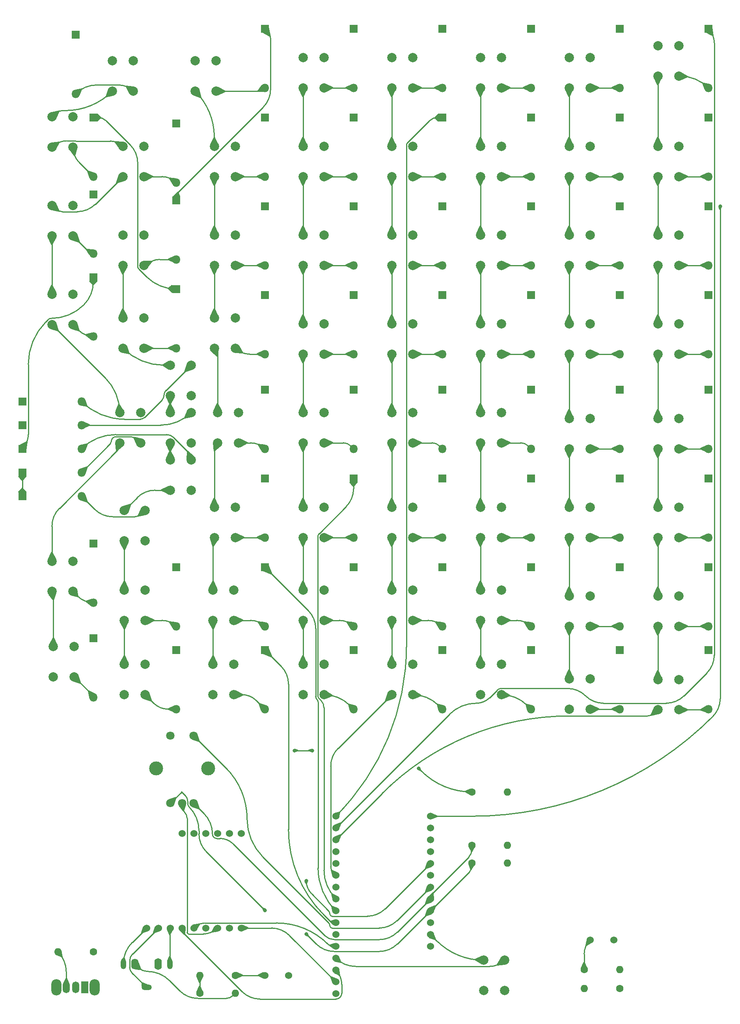
<source format=gbr>
%TF.GenerationSoftware,KiCad,Pcbnew,7.0.8*%
%TF.CreationDate,2023-11-23T10:38:48-06:00*%
%TF.ProjectId,calcvox-rounded,63616c63-766f-4782-9d72-6f756e646564,rev?*%
%TF.SameCoordinates,Original*%
%TF.FileFunction,Copper,L1,Top*%
%TF.FilePolarity,Positive*%
%FSLAX46Y46*%
G04 Gerber Fmt 4.6, Leading zero omitted, Abs format (unit mm)*
G04 Created by KiCad (PCBNEW 7.0.8) date 2023-11-23 10:38:48*
%MOMM*%
%LPD*%
G01*
G04 APERTURE LIST*
%TA.AperFunction,ComponentPad*%
%ADD10O,2.200000X1.200000*%
%TD*%
%TA.AperFunction,ComponentPad*%
%ADD11O,1.200000X2.200000*%
%TD*%
%TA.AperFunction,ComponentPad*%
%ADD12O,1.600000X2.300000*%
%TD*%
%TA.AperFunction,ComponentPad*%
%ADD13O,1.600000X2.500000*%
%TD*%
%TA.AperFunction,ComponentPad*%
%ADD14R,1.800000X1.800000*%
%TD*%
%TA.AperFunction,ComponentPad*%
%ADD15O,1.800000X1.800000*%
%TD*%
%TA.AperFunction,ComponentPad*%
%ADD16C,2.000000*%
%TD*%
%TA.AperFunction,ComponentPad*%
%ADD17C,1.524000*%
%TD*%
%TA.AperFunction,ComponentPad*%
%ADD18C,1.600000*%
%TD*%
%TA.AperFunction,ComponentPad*%
%ADD19O,1.600000X1.600000*%
%TD*%
%TA.AperFunction,ComponentPad*%
%ADD20C,3.000000*%
%TD*%
%TA.AperFunction,ComponentPad*%
%ADD21C,1.800000*%
%TD*%
%TA.AperFunction,ComponentPad*%
%ADD22O,2.200000X3.500000*%
%TD*%
%TA.AperFunction,ComponentPad*%
%ADD23R,1.500000X2.500000*%
%TD*%
%TA.AperFunction,ComponentPad*%
%ADD24O,1.500000X2.500000*%
%TD*%
%TA.AperFunction,ViaPad*%
%ADD25C,0.800000*%
%TD*%
%TA.AperFunction,Conductor*%
%ADD26C,0.250000*%
%TD*%
G04 APERTURE END LIST*
D10*
%TO.P,J1,G*%
%TO.N,Net-(J1-PadG)*%
X246380000Y-351830000D03*
D11*
%TO.P,J1,S*%
%TO.N,Net-(J1-PadS)*%
X241380000Y-346830000D03*
D12*
%TO.P,J1,SN*%
%TO.N,Net-(J1-PadSN)*%
X243880000Y-346830000D03*
D11*
%TO.P,J1,T*%
%TO.N,Net-(J1-PadT)*%
X251380000Y-346830000D03*
D13*
%TO.P,J1,TN*%
%TO.N,Net-(J1-PadTN)*%
X248880000Y-346830000D03*
%TD*%
D14*
%TO.P,D40,1,K*%
%TO.N,R8*%
X290830000Y-146050000D03*
D15*
%TO.P,D40,2,A*%
%TO.N,Net-(D40-A)*%
X290830000Y-158750000D03*
%TD*%
D14*
%TO.P,D53,1,K*%
%TO.N,R5*%
X219710000Y-231140000D03*
D15*
%TO.P,D53,2,A*%
%TO.N,Net-(D53-A)*%
X232410000Y-231140000D03*
%TD*%
D16*
%TO.P,SW5,1,1*%
%TO.N,C1*%
X356180000Y-236220000D03*
X356180000Y-229720000D03*
%TO.P,SW5,2,2*%
%TO.N,Net-(D4-A)*%
X360680000Y-236220000D03*
X360680000Y-229720000D03*
%TD*%
D14*
%TO.P,D49,1,K*%
%TO.N,R1*%
X252730000Y-279400000D03*
D15*
%TO.P,D49,2,A*%
%TO.N,Net-(D49-A)*%
X252730000Y-292100000D03*
%TD*%
D17*
%TO.P,LS1,1,1*%
%TO.N,Net-(LS1-Pad1)*%
X271780000Y-349250000D03*
%TO.P,LS1,2,2*%
%TO.N,Net-(J1-PadG)*%
X276860000Y-349250000D03*
%TD*%
D16*
%TO.P,SW55,1,1*%
%TO.N,C7*%
X251460000Y-224790000D03*
X251460000Y-218290000D03*
%TO.P,SW55,2,2*%
%TO.N,Net-(D54-A)*%
X255960000Y-224790000D03*
X255960000Y-218290000D03*
%TD*%
D14*
%TO.P,D64,1,K*%
%TO.N,R8*%
X231140000Y-147320000D03*
D15*
%TO.P,D64,2,A*%
%TO.N,Net-(D64-A)*%
X231140000Y-160020000D03*
%TD*%
D14*
%TO.P,D61,1,K*%
%TO.N,R5*%
X234950000Y-181610000D03*
D15*
%TO.P,D61,2,A*%
%TO.N,Net-(D61-A)*%
X234950000Y-194310000D03*
%TD*%
D14*
%TO.P,D2,1,K*%
%TO.N,R2*%
X367030000Y-261620000D03*
D15*
%TO.P,D2,2,A*%
%TO.N,Net-(D2-A)*%
X367030000Y-274320000D03*
%TD*%
D14*
%TO.P,D47,1,K*%
%TO.N,R7*%
X271780000Y-165100000D03*
D15*
%TO.P,D47,2,A*%
%TO.N,Net-(D47-A)*%
X271780000Y-177800000D03*
%TD*%
D14*
%TO.P,D43,1,K*%
%TO.N,R3*%
X271780000Y-242570000D03*
D15*
%TO.P,D43,2,A*%
%TO.N,Net-(D43-A)*%
X271780000Y-255270000D03*
%TD*%
D14*
%TO.P,D37,1,K*%
%TO.N,R5*%
X290830000Y-203200000D03*
D15*
%TO.P,D37,2,A*%
%TO.N,Net-(D37-A)*%
X290830000Y-215900000D03*
%TD*%
D16*
%TO.P,SW52,1,1*%
%TO.N,C7*%
X241590000Y-255980000D03*
X241590000Y-249480000D03*
%TO.P,SW52,2,2*%
%TO.N,Net-(D51-A)*%
X246090000Y-255980000D03*
X246090000Y-249480000D03*
%TD*%
D14*
%TO.P,D6,1,K*%
%TO.N,R6*%
X367030000Y-184150000D03*
D15*
%TO.P,D6,2,A*%
%TO.N,Net-(D6-A)*%
X367030000Y-196850000D03*
%TD*%
D14*
%TO.P,D44,1,K*%
%TO.N,R4*%
X271780000Y-223520000D03*
D15*
%TO.P,D44,2,A*%
%TO.N,Net-(D44-A)*%
X271780000Y-236220000D03*
%TD*%
D18*
%TO.P,R4,1*%
%TO.N,Net-(LS1-Pad1)*%
X265430000Y-349250000D03*
D19*
%TO.P,R4,2*%
%TO.N,Net-(R4-Pad2)*%
X257810000Y-349250000D03*
%TD*%
D14*
%TO.P,D15,1,K*%
%TO.N,R7*%
X347980000Y-165100000D03*
D15*
%TO.P,D15,2,A*%
%TO.N,Net-(D15-A)*%
X347980000Y-177800000D03*
%TD*%
D16*
%TO.P,SW39,1,1*%
%TO.N,C5*%
X279980000Y-196850000D03*
X279980000Y-190350000D03*
%TO.P,SW39,2,2*%
%TO.N,Net-(D38-A)*%
X284480000Y-196850000D03*
X284480000Y-190350000D03*
%TD*%
%TO.P,SW35,1,1*%
%TO.N,C5*%
X279980000Y-273050000D03*
X279980000Y-266550000D03*
%TO.P,SW35,2,2*%
%TO.N,Net-(D34-A)*%
X284480000Y-273050000D03*
X284480000Y-266550000D03*
%TD*%
%TO.P,SW36,1,1*%
%TO.N,C5*%
X279980000Y-255270000D03*
X279980000Y-248770000D03*
%TO.P,SW36,2,2*%
%TO.N,Net-(D35-A)*%
X284480000Y-255270000D03*
X284480000Y-248770000D03*
%TD*%
D14*
%TO.P,D3,1,K*%
%TO.N,R3*%
X367030000Y-242570000D03*
D15*
%TO.P,D3,2,A*%
%TO.N,Net-(D3-A)*%
X367030000Y-255270000D03*
%TD*%
D14*
%TO.P,D45,1,K*%
%TO.N,R5*%
X271780000Y-203200000D03*
D15*
%TO.P,D45,2,A*%
%TO.N,Net-(D45-A)*%
X271780000Y-215900000D03*
%TD*%
D16*
%TO.P,SW46,1,1*%
%TO.N,C6*%
X260930000Y-214630000D03*
X260930000Y-208130000D03*
%TO.P,SW46,2,2*%
%TO.N,Net-(D45-A)*%
X265430000Y-214630000D03*
X265430000Y-208130000D03*
%TD*%
%TO.P,SW26,1,1*%
%TO.N,C4*%
X299030000Y-289000000D03*
X299030000Y-282500000D03*
%TO.P,SW26,2,2*%
%TO.N,Net-(D25-A)*%
X303530000Y-289000000D03*
X303530000Y-282500000D03*
%TD*%
%TO.P,SW48,1,1*%
%TO.N,C6*%
X260930000Y-177800000D03*
X260930000Y-171300000D03*
%TO.P,SW48,2,2*%
%TO.N,Net-(D47-A)*%
X265430000Y-177800000D03*
X265430000Y-171300000D03*
%TD*%
%TO.P,SW3,1,1*%
%TO.N,C1*%
X356180000Y-274320000D03*
X356180000Y-267820000D03*
%TO.P,SW3,2,2*%
%TO.N,Net-(D2-A)*%
X360680000Y-274320000D03*
X360680000Y-267820000D03*
%TD*%
%TO.P,SW14,1,1*%
%TO.N,C2*%
X337130000Y-215900000D03*
X337130000Y-209400000D03*
%TO.P,SW14,2,2*%
%TO.N,Net-(D13-A)*%
X341630000Y-215900000D03*
X341630000Y-209400000D03*
%TD*%
D14*
%TO.P,D24,1,K*%
%TO.N,R8*%
X328930000Y-146050000D03*
D15*
%TO.P,D24,2,A*%
%TO.N,Net-(D24-A)*%
X328930000Y-158750000D03*
%TD*%
D16*
%TO.P,SW31,1,1*%
%TO.N,C4*%
X299030000Y-196850000D03*
X299030000Y-190350000D03*
%TO.P,SW31,2,2*%
%TO.N,Net-(D30-A)*%
X303530000Y-196850000D03*
X303530000Y-190350000D03*
%TD*%
%TO.P,SW65,1,1*%
%TO.N,C8*%
X239050000Y-159460000D03*
X239050000Y-152960000D03*
%TO.P,SW65,2,2*%
%TO.N,Net-(D64-A)*%
X243550000Y-159460000D03*
X243550000Y-152960000D03*
%TD*%
D18*
%TO.P,R1,1*%
%TO.N,Net-(R1-Pad1)*%
X316230000Y-309880000D03*
D19*
%TO.P,R1,2*%
%TO.N,Net-(R1-Pad2)*%
X323850000Y-309880000D03*
%TD*%
D14*
%TO.P,D26,1,K*%
%TO.N,R2*%
X309880000Y-261620000D03*
D15*
%TO.P,D26,2,A*%
%TO.N,Net-(D26-A)*%
X309880000Y-274320000D03*
%TD*%
D14*
%TO.P,D34,1,K*%
%TO.N,R2*%
X290830000Y-261620000D03*
D15*
%TO.P,D34,2,A*%
%TO.N,Net-(D34-A)*%
X290830000Y-274320000D03*
%TD*%
D14*
%TO.P,D16,1,K*%
%TO.N,R8*%
X347980000Y-146050000D03*
D15*
%TO.P,D16,2,A*%
%TO.N,Net-(D16-A)*%
X347980000Y-158750000D03*
%TD*%
D16*
%TO.P,SW4,1,1*%
%TO.N,C1*%
X356180000Y-255270000D03*
X356180000Y-248770000D03*
%TO.P,SW4,2,2*%
%TO.N,Net-(D3-A)*%
X360680000Y-255270000D03*
X360680000Y-248770000D03*
%TD*%
%TO.P,SW32,1,1*%
%TO.N,C4*%
X299030000Y-177800000D03*
X299030000Y-171300000D03*
%TO.P,SW32,2,2*%
%TO.N,Net-(D31-A)*%
X303530000Y-177800000D03*
X303530000Y-171300000D03*
%TD*%
D14*
%TO.P,D29,1,K*%
%TO.N,R5*%
X309880000Y-203200000D03*
D15*
%TO.P,D29,2,A*%
%TO.N,Net-(D29-A)*%
X309880000Y-215900000D03*
%TD*%
D14*
%TO.P,D22,1,K*%
%TO.N,R6*%
X328930000Y-184150000D03*
D15*
%TO.P,D22,2,A*%
%TO.N,Net-(D22-A)*%
X328930000Y-196850000D03*
%TD*%
D16*
%TO.P,SW25,1,1*%
%TO.N,C3*%
X318080000Y-158750000D03*
X318080000Y-152250000D03*
%TO.P,SW25,2,2*%
%TO.N,Net-(D24-A)*%
X322580000Y-158750000D03*
X322580000Y-152250000D03*
%TD*%
%TO.P,SW54,1,1*%
%TO.N,C7*%
X251460000Y-234950000D03*
X251460000Y-228450000D03*
%TO.P,SW54,2,2*%
%TO.N,Net-(D53-A)*%
X255960000Y-234950000D03*
X255960000Y-228450000D03*
%TD*%
D14*
%TO.P,D12,1,K*%
%TO.N,R4*%
X347980000Y-223520000D03*
D15*
%TO.P,D12,2,A*%
%TO.N,Net-(D12-A)*%
X347980000Y-236220000D03*
%TD*%
D14*
%TO.P,D35,1,K*%
%TO.N,R3*%
X290830000Y-242570000D03*
D15*
%TO.P,D35,2,A*%
%TO.N,Net-(D35-A)*%
X290830000Y-255270000D03*
%TD*%
D14*
%TO.P,D31,1,K*%
%TO.N,R7*%
X309880000Y-165100000D03*
D15*
%TO.P,D31,2,A*%
%TO.N,Net-(D31-A)*%
X309880000Y-177800000D03*
%TD*%
D20*
%TO.P,SW1,*%
%TO.N,*%
X248400000Y-304800000D03*
X259600000Y-304800000D03*
D21*
%TO.P,SW1,A,A*%
%TO.N,Net-(R2-Pad1)*%
X251500000Y-312300000D03*
%TO.P,SW1,B,B*%
%TO.N,Net-(R3-Pad1)*%
X256500000Y-312300000D03*
%TO.P,SW1,C,C*%
%TO.N,Net-(SW1-PadC)*%
X254000000Y-312300000D03*
%TO.P,SW1,S1,S1*%
%TO.N,Net-(R1-Pad1)*%
X251500000Y-297800000D03*
%TO.P,SW1,S2,S2*%
%TO.N,Net-(SW1-PadS2)*%
X256500000Y-297800000D03*
%TD*%
D14*
%TO.P,D56,1,K*%
%TO.N,R8*%
X252730000Y-182880000D03*
D15*
%TO.P,D56,2,A*%
%TO.N,Net-(D56-A)*%
X252730000Y-195580000D03*
%TD*%
D16*
%TO.P,SW38,1,1*%
%TO.N,C5*%
X279980000Y-215900000D03*
X279980000Y-209400000D03*
%TO.P,SW38,2,2*%
%TO.N,Net-(D37-A)*%
X284480000Y-215900000D03*
X284480000Y-209400000D03*
%TD*%
D14*
%TO.P,D36,1,K*%
%TO.N,R4*%
X290830000Y-223520000D03*
D15*
%TO.P,D36,2,A*%
%TO.N,Net-(D36-A)*%
X290830000Y-236220000D03*
%TD*%
D14*
%TO.P,D50,1,K*%
%TO.N,R2*%
X252730000Y-261620000D03*
D15*
%TO.P,D50,2,A*%
%TO.N,Net-(D50-A)*%
X252730000Y-274320000D03*
%TD*%
D16*
%TO.P,SW10,1,1*%
%TO.N,C2*%
X337130000Y-292100000D03*
X337130000Y-285600000D03*
%TO.P,SW10,2,2*%
%TO.N,Net-(D9-A)*%
X341630000Y-292100000D03*
X341630000Y-285600000D03*
%TD*%
%TO.P,SW7,1,1*%
%TO.N,C1*%
X356180000Y-196850000D03*
X356180000Y-190350000D03*
%TO.P,SW7,2,2*%
%TO.N,Net-(D6-A)*%
X360680000Y-196850000D03*
X360680000Y-190350000D03*
%TD*%
D14*
%TO.P,D59,1,K*%
%TO.N,R3*%
X219710000Y-241300000D03*
D15*
%TO.P,D59,2,A*%
%TO.N,Net-(D59-A)*%
X232410000Y-241300000D03*
%TD*%
D16*
%TO.P,SW59,1,1*%
%TO.N,C8*%
X226060000Y-266850000D03*
X226060000Y-260350000D03*
%TO.P,SW59,2,2*%
%TO.N,Net-(D58-A)*%
X230560000Y-266850000D03*
X230560000Y-260350000D03*
%TD*%
D14*
%TO.P,D8,1,K*%
%TO.N,R8*%
X367031000Y-146050000D03*
D15*
%TO.P,D8,2,A*%
%TO.N,Net-(D8-A)*%
X367031000Y-158750000D03*
%TD*%
D18*
%TO.P,R6,1*%
%TO.N,Net-(R4-Pad2)*%
X257810000Y-353060000D03*
D19*
%TO.P,R6,2*%
%TO.N,Net-(J1-PadSN)*%
X265430000Y-353060000D03*
%TD*%
D16*
%TO.P,SW57,1,1*%
%TO.N,C7*%
X241300000Y-196850000D03*
X241300000Y-190350000D03*
%TO.P,SW57,2,2*%
%TO.N,Net-(D56-A)*%
X245800000Y-196850000D03*
X245800000Y-190350000D03*
%TD*%
%TO.P,SW43,1,1*%
%TO.N,C6*%
X260640000Y-273050000D03*
X260640000Y-266550000D03*
%TO.P,SW43,2,2*%
%TO.N,Net-(D42-A)*%
X265140000Y-273050000D03*
X265140000Y-266550000D03*
%TD*%
%TO.P,SW45,1,1*%
%TO.N,C6*%
X261620000Y-234950000D03*
X261620000Y-228450000D03*
%TO.P,SW45,2,2*%
%TO.N,Net-(D44-A)*%
X266120000Y-234950000D03*
X266120000Y-228450000D03*
%TD*%
D18*
%TO.P,R3,1*%
%TO.N,Net-(R3-Pad1)*%
X316230000Y-321310000D03*
D19*
%TO.P,R3,2*%
%TO.N,Net-(R1-Pad2)*%
X323850000Y-321310000D03*
%TD*%
D14*
%TO.P,D21,1,K*%
%TO.N,R5*%
X328930000Y-203200000D03*
D15*
%TO.P,D21,2,A*%
%TO.N,Net-(D21-A)*%
X328930000Y-215900000D03*
%TD*%
D16*
%TO.P,SW8,1,1*%
%TO.N,C1*%
X356180000Y-177800000D03*
X356180000Y-171300000D03*
%TO.P,SW8,2,2*%
%TO.N,Net-(D7-A)*%
X360680000Y-177800000D03*
X360680000Y-171300000D03*
%TD*%
D18*
%TO.P,R2,1*%
%TO.N,Net-(R2-Pad1)*%
X316230000Y-325120000D03*
D19*
%TO.P,R2,2*%
%TO.N,Net-(R1-Pad2)*%
X323850000Y-325120000D03*
%TD*%
D14*
%TO.P,D4,1,K*%
%TO.N,R4*%
X367030000Y-223520000D03*
D15*
%TO.P,D4,2,A*%
%TO.N,Net-(D4-A)*%
X367030000Y-236220000D03*
%TD*%
D14*
%TO.P,D63,1,K*%
%TO.N,R7*%
X234950000Y-165100000D03*
D15*
%TO.P,D63,2,A*%
%TO.N,Net-(D63-A)*%
X234950000Y-177800000D03*
%TD*%
D16*
%TO.P,SW44,1,1*%
%TO.N,C6*%
X260930000Y-255270000D03*
X260930000Y-248770000D03*
%TO.P,SW44,2,2*%
%TO.N,Net-(D43-A)*%
X265430000Y-255270000D03*
X265430000Y-248770000D03*
%TD*%
D14*
%TO.P,D48,1,K*%
%TO.N,R8*%
X271780000Y-146050000D03*
D15*
%TO.P,D48,2,A*%
%TO.N,Net-(D48-A)*%
X271780000Y-158750000D03*
%TD*%
D16*
%TO.P,SW2,1,1*%
%TO.N,C1*%
X356180000Y-292250000D03*
X356180000Y-285750000D03*
%TO.P,SW2,2,2*%
%TO.N,Net-(D1-A)*%
X360680000Y-292250000D03*
X360680000Y-285750000D03*
%TD*%
D14*
%TO.P,D38,1,K*%
%TO.N,R6*%
X290830000Y-184150000D03*
D15*
%TO.P,D38,2,A*%
%TO.N,Net-(D38-A)*%
X290830000Y-196850000D03*
%TD*%
D14*
%TO.P,D55,1,K*%
%TO.N,R7*%
X252730000Y-201930000D03*
D15*
%TO.P,D55,2,A*%
%TO.N,Net-(D55-A)*%
X252730000Y-214630000D03*
%TD*%
D16*
%TO.P,SW63,1,1*%
%TO.N,C8*%
X241300000Y-177800000D03*
X241300000Y-171300000D03*
%TO.P,SW63,2,2*%
%TO.N,Net-(D62-A)*%
X245800000Y-177800000D03*
X245800000Y-171300000D03*
%TD*%
%TO.P,SW28,1,1*%
%TO.N,C4*%
X299030000Y-255270000D03*
X299030000Y-248770000D03*
%TO.P,SW28,2,2*%
%TO.N,Net-(D27-A)*%
X303530000Y-255270000D03*
X303530000Y-248770000D03*
%TD*%
D14*
%TO.P,D7,1,K*%
%TO.N,R7*%
X367030000Y-165100000D03*
D15*
%TO.P,D7,2,A*%
%TO.N,Net-(D7-A)*%
X367030000Y-177800000D03*
%TD*%
D16*
%TO.P,SW64,1,1*%
%TO.N,C8*%
X226060000Y-171450000D03*
X226060000Y-164950000D03*
%TO.P,SW64,2,2*%
%TO.N,Net-(D63-A)*%
X230560000Y-171450000D03*
X230560000Y-164950000D03*
%TD*%
D14*
%TO.P,D13,1,K*%
%TO.N,R5*%
X347980000Y-203200000D03*
D15*
%TO.P,D13,2,A*%
%TO.N,Net-(D13-A)*%
X347980000Y-215900000D03*
%TD*%
D16*
%TO.P,SW33,1,1*%
%TO.N,C4*%
X299030000Y-158750000D03*
X299030000Y-152250000D03*
%TO.P,SW33,2,2*%
%TO.N,Net-(D32-A)*%
X303530000Y-158750000D03*
X303530000Y-152250000D03*
%TD*%
D14*
%TO.P,D11,1,K*%
%TO.N,R3*%
X347980000Y-242570000D03*
D15*
%TO.P,D11,2,A*%
%TO.N,Net-(D11-A)*%
X347980000Y-255270000D03*
%TD*%
D16*
%TO.P,SW21,1,1*%
%TO.N,C3*%
X318080000Y-234950000D03*
X318080000Y-228450000D03*
%TO.P,SW21,2,2*%
%TO.N,Net-(D20-A)*%
X322580000Y-234950000D03*
X322580000Y-228450000D03*
%TD*%
%TO.P,SW41,1,1*%
%TO.N,C5*%
X279980000Y-158750000D03*
X279980000Y-152250000D03*
%TO.P,SW41,2,2*%
%TO.N,Net-(D40-A)*%
X284480000Y-158750000D03*
X284480000Y-152250000D03*
%TD*%
D14*
%TO.P,D10,1,K*%
%TO.N,R2*%
X347980000Y-261620000D03*
D15*
%TO.P,D10,2,A*%
%TO.N,Net-(D10-A)*%
X347980000Y-274320000D03*
%TD*%
D14*
%TO.P,D14,1,K*%
%TO.N,R6*%
X347980000Y-184150000D03*
D15*
%TO.P,D14,2,A*%
%TO.N,Net-(D14-A)*%
X347980000Y-196850000D03*
%TD*%
D16*
%TO.P,SW47,1,1*%
%TO.N,C6*%
X260930000Y-196850000D03*
X260930000Y-190350000D03*
%TO.P,SW47,2,2*%
%TO.N,Net-(D46-A)*%
X265430000Y-196850000D03*
X265430000Y-190350000D03*
%TD*%
%TO.P,SW11,1,1*%
%TO.N,C2*%
X337130000Y-274320000D03*
X337130000Y-267820000D03*
%TO.P,SW11,2,2*%
%TO.N,Net-(D10-A)*%
X341630000Y-274320000D03*
X341630000Y-267820000D03*
%TD*%
D14*
%TO.P,D41,1,K*%
%TO.N,R1*%
X271780000Y-279400000D03*
D15*
%TO.P,D41,2,A*%
%TO.N,Net-(D41-A)*%
X271780000Y-292100000D03*
%TD*%
D16*
%TO.P,SW60,1,1*%
%TO.N,C8*%
X240610000Y-234950000D03*
X240610000Y-228450000D03*
%TO.P,SW60,2,2*%
%TO.N,Net-(D59-A)*%
X245110000Y-234950000D03*
X245110000Y-228450000D03*
%TD*%
D14*
%TO.P,D1,1,K*%
%TO.N,R1*%
X367030000Y-279400000D03*
D15*
%TO.P,D1,2,A*%
%TO.N,Net-(D1-A)*%
X367030000Y-292100000D03*
%TD*%
D14*
%TO.P,D30,1,K*%
%TO.N,R6*%
X309880000Y-184150000D03*
D15*
%TO.P,D30,2,A*%
%TO.N,Net-(D30-A)*%
X309880000Y-196850000D03*
%TD*%
D14*
%TO.P,D5,1,K*%
%TO.N,R5*%
X367030000Y-203200000D03*
D15*
%TO.P,D5,2,A*%
%TO.N,Net-(D5-A)*%
X367030000Y-215900000D03*
%TD*%
D16*
%TO.P,SW27,1,1*%
%TO.N,C4*%
X299030000Y-273050000D03*
X299030000Y-266550000D03*
%TO.P,SW27,2,2*%
%TO.N,Net-(D26-A)*%
X303530000Y-273050000D03*
X303530000Y-266550000D03*
%TD*%
D14*
%TO.P,D18,1,K*%
%TO.N,R2*%
X328930000Y-261620000D03*
D15*
%TO.P,D18,2,A*%
%TO.N,Net-(D18-A)*%
X328930000Y-274320000D03*
%TD*%
D16*
%TO.P,SW23,1,1*%
%TO.N,C3*%
X318080000Y-196850000D03*
X318080000Y-190350000D03*
%TO.P,SW23,2,2*%
%TO.N,Net-(D22-A)*%
X322580000Y-196850000D03*
X322580000Y-190350000D03*
%TD*%
D14*
%TO.P,D62,1,K*%
%TO.N,R6*%
X252730000Y-166370000D03*
D15*
%TO.P,D62,2,A*%
%TO.N,Net-(D62-A)*%
X252730000Y-179070000D03*
%TD*%
D18*
%TO.P,R9,1*%
%TO.N,Net-(R7-Pad2)*%
X347980000Y-352030000D03*
D19*
%TO.P,R9,2*%
%TO.N,Net-(J1-PadTN)*%
X340360000Y-352030000D03*
%TD*%
D14*
%TO.P,D25,1,K*%
%TO.N,R1*%
X309880000Y-279400000D03*
D15*
%TO.P,D25,2,A*%
%TO.N,Net-(D25-A)*%
X309880000Y-292100000D03*
%TD*%
D14*
%TO.P,D39,1,K*%
%TO.N,R7*%
X290830000Y-165100000D03*
D15*
%TO.P,D39,2,A*%
%TO.N,Net-(D39-A)*%
X290830000Y-177800000D03*
%TD*%
D16*
%TO.P,SW58,1,1*%
%TO.N,C8*%
X226350000Y-285190000D03*
X226350000Y-278690000D03*
%TO.P,SW58,2,2*%
%TO.N,Net-(D57-A)*%
X230850000Y-285190000D03*
X230850000Y-278690000D03*
%TD*%
D14*
%TO.P,D19,1,K*%
%TO.N,R3*%
X328930000Y-242570000D03*
D15*
%TO.P,D19,2,A*%
%TO.N,Net-(D19-A)*%
X328930000Y-255270000D03*
%TD*%
D14*
%TO.P,D32,1,K*%
%TO.N,R8*%
X309880000Y-146050000D03*
D15*
%TO.P,D32,2,A*%
%TO.N,Net-(D32-A)*%
X309880000Y-158750000D03*
%TD*%
D16*
%TO.P,SW22,1,1*%
%TO.N,C3*%
X318080000Y-215900000D03*
X318080000Y-209400000D03*
%TO.P,SW22,2,2*%
%TO.N,Net-(D21-A)*%
X322580000Y-215900000D03*
X322580000Y-209400000D03*
%TD*%
D22*
%TO.P,SW67,*%
%TO.N,*%
X235240000Y-351790000D03*
X227040000Y-351790000D03*
D23*
%TO.P,SW67,1,A*%
%TO.N,unconnected-(SW67-A-Pad1)*%
X233140000Y-351790000D03*
D24*
%TO.P,SW67,2,B*%
%TO.N,Net-(SW67-B)*%
X231140000Y-351790000D03*
%TO.P,SW67,3,C*%
%TO.N,Net-(SW67-C)*%
X229140000Y-351790000D03*
%TD*%
D16*
%TO.P,SW49,1,1*%
%TO.N,C6*%
X256830000Y-159460000D03*
X256830000Y-152960000D03*
%TO.P,SW49,2,2*%
%TO.N,Net-(D48-A)*%
X261330000Y-159460000D03*
X261330000Y-152960000D03*
%TD*%
D18*
%TO.P,R7,1*%
%TO.N,Net-(LS2-Pad1)*%
X340360000Y-347980000D03*
D19*
%TO.P,R7,2*%
%TO.N,Net-(R7-Pad2)*%
X347980000Y-347980000D03*
%TD*%
D16*
%TO.P,SW19,1,1*%
%TO.N,C3*%
X318080000Y-273050000D03*
X318080000Y-266550000D03*
%TO.P,SW19,2,2*%
%TO.N,Net-(D18-A)*%
X322580000Y-273050000D03*
X322580000Y-266550000D03*
%TD*%
D14*
%TO.P,D17,1,K*%
%TO.N,R1*%
X328930000Y-279400000D03*
D15*
%TO.P,D17,2,A*%
%TO.N,Net-(D17-A)*%
X328930000Y-292100000D03*
%TD*%
D16*
%TO.P,SW40,1,1*%
%TO.N,C5*%
X279980000Y-177800000D03*
X279980000Y-171300000D03*
%TO.P,SW40,2,2*%
%TO.N,Net-(D39-A)*%
X284480000Y-177800000D03*
X284480000Y-171300000D03*
%TD*%
%TO.P,SW17,1,1*%
%TO.N,C2*%
X337130000Y-158750000D03*
X337130000Y-152250000D03*
%TO.P,SW17,2,2*%
%TO.N,Net-(D16-A)*%
X341630000Y-158750000D03*
X341630000Y-152250000D03*
%TD*%
D14*
%TO.P,D42,1,K*%
%TO.N,R2*%
X271780000Y-261620000D03*
D15*
%TO.P,D42,2,A*%
%TO.N,Net-(D42-A)*%
X271780000Y-274320000D03*
%TD*%
D14*
%TO.P,D33,1,K*%
%TO.N,R1*%
X290830000Y-279400000D03*
D15*
%TO.P,D33,2,A*%
%TO.N,Net-(D33-A)*%
X290830000Y-292100000D03*
%TD*%
D18*
%TO.P,R10,1*%
%TO.N,Net-(R1-Pad2)*%
X234950000Y-344170000D03*
D19*
%TO.P,R10,2*%
%TO.N,Net-(SW67-C)*%
X227330000Y-344170000D03*
%TD*%
D14*
%TO.P,D54,1,K*%
%TO.N,R6*%
X219710000Y-226060000D03*
D15*
%TO.P,D54,2,A*%
%TO.N,Net-(D54-A)*%
X232410000Y-226060000D03*
%TD*%
D16*
%TO.P,SW51,1,1*%
%TO.N,C7*%
X241590000Y-273050000D03*
X241590000Y-266550000D03*
%TO.P,SW51,2,2*%
%TO.N,Net-(D50-A)*%
X246090000Y-273050000D03*
X246090000Y-266550000D03*
%TD*%
D14*
%TO.P,D60,1,K*%
%TO.N,R4*%
X234950000Y-199390000D03*
D15*
%TO.P,D60,2,A*%
%TO.N,Net-(D60-A)*%
X234950000Y-212090000D03*
%TD*%
D16*
%TO.P,SW12,1,1*%
%TO.N,C2*%
X337130000Y-255270000D03*
X337130000Y-248770000D03*
%TO.P,SW12,2,2*%
%TO.N,Net-(D11-A)*%
X341630000Y-255270000D03*
X341630000Y-248770000D03*
%TD*%
D14*
%TO.P,D57,1,K*%
%TO.N,R1*%
X234950000Y-276860000D03*
D15*
%TO.P,D57,2,A*%
%TO.N,Net-(D57-A)*%
X234950000Y-289560000D03*
%TD*%
D16*
%TO.P,SW53,1,1*%
%TO.N,C7*%
X251460000Y-245110000D03*
X251460000Y-238610000D03*
%TO.P,SW53,2,2*%
%TO.N,Net-(D52-A)*%
X255960000Y-245110000D03*
X255960000Y-238610000D03*
%TD*%
%TO.P,SW24,1,1*%
%TO.N,C3*%
X318080000Y-177800000D03*
X318080000Y-171300000D03*
%TO.P,SW24,2,2*%
%TO.N,Net-(D23-A)*%
X322580000Y-177800000D03*
X322580000Y-171300000D03*
%TD*%
%TO.P,SW50,1,1*%
%TO.N,C7*%
X241590000Y-289000000D03*
X241590000Y-282500000D03*
%TO.P,SW50,2,2*%
%TO.N,Net-(D49-A)*%
X246090000Y-289000000D03*
X246090000Y-282500000D03*
%TD*%
%TO.P,SW9,1,1*%
%TO.N,C1*%
X356180000Y-156210000D03*
X356180000Y-149710000D03*
%TO.P,SW9,2,2*%
%TO.N,Net-(D8-A)*%
X360680000Y-156210000D03*
X360680000Y-149710000D03*
%TD*%
D14*
%TO.P,D51,1,K*%
%TO.N,R3*%
X219710000Y-246380000D03*
D15*
%TO.P,D51,2,A*%
%TO.N,Net-(D51-A)*%
X232410000Y-246380000D03*
%TD*%
D16*
%TO.P,SW42,1,1*%
%TO.N,C6*%
X260640000Y-289000000D03*
X260640000Y-282500000D03*
%TO.P,SW42,2,2*%
%TO.N,Net-(D41-A)*%
X265140000Y-289000000D03*
X265140000Y-282500000D03*
%TD*%
D14*
%TO.P,D52,1,K*%
%TO.N,R4*%
X219710000Y-236220000D03*
D15*
%TO.P,D52,2,A*%
%TO.N,Net-(D52-A)*%
X232410000Y-236220000D03*
%TD*%
D16*
%TO.P,SW16,1,1*%
%TO.N,C2*%
X337130000Y-177800000D03*
X337130000Y-171300000D03*
%TO.P,SW16,2,2*%
%TO.N,Net-(D15-A)*%
X341630000Y-177800000D03*
X341630000Y-171300000D03*
%TD*%
D14*
%TO.P,D58,1,K*%
%TO.N,R2*%
X234950000Y-256540000D03*
D15*
%TO.P,D58,2,A*%
%TO.N,Net-(D58-A)*%
X234950000Y-269240000D03*
%TD*%
D16*
%TO.P,SW20,1,1*%
%TO.N,C3*%
X318080000Y-255270000D03*
X318080000Y-248770000D03*
%TO.P,SW20,2,2*%
%TO.N,Net-(D19-A)*%
X322580000Y-255270000D03*
X322580000Y-248770000D03*
%TD*%
%TO.P,SW13,1,1*%
%TO.N,C2*%
X337130000Y-236220000D03*
X337130000Y-229720000D03*
%TO.P,SW13,2,2*%
%TO.N,Net-(D12-A)*%
X341630000Y-236220000D03*
X341630000Y-229720000D03*
%TD*%
D14*
%TO.P,D23,1,K*%
%TO.N,R7*%
X328930000Y-165100000D03*
D15*
%TO.P,D23,2,A*%
%TO.N,Net-(D23-A)*%
X328930000Y-177800000D03*
%TD*%
D16*
%TO.P,SW56,1,1*%
%TO.N,C7*%
X241300000Y-214630000D03*
X241300000Y-208130000D03*
%TO.P,SW56,2,2*%
%TO.N,Net-(D55-A)*%
X245800000Y-214630000D03*
X245800000Y-208130000D03*
%TD*%
D14*
%TO.P,D46,1,K*%
%TO.N,R6*%
X271780000Y-184150000D03*
D15*
%TO.P,D46,2,A*%
%TO.N,Net-(D46-A)*%
X271780000Y-196850000D03*
%TD*%
D16*
%TO.P,SW18,1,1*%
%TO.N,C3*%
X318080000Y-289000000D03*
X318080000Y-282500000D03*
%TO.P,SW18,2,2*%
%TO.N,Net-(D17-A)*%
X322580000Y-289000000D03*
X322580000Y-282500000D03*
%TD*%
%TO.P,SW29,1,1*%
%TO.N,C4*%
X299030000Y-234950000D03*
X299030000Y-228450000D03*
%TO.P,SW29,2,2*%
%TO.N,Net-(D28-A)*%
X303530000Y-234950000D03*
X303530000Y-228450000D03*
%TD*%
%TO.P,SW37,1,1*%
%TO.N,C5*%
X279980000Y-234950000D03*
X279980000Y-228450000D03*
%TO.P,SW37,2,2*%
%TO.N,Net-(D36-A)*%
X284480000Y-234950000D03*
X284480000Y-228450000D03*
%TD*%
D17*
%TO.P,LS2,1,1*%
%TO.N,Net-(LS2-Pad1)*%
X341630000Y-341630000D03*
%TO.P,LS2,2,2*%
%TO.N,Net-(J1-PadG)*%
X346710000Y-341630000D03*
%TD*%
D14*
%TO.P,D9,1,K*%
%TO.N,R1*%
X347980000Y-279400000D03*
D15*
%TO.P,D9,2,A*%
%TO.N,Net-(D9-A)*%
X347980000Y-292100000D03*
%TD*%
D16*
%TO.P,SW6,1,1*%
%TO.N,C1*%
X356180000Y-215900000D03*
X356180000Y-209400000D03*
%TO.P,SW6,2,2*%
%TO.N,Net-(D5-A)*%
X360680000Y-215900000D03*
X360680000Y-209400000D03*
%TD*%
%TO.P,SW61,1,1*%
%TO.N,C8*%
X226060000Y-209550000D03*
X226060000Y-203050000D03*
%TO.P,SW61,2,2*%
%TO.N,Net-(D60-A)*%
X230560000Y-209550000D03*
X230560000Y-203050000D03*
%TD*%
D14*
%TO.P,D20,1,K*%
%TO.N,R4*%
X328930000Y-223520000D03*
D15*
%TO.P,D20,2,A*%
%TO.N,Net-(D20-A)*%
X328930000Y-236220000D03*
%TD*%
D16*
%TO.P,SW34,1,1*%
%TO.N,C5*%
X279980000Y-289000000D03*
X279980000Y-282500000D03*
%TO.P,SW34,2,2*%
%TO.N,Net-(D33-A)*%
X284480000Y-289000000D03*
X284480000Y-282500000D03*
%TD*%
%TO.P,SW62,1,1*%
%TO.N,C8*%
X226060000Y-190500000D03*
X226060000Y-184000000D03*
%TO.P,SW62,2,2*%
%TO.N,Net-(D61-A)*%
X230560000Y-190500000D03*
X230560000Y-184000000D03*
%TD*%
%TO.P,SW15,1,1*%
%TO.N,C2*%
X337130000Y-196850000D03*
X337130000Y-190350000D03*
%TO.P,SW15,2,2*%
%TO.N,Net-(D14-A)*%
X341630000Y-196850000D03*
X341630000Y-190350000D03*
%TD*%
%TO.P,SW30,1,1*%
%TO.N,C4*%
X299030000Y-215900000D03*
X299030000Y-209400000D03*
%TO.P,SW30,2,2*%
%TO.N,Net-(D29-A)*%
X303530000Y-215900000D03*
X303530000Y-209400000D03*
%TD*%
D14*
%TO.P,D28,1,K*%
%TO.N,R4*%
X309880000Y-223520000D03*
D15*
%TO.P,D28,2,A*%
%TO.N,Net-(D28-A)*%
X309880000Y-236220000D03*
%TD*%
D16*
%TO.P,SW66,1,1*%
%TO.N,Net-(SW66-Pad1)*%
X318770000Y-352500000D03*
X318770000Y-346000000D03*
%TO.P,SW66,2,2*%
%TO.N,Net-(SW1-PadC)*%
X323270000Y-352500000D03*
X323270000Y-346000000D03*
%TD*%
D14*
%TO.P,D27,1,K*%
%TO.N,R3*%
X309880000Y-242570000D03*
D15*
%TO.P,D27,2,A*%
%TO.N,Net-(D27-A)*%
X309880000Y-255270000D03*
%TD*%
D17*
%TO.P,UDA1334Breakout1,3VO*%
%TO.N,unconnected-(UDA1334Breakout1-Pad3VO)*%
X264160000Y-339090000D03*
%TO.P,UDA1334Breakout1,AGND*%
%TO.N,Net-(J1-PadG)*%
X248920000Y-339090000D03*
%TO.P,UDA1334Breakout1,BCLK*%
%TO.N,Net-(UDA1334Breakout1-PadBCLK)*%
X254000000Y-339090000D03*
%TO.P,UDA1334Breakout1,DEEM*%
%TO.N,unconnected-(UDA1334Breakout1-PadDEEM)*%
X254000000Y-318770000D03*
%TO.P,UDA1334Breakout1,DIN*%
%TO.N,Net-(UDA1334Breakout1-PadDIN)*%
X256540000Y-339090000D03*
%TO.P,UDA1334Breakout1,GND*%
%TO.N,Net-(SW1-PadC)*%
X261620000Y-339090000D03*
%TO.P,UDA1334Breakout1,Lout*%
%TO.N,Net-(J1-PadT)*%
X251460000Y-339090000D03*
%TO.P,UDA1334Breakout1,MUTE*%
%TO.N,Net-(SW67-B)*%
X261620000Y-318770000D03*
%TO.P,UDA1334Breakout1,PLL*%
%TO.N,unconnected-(UDA1334Breakout1-PadPLL)*%
X256540000Y-318770000D03*
%TO.P,UDA1334Breakout1,Rout*%
%TO.N,Net-(J1-PadS)*%
X246380000Y-339090000D03*
%TO.P,UDA1334Breakout1,SCLK*%
%TO.N,unconnected-(UDA1334Breakout1-PadSCLK)*%
X266700000Y-318770000D03*
%TO.P,UDA1334Breakout1,SF0*%
%TO.N,unconnected-(UDA1334Breakout1-PadSF0)*%
X259080000Y-318770000D03*
%TO.P,UDA1334Breakout1,SF1*%
%TO.N,unconnected-(UDA1334Breakout1-PadSF1)*%
X264160000Y-318770000D03*
%TO.P,UDA1334Breakout1,VIN*%
%TO.N,Net-(R1-Pad2)*%
X266700000Y-339090000D03*
%TO.P,UDA1334Breakout1,WSEL*%
%TO.N,Net-(UDA1334Breakout1-PadWSEL)*%
X259080000Y-339090000D03*
%TD*%
%TO.P,ePulseFeather1,01*%
%TO.N,R8*%
X287020000Y-317625000D03*
%TO.P,ePulseFeather1,02*%
%TO.N,Net-(UDA1334Breakout1-PadBCLK)*%
X287020000Y-348105000D03*
%TO.P,ePulseFeather1,03*%
%TO.N,C1*%
X287020000Y-320165000D03*
%TO.P,ePulseFeather1,3V3*%
%TO.N,Net-(R1-Pad2)*%
X287020000Y-350645000D03*
%TO.P,ePulseFeather1,04*%
%TO.N,C5*%
X287020000Y-330325000D03*
%TO.P,ePulseFeather1,05*%
%TO.N,C4*%
X287020000Y-327785000D03*
%TO.P,ePulseFeather1,12*%
%TO.N,Net-(R3-Pad1)*%
X307340000Y-332865000D03*
%TO.P,ePulseFeather1,13*%
%TO.N,Net-(R2-Pad1)*%
X307340000Y-335405000D03*
%TO.P,ePulseFeather1,14*%
%TO.N,R4*%
X307340000Y-320165000D03*
%TO.P,ePulseFeather1,15*%
%TO.N,C7*%
X307340000Y-325245000D03*
%TO.P,ePulseFeather1,18*%
%TO.N,C3*%
X287020000Y-325245000D03*
%TO.P,ePulseFeather1,19*%
%TO.N,C2*%
X287020000Y-322705000D03*
%TO.P,ePulseFeather1,21*%
%TO.N,R7*%
X287020000Y-315085000D03*
%TO.P,ePulseFeather1,22*%
%TO.N,R5*%
X307340000Y-317625000D03*
%TO.P,ePulseFeather1,23*%
%TO.N,R6*%
X307340000Y-315085000D03*
%TO.P,ePulseFeather1,25*%
%TO.N,Net-(UDA1334Breakout1-PadWSEL)*%
X287020000Y-340485000D03*
%TO.P,ePulseFeather1,26*%
%TO.N,Net-(UDA1334Breakout1-PadDIN)*%
X287020000Y-343025000D03*
%TO.P,ePulseFeather1,27*%
%TO.N,Net-(SW1-PadS2)*%
X307340000Y-330325000D03*
%TO.P,ePulseFeather1,32*%
%TO.N,C8*%
X307340000Y-322705000D03*
%TO.P,ePulseFeather1,33*%
%TO.N,C6*%
X307340000Y-327785000D03*
%TO.P,ePulseFeather1,34*%
%TO.N,R1*%
X287020000Y-337945000D03*
%TO.P,ePulseFeather1,36*%
%TO.N,R3*%
X287020000Y-332865000D03*
%TO.P,ePulseFeather1,39*%
%TO.N,R2*%
X287020000Y-335405000D03*
%TO.P,ePulseFeather1,BAT*%
%TO.N,unconnected-(ePulseFeather1-PadBAT)*%
X307340000Y-343025000D03*
%TO.P,ePulseFeather1,EN*%
%TO.N,Net-(SW66-Pad1)*%
X307340000Y-340485000D03*
%TO.P,ePulseFeather1,GND*%
%TO.N,Net-(SW1-PadC)*%
X287020000Y-345565000D03*
%TO.P,ePulseFeather1,RST*%
%TO.N,unconnected-(ePulseFeather1-PadRST)*%
X287020000Y-353185000D03*
%TO.P,ePulseFeather1,USB*%
%TO.N,unconnected-(ePulseFeather1-PadUSB)*%
X307340000Y-337945000D03*
%TD*%
D25*
%TO.N,R6*%
X369570000Y-184150000D03*
%TO.N,Net-(R2-Pad1)*%
X280670000Y-340360000D03*
X271780000Y-335280000D03*
%TO.N,Net-(R1-Pad1)*%
X304800000Y-304800000D03*
X281940000Y-300990000D03*
X278130000Y-300990000D03*
%TO.N,C7*%
X280670000Y-328930000D03*
%TD*%
D26*
%TO.N,R1*%
X285809817Y-337628895D02*
X284460017Y-336279083D01*
X275266207Y-282886207D02*
X271780000Y-279400000D01*
X286572961Y-337945000D02*
X287020000Y-337945000D01*
X276860000Y-317930906D02*
X276860000Y-286733963D01*
X276860010Y-317930906D02*
G75*
G03*
X284460017Y-336279083I25948390J6D01*
G01*
X285809826Y-337628886D02*
G75*
G03*
X286572961Y-337945000I763174J763186D01*
G01*
X276860010Y-286733963D02*
G75*
G03*
X275266206Y-282886208I-5441610J-37D01*
G01*
%TO.N,Net-(D1-A)*%
X366773933Y-292250000D02*
X360680000Y-292250000D01*
X366955000Y-292175000D02*
X367030000Y-292100000D01*
X366773933Y-292250014D02*
G75*
G03*
X366955000Y-292175000I-33J256114D01*
G01*
%TO.N,R2*%
X282705000Y-289378141D02*
X282705000Y-274798963D01*
X281111207Y-270951207D02*
X271780000Y-261620000D01*
X283210000Y-326206836D02*
X283210000Y-290597318D01*
X282705010Y-274798963D02*
G75*
G03*
X281111206Y-270951208I-5441610J-37D01*
G01*
X283209981Y-326206836D02*
G75*
G03*
X287020000Y-335405000I13008219J36D01*
G01*
X283209983Y-290597318D02*
G75*
G03*
X282957500Y-289987730I-862083J18D01*
G01*
X282704975Y-289378141D02*
G75*
G03*
X282957501Y-289987729I862125J41D01*
G01*
%TO.N,Net-(D2-A)*%
X360680000Y-274320000D02*
X367030000Y-274320000D01*
%TO.N,R3*%
X283463074Y-254413091D02*
X289247436Y-248628729D01*
X283155000Y-255156848D02*
X283155000Y-289288869D01*
X219710000Y-246380000D02*
X219710000Y-241300000D01*
X290830000Y-244808083D02*
X290830000Y-242570000D01*
X287020000Y-332802500D02*
X287020000Y-332865000D01*
X284480000Y-291810750D02*
X284480000Y-326670458D01*
X283817500Y-290211334D02*
X283338834Y-289732678D01*
X284480040Y-326670458D02*
G75*
G03*
X286975806Y-332695804I8521060J-42D01*
G01*
X289247443Y-248628736D02*
G75*
G03*
X290830000Y-244808083I-3820643J3820636D01*
G01*
X283463057Y-254413074D02*
G75*
G03*
X283155000Y-255156848I743743J-743726D01*
G01*
X283155012Y-289288869D02*
G75*
G03*
X283338834Y-289732678I627588J-31D01*
G01*
X284480039Y-291810750D02*
G75*
G03*
X283817499Y-290211335I-2261939J-50D01*
G01*
X287019996Y-332802500D02*
G75*
G03*
X286975805Y-332695805I-150896J0D01*
G01*
%TO.N,Net-(D3-A)*%
X360680000Y-255270000D02*
X367030000Y-255270000D01*
%TO.N,R4*%
X220980000Y-218111766D02*
X220980000Y-233153908D01*
X234950000Y-200393568D02*
X234950000Y-199390000D01*
X225222559Y-208513604D02*
X224766979Y-208969184D01*
X224766990Y-208969195D02*
G75*
G03*
X220980000Y-218111766I9142610J-9142605D01*
G01*
X225919277Y-208225022D02*
G75*
G03*
X232904605Y-205331560I-77J9878822D01*
G01*
X225919277Y-208224992D02*
G75*
G03*
X225222560Y-208513605I23J-985308D01*
G01*
X219710006Y-236220006D02*
G75*
G03*
X220980000Y-233153908I-3066206J3066106D01*
G01*
X232904632Y-205331587D02*
G75*
G03*
X234950000Y-200393568I-4938032J4937987D01*
G01*
%TO.N,Net-(D4-A)*%
X360680000Y-236220000D02*
X367030000Y-236220000D01*
%TO.N,Net-(D5-A)*%
X360680000Y-215900000D02*
X367030000Y-215900000D01*
%TO.N,R6*%
X369570000Y-184150000D02*
X369570000Y-289846036D01*
X316333280Y-315085000D02*
X307340000Y-315085000D01*
X316333280Y-315084988D02*
G75*
G03*
X367976206Y-293693791I20J73034088D01*
G01*
X367976200Y-293693785D02*
G75*
G03*
X369570000Y-289846036I-3847800J3847785D01*
G01*
%TO.N,Net-(D6-A)*%
X360680000Y-196850000D02*
X367030000Y-196850000D01*
%TO.N,R7*%
X302205000Y-278425205D02*
X302205000Y-171117711D01*
X308868083Y-165100000D02*
X309880000Y-165100000D01*
X246373053Y-199296887D02*
X244725302Y-197649136D01*
X307140632Y-165815533D02*
X302464187Y-170491978D01*
X235961917Y-165100000D02*
X234950000Y-165100000D01*
X244475000Y-174855129D02*
X244475000Y-197044853D01*
X242881207Y-171007373D02*
X237689367Y-165815533D01*
X246373030Y-199296910D02*
G75*
G03*
X252730000Y-201930000I6356870J6356910D01*
G01*
X237689362Y-165815538D02*
G75*
G03*
X235961917Y-165100000I-1727462J-1727462D01*
G01*
X244475038Y-197044853D02*
G75*
G03*
X244725302Y-197649136I854562J-47D01*
G01*
X287019989Y-315084989D02*
G75*
G03*
X302205000Y-278425205I-36659689J36659789D01*
G01*
X302464186Y-170491977D02*
G75*
G03*
X302205000Y-171117711I625714J-625723D01*
G01*
X244474964Y-174855129D02*
G75*
G03*
X242881207Y-171007373I-5441564J29D01*
G01*
X308868083Y-165099993D02*
G75*
G03*
X307140633Y-165815534I17J-2443007D01*
G01*
%TO.N,Net-(D7-A)*%
X360680000Y-177800000D02*
X367030000Y-177800000D01*
%TO.N,R8*%
X272392500Y-146662500D02*
X271780000Y-146050000D01*
X311407369Y-293237630D02*
X287020000Y-317625000D01*
X322526936Y-287675000D02*
X336847855Y-287675000D01*
X273005000Y-148141205D02*
X273005000Y-159081036D01*
X252730000Y-182245000D02*
X252730000Y-182880000D01*
X253179012Y-181160987D02*
X271411207Y-162928792D01*
X366706207Y-284349958D02*
X361819958Y-289236207D01*
X320047328Y-289658841D02*
X321680581Y-288025574D01*
X368300000Y-149115980D02*
X368300000Y-280502202D01*
X344464755Y-290830000D02*
X357972202Y-290830000D01*
X273004997Y-148141205D02*
G75*
G03*
X272392500Y-146662500I-2091197J5D01*
G01*
X271411200Y-162928785D02*
G75*
G03*
X273005000Y-159081036I-3847800J3847785D01*
G01*
X340656365Y-289252469D02*
G75*
G03*
X336847855Y-287675000I-3808465J-3808631D01*
G01*
X340656361Y-289252473D02*
G75*
G03*
X344464755Y-290830000I3808439J3808373D01*
G01*
X253179018Y-181160993D02*
G75*
G03*
X252730000Y-182245000I1083982J-1084007D01*
G01*
X368300008Y-149115980D02*
G75*
G03*
X367030000Y-146050000I-4335908J-20D01*
G01*
X322526936Y-287675020D02*
G75*
G03*
X321680582Y-288025575I-36J-1196880D01*
G01*
X317219981Y-290830013D02*
G75*
G03*
X311407370Y-293237631I-81J-8220187D01*
G01*
X357972202Y-290829986D02*
G75*
G03*
X361819958Y-289236207I-2J5441586D01*
G01*
X317219981Y-290830025D02*
G75*
G03*
X320047328Y-289658841I-81J3998525D01*
G01*
X366706217Y-284349968D02*
G75*
G03*
X368300000Y-280502202I-3847817J3847768D01*
G01*
%TO.N,Net-(D8-A)*%
X360897916Y-156210000D02*
X360680000Y-156210000D01*
X367030001Y-158749999D02*
G75*
G03*
X360897916Y-156210000I-6132101J-6132101D01*
G01*
%TO.N,Net-(D9-A)*%
X341630000Y-292100000D02*
X347980000Y-292100000D01*
%TO.N,Net-(D10-A)*%
X341630000Y-274320000D02*
X347980000Y-274320000D01*
%TO.N,Net-(D11-A)*%
X341630000Y-255270000D02*
X347980000Y-255270000D01*
%TO.N,Net-(D12-A)*%
X341630000Y-236220000D02*
X347980000Y-236220000D01*
%TO.N,Net-(D13-A)*%
X341630000Y-215900000D02*
X347980000Y-215900000D01*
%TO.N,Net-(D14-A)*%
X341630000Y-196850000D02*
X347980000Y-196850000D01*
%TO.N,Net-(D15-A)*%
X341630000Y-177800000D02*
X347980000Y-177800000D01*
%TO.N,Net-(D16-A)*%
X341630000Y-158750000D02*
X347980000Y-158750000D01*
%TO.N,Net-(D17-A)*%
X328128073Y-291298073D02*
X328930000Y-292100000D01*
X328128054Y-291298092D02*
G75*
G03*
X322580000Y-289000000I-5548054J-5548008D01*
G01*
%TO.N,Net-(D18-A)*%
X325864304Y-273050000D02*
X322580000Y-273050000D01*
X328929999Y-274320001D02*
G75*
G03*
X325864304Y-273050000I-3065699J-3065199D01*
G01*
%TO.N,Net-(D19-A)*%
X322580000Y-255270000D02*
X328930000Y-255270000D01*
%TO.N,Net-(D20-A)*%
X326761974Y-234950000D02*
X322580000Y-234950000D01*
X328295000Y-235585000D02*
X328930000Y-236220000D01*
X328295008Y-235584992D02*
G75*
G03*
X326761974Y-234950000I-1533008J-1533008D01*
G01*
%TO.N,Net-(D21-A)*%
X322580000Y-215900000D02*
X328930000Y-215900000D01*
%TO.N,Net-(D22-A)*%
X322580000Y-196850000D02*
X328930000Y-196850000D01*
%TO.N,Net-(D23-A)*%
X322580000Y-177800000D02*
X328930000Y-177800000D01*
%TO.N,Net-(D24-A)*%
X322580000Y-158750000D02*
X328930000Y-158750000D01*
%TO.N,Net-(D25-A)*%
X309078105Y-291298105D02*
X309880000Y-292100000D01*
X309078106Y-291298104D02*
G75*
G03*
X303530000Y-289000000I-5548106J-5548096D01*
G01*
%TO.N,Net-(D26-A)*%
X306813911Y-273050000D02*
X303530000Y-273050000D01*
X309879986Y-274320014D02*
G75*
G03*
X306813911Y-273050000I-3066086J-3066086D01*
G01*
%TO.N,Net-(D27-A)*%
X303530000Y-255270000D02*
X309880000Y-255270000D01*
%TO.N,Net-(D28-A)*%
X309245000Y-235585000D02*
X309880000Y-236220000D01*
X307711974Y-234950000D02*
X303530000Y-234950000D01*
X309245008Y-235584992D02*
G75*
G03*
X307711974Y-234950000I-1533008J-1533008D01*
G01*
%TO.N,Net-(D29-A)*%
X303530000Y-215900000D02*
X309880000Y-215900000D01*
%TO.N,Net-(D30-A)*%
X303530000Y-196850000D02*
X309880000Y-196850000D01*
%TO.N,Net-(D31-A)*%
X303530000Y-177800000D02*
X309880000Y-177800000D01*
%TO.N,Net-(D32-A)*%
X303530000Y-158750000D02*
X309880000Y-158750000D01*
%TO.N,Net-(D33-A)*%
X290028016Y-291298016D02*
X290830000Y-292100000D01*
X290028005Y-291298027D02*
G75*
G03*
X284480000Y-289000000I-5547905J-5547873D01*
G01*
%TO.N,Net-(D34-A)*%
X287763939Y-273050000D02*
X284480000Y-273050000D01*
X290829986Y-274320014D02*
G75*
G03*
X287763939Y-273050000I-3066086J-3066086D01*
G01*
%TO.N,Net-(D35-A)*%
X284480000Y-255270000D02*
X290830000Y-255270000D01*
%TO.N,Net-(D36-A)*%
X288661974Y-234950000D02*
X284480000Y-234950000D01*
X290195000Y-235585000D02*
X290830000Y-236220000D01*
X290195008Y-235584992D02*
G75*
G03*
X288661974Y-234950000I-1533008J-1533008D01*
G01*
%TO.N,Net-(D37-A)*%
X284480000Y-215900000D02*
X290830000Y-215900000D01*
%TO.N,Net-(D38-A)*%
X290830000Y-196850000D02*
X284480000Y-196850000D01*
%TO.N,Net-(D39-A)*%
X284480000Y-177800000D02*
X290830000Y-177800000D01*
%TO.N,Net-(D40-A)*%
X290830000Y-158750000D02*
X284480000Y-158750000D01*
%TO.N,Net-(D41-A)*%
X266910000Y-289000000D02*
X265140000Y-289000000D01*
X269931579Y-290251579D02*
X271780000Y-292100000D01*
X269931588Y-290251570D02*
G75*
G03*
X266910000Y-289000000I-3021588J-3021630D01*
G01*
%TO.N,Net-(D42-A)*%
X268713939Y-273050000D02*
X265140000Y-273050000D01*
X271779986Y-274320014D02*
G75*
G03*
X268713939Y-273050000I-3066086J-3066086D01*
G01*
%TO.N,Net-(D43-A)*%
X265430000Y-255270000D02*
X271780000Y-255270000D01*
%TO.N,Net-(D44-A)*%
X268714178Y-234950000D02*
X266120000Y-234950000D01*
X271780011Y-236219989D02*
G75*
G03*
X268714178Y-234950000I-3065811J-3065511D01*
G01*
%TO.N,Net-(D45-A)*%
X268496120Y-215900000D02*
X271780000Y-215900000D01*
X265429994Y-214630006D02*
G75*
G03*
X268496120Y-215900000I3066106J3066206D01*
G01*
%TO.N,Net-(D46-A)*%
X265430000Y-196850000D02*
X271780000Y-196850000D01*
%TO.N,Net-(D47-A)*%
X265430000Y-177800000D02*
X271780000Y-177800000D01*
%TO.N,Net-(D48-A)*%
X271425000Y-159105000D02*
X271780000Y-158750000D01*
X270567954Y-159460000D02*
X261330000Y-159460000D01*
X270567954Y-159460022D02*
G75*
G03*
X271425000Y-159105000I-54J1212122D01*
G01*
%TO.N,Net-(D49-A)*%
X247938420Y-290848420D02*
X246090000Y-289000000D01*
X250960000Y-292100000D02*
X252730000Y-292100000D01*
X247938411Y-290848429D02*
G75*
G03*
X250960000Y-292100000I3021589J3021629D01*
G01*
%TO.N,Net-(D50-A)*%
X249663978Y-273050000D02*
X246090000Y-273050000D01*
X252730015Y-274319985D02*
G75*
G03*
X249663978Y-273050000I-3066015J-3066015D01*
G01*
%TO.N,Net-(D51-A)*%
X235241207Y-249211207D02*
X232410000Y-246380000D01*
X239088963Y-250805000D02*
X243828083Y-250805000D01*
X245427500Y-250142500D02*
X246090000Y-249480000D01*
X243828083Y-250804993D02*
G75*
G03*
X245427500Y-250142500I17J2261893D01*
G01*
X235241215Y-249211199D02*
G75*
G03*
X239088963Y-250805000I3847785J3847799D01*
G01*
%TO.N,Net-(D52-A)*%
X250709583Y-233175000D02*
X239761284Y-233175000D01*
X252159345Y-233775511D02*
X255229025Y-236845191D01*
X255959986Y-238610000D02*
G75*
G03*
X255229024Y-236845192I-2495686J100D01*
G01*
X252159359Y-233775497D02*
G75*
G03*
X250709583Y-233175000I-1449759J-1449803D01*
G01*
X239761284Y-233174992D02*
G75*
G03*
X232410000Y-236220000I16J-10396308D01*
G01*
%TO.N,Net-(D53-A)*%
X249465820Y-231140000D02*
X232410000Y-231140000D01*
X249465820Y-231140015D02*
G75*
G03*
X255960000Y-228450000I-20J9184115D01*
G01*
%TO.N,Net-(D54-A)*%
X249716442Y-225717391D02*
X245937108Y-229496725D01*
X241608101Y-229870000D02*
X245035942Y-229870000D01*
X250553548Y-223696451D02*
X255960000Y-218290000D01*
X245035942Y-229870041D02*
G75*
G03*
X245937107Y-229496724I-42J1274441D01*
G01*
X250553543Y-223696446D02*
G75*
G03*
X250135000Y-224706917I1010457J-1010454D01*
G01*
X232410005Y-226059995D02*
G75*
G03*
X241608101Y-229870000I9198095J9197995D01*
G01*
X249716452Y-225717401D02*
G75*
G03*
X250135000Y-224706917I-1010552J1010501D01*
G01*
%TO.N,Net-(D55-A)*%
X245800000Y-214630000D02*
X252730000Y-214630000D01*
%TO.N,Net-(D56-A)*%
X246090000Y-196850000D02*
X245800000Y-196850000D01*
X249155924Y-195580000D02*
X252730000Y-195580000D01*
X246090000Y-196850005D02*
G75*
G03*
X246585059Y-196644938I0J700105D01*
G01*
X249155924Y-195580010D02*
G75*
G03*
X246585060Y-196644939I-24J-3635590D01*
G01*
%TO.N,Net-(D57-A)*%
X234854540Y-289194540D02*
X230850000Y-285190000D01*
X234950000Y-289425000D02*
X234950000Y-289560000D01*
X234950005Y-289425000D02*
G75*
G03*
X234854540Y-289194540I-325905J0D01*
G01*
%TO.N,Net-(D58-A)*%
X231535840Y-267825840D02*
X230560000Y-266850000D01*
X231535837Y-267825843D02*
G75*
G03*
X234950000Y-269240000I3414063J3414043D01*
G01*
%TO.N,Net-(D59-A)*%
X239814638Y-233625000D02*
X242848083Y-233625000D01*
X238623834Y-235086165D02*
X232410000Y-241300000D01*
X244447500Y-234287500D02*
X245110000Y-234950000D01*
X244447505Y-234287495D02*
G75*
G03*
X242848083Y-233625000I-1599405J-1599405D01*
G01*
X239814638Y-233625000D02*
G75*
G03*
X238815000Y-234624650I-38J-999600D01*
G01*
X238623863Y-235086194D02*
G75*
G03*
X238815000Y-234624650I-461563J461494D01*
G01*
%TO.N,Net-(D60-A)*%
X231791912Y-210781912D02*
X230560000Y-209550000D01*
X231791902Y-210781922D02*
G75*
G03*
X234950000Y-212090000I3157998J3158022D01*
G01*
%TO.N,Net-(D61-A)*%
X234660000Y-194310000D02*
X234950000Y-194310000D01*
X234164939Y-194104939D02*
X230560000Y-190500000D01*
X234164944Y-194104934D02*
G75*
G03*
X234660000Y-194310000I495056J495034D01*
G01*
%TO.N,Net-(D62-A)*%
X249663900Y-177800000D02*
X245800000Y-177800000D01*
X252730006Y-179069994D02*
G75*
G03*
X249663900Y-177800000I-3066106J-3066206D01*
G01*
%TO.N,Net-(D63-A)*%
X231945877Y-174795877D02*
X234950000Y-177800000D01*
X230560025Y-171450000D02*
G75*
G03*
X231945878Y-174795876I4731675J-100D01*
G01*
%TO.N,Net-(D64-A)*%
X240351261Y-158135000D02*
X235690896Y-158135000D01*
X235690896Y-158134985D02*
G75*
G03*
X231140000Y-160020000I4J-6436015D01*
G01*
X243550018Y-159459982D02*
G75*
G03*
X240351261Y-158135000I-3198718J-3198618D01*
G01*
%TO.N,C1*%
X353918083Y-293575000D02*
X337168226Y-293575000D01*
X356180000Y-267820000D02*
X356180000Y-255270000D01*
X356180000Y-209400000D02*
X356180000Y-196850000D01*
X356180000Y-248770000D02*
X356180000Y-236220000D01*
X356180000Y-229720000D02*
X356180000Y-215900000D01*
X296951818Y-310233182D02*
X287020000Y-320165000D01*
X355517500Y-292912500D02*
X356180000Y-292250000D01*
X356180000Y-171300000D02*
X356180000Y-156210000D01*
X356180000Y-190350000D02*
X356180000Y-177800000D01*
X356180000Y-285750000D02*
X356180000Y-274320000D01*
X353918083Y-293574993D02*
G75*
G03*
X355517500Y-292912500I17J2261893D01*
G01*
X337168226Y-293575022D02*
G75*
G03*
X296951818Y-310233182I-26J-56874578D01*
G01*
%TO.N,Net-(UDA1334Breakout1-PadBCLK)*%
X254000000Y-339471000D02*
X254000000Y-339090000D01*
X288290000Y-353102117D02*
X288290000Y-351171038D01*
X287062117Y-354330000D02*
X270731963Y-354330000D01*
X254269407Y-340121407D02*
X266884207Y-352736207D01*
X253999996Y-339471000D02*
G75*
G03*
X254269407Y-340121407I919804J0D01*
G01*
X288289978Y-351171038D02*
G75*
G03*
X287019999Y-348105001I-4335978J38D01*
G01*
X266884215Y-352736199D02*
G75*
G03*
X270731963Y-354330000I3847785J3847799D01*
G01*
X287062117Y-354330000D02*
G75*
G03*
X288290000Y-353102117I-17J1227900D01*
G01*
%TO.N,Net-(R1-Pad2)*%
X277058792Y-340683792D02*
X287020000Y-350645000D01*
X273211036Y-339090000D02*
X266700000Y-339090000D01*
X277058784Y-340683800D02*
G75*
G03*
X273211036Y-339090000I-3847784J-3847800D01*
G01*
%TO.N,Net-(R3-Pad1)*%
X258693499Y-314493499D02*
X256500000Y-312300000D01*
X316230000Y-322261500D02*
X316230000Y-321310000D01*
X284665473Y-340738210D02*
X264933758Y-321006495D01*
X296379036Y-341572000D02*
X286678420Y-341572000D01*
X315557187Y-323885812D02*
X307609407Y-331833592D01*
X262158631Y-319857000D02*
X261455514Y-319857013D01*
X307070592Y-333134407D02*
X300226792Y-339978207D01*
X264933738Y-321006515D02*
G75*
G03*
X262158631Y-319857000I-2775138J-2775085D01*
G01*
X307609411Y-331833596D02*
G75*
G03*
X307340000Y-332484000I650389J-650404D01*
G01*
X284665471Y-340738212D02*
G75*
G03*
X286678420Y-341572000I2012929J2012912D01*
G01*
X315557182Y-323885807D02*
G75*
G03*
X316230000Y-322261500I-1624282J1624307D01*
G01*
X307070589Y-333134404D02*
G75*
G03*
X307340000Y-332484000I-650389J650404D01*
G01*
X296379036Y-341572010D02*
G75*
G03*
X300226792Y-339978207I-36J5441610D01*
G01*
X260532987Y-318934517D02*
G75*
G03*
X261455514Y-319857013I922513J17D01*
G01*
X260532951Y-318934517D02*
G75*
G03*
X258693498Y-314493500I-6280451J117D01*
G01*
%TO.N,Net-(R2-Pad1)*%
X253967374Y-309892374D02*
X254641400Y-310566400D01*
X259220792Y-322720792D02*
X271780000Y-335280000D01*
X255225000Y-311975334D02*
X255225007Y-312372567D01*
X286675963Y-344112000D02*
X296379036Y-344112000D01*
X280670000Y-340360000D02*
X282828207Y-342518207D01*
X307340000Y-335405000D02*
X300226792Y-342518207D01*
X253907625Y-309892374D02*
X251500000Y-312300000D01*
X307340000Y-335405000D02*
X315736793Y-327008206D01*
X316230000Y-325817500D02*
X316230000Y-325120000D01*
X257627000Y-318873036D02*
X257627000Y-318171433D01*
X253967364Y-309892384D02*
G75*
G03*
X253937500Y-309880000I-29864J-29816D01*
G01*
X296379036Y-344112010D02*
G75*
G03*
X300226792Y-342518207I-36J5441610D01*
G01*
X253937500Y-309879986D02*
G75*
G03*
X253907626Y-309892375I0J-42214D01*
G01*
X255225045Y-312372567D02*
G75*
G03*
X255527737Y-313103405I1033555J-33D01*
G01*
X315736791Y-327008204D02*
G75*
G03*
X316230000Y-325817500I-1190691J1190704D01*
G01*
X282828215Y-342518199D02*
G75*
G03*
X286675963Y-344112000I3847785J3847799D01*
G01*
X255224985Y-311975334D02*
G75*
G03*
X254641400Y-310566400I-1992485J34D01*
G01*
X257626990Y-318873036D02*
G75*
G03*
X259220793Y-322720791I5441610J36D01*
G01*
X257626956Y-318171433D02*
G75*
G03*
X255527736Y-313103406I-7167256J33D01*
G01*
%TO.N,Net-(UDA1334Breakout1-PadDIN)*%
X286416250Y-343025000D02*
X287020000Y-343025000D01*
X256773461Y-338856539D02*
X256540000Y-339090000D01*
X258834088Y-338003000D02*
X274292206Y-338003000D01*
X285385555Y-342598113D02*
G75*
G03*
X286416250Y-343025000I1030645J1030713D01*
G01*
X258834088Y-338003001D02*
G75*
G03*
X256773461Y-338856539I12J-2914199D01*
G01*
X285385587Y-342598081D02*
G75*
G03*
X274292206Y-338003000I-11093387J-11093219D01*
G01*
%TO.N,Net-(SW1-PadS2)*%
X286192263Y-339090000D02*
X296321036Y-339090000D01*
X263425089Y-304725089D02*
X256500000Y-297800000D01*
X271313161Y-323768635D02*
X285437272Y-337892746D01*
X300168792Y-337496207D02*
X307340000Y-330325000D01*
X267970016Y-315697485D02*
G75*
G03*
X263425088Y-304725090I-15517316J-15D01*
G01*
X296321036Y-339090010D02*
G75*
G03*
X300168792Y-337496207I-36J5441610D01*
G01*
X285749978Y-338647737D02*
G75*
G03*
X285437271Y-337892747I-1067678J37D01*
G01*
X285750000Y-338647737D02*
G75*
G03*
X286192263Y-339090000I442300J37D01*
G01*
X267969989Y-315697485D02*
G75*
G03*
X271313161Y-323768635I11414311J-15D01*
G01*
%TO.N,Net-(SW66-Pad1)*%
X308672531Y-341817531D02*
X307340000Y-340485000D01*
X308672538Y-341817524D02*
G75*
G03*
X318770000Y-346000000I10097362J10097324D01*
G01*
%TO.N,Net-(SW1-PadC)*%
X320071199Y-347325000D02*
X291268966Y-347325000D01*
X254000000Y-312921365D02*
X254000000Y-312300000D01*
X258553935Y-340360000D02*
X255399400Y-340360000D01*
X255087000Y-315545595D02*
X255087000Y-340047599D01*
X254000011Y-312921365D02*
G75*
G03*
X254543500Y-314233500I1855589J-35D01*
G01*
X255178500Y-340268500D02*
G75*
G03*
X255399400Y-340360000I220900J220900D01*
G01*
X255087001Y-340047599D02*
G75*
G03*
X255178501Y-340268499I312399J-1D01*
G01*
X255087018Y-315545595D02*
G75*
G03*
X254543499Y-314233501I-1855518J-5D01*
G01*
X258553935Y-340360020D02*
G75*
G03*
X261620000Y-339090000I-35J4336120D01*
G01*
X320071199Y-347324986D02*
G75*
G03*
X323270000Y-346000000I1J4523786D01*
G01*
X287020016Y-345564984D02*
G75*
G03*
X291268966Y-347325000I4248984J4248884D01*
G01*
%TO.N,Net-(J1-PadS)*%
X243317431Y-342152569D02*
X246380000Y-339090000D01*
X243317411Y-342152549D02*
G75*
G03*
X241380000Y-346830000I4677389J-4677351D01*
G01*
%TO.N,Net-(J1-PadT)*%
X251420000Y-339130000D02*
X251460000Y-339090000D01*
X251380000Y-339226568D02*
X251380000Y-346830000D01*
X251420009Y-339130009D02*
G75*
G03*
X251380000Y-339226568I96591J-96591D01*
G01*
%TO.N,Net-(R1-Pad1)*%
X281940000Y-300990000D02*
X278130000Y-300990000D01*
X304800000Y-304800000D02*
X305389896Y-305389896D01*
X305389908Y-305389884D02*
G75*
G03*
X316230000Y-309880000I10840092J10840084D01*
G01*
%TO.N,Net-(LS1-Pad1)*%
X265430000Y-349250000D02*
X271780000Y-349250000D01*
%TO.N,Net-(R4-Pad2)*%
X257810000Y-353060000D02*
X257810000Y-349250000D01*
%TO.N,Net-(J1-PadSN)*%
X244667516Y-347617516D02*
X243880000Y-346830000D01*
X263509504Y-354185000D02*
X257378963Y-354185000D01*
X264867500Y-353622500D02*
X265430000Y-353060000D01*
X251308145Y-350368145D02*
X253531207Y-352591207D01*
X244667539Y-347617493D02*
G75*
G03*
X246568693Y-348405000I1901161J1901093D01*
G01*
X253531215Y-352591199D02*
G75*
G03*
X257378963Y-354185000I3847785J3847799D01*
G01*
X251308149Y-350368141D02*
G75*
G03*
X246568693Y-348405000I-4739449J-4739459D01*
G01*
X263509504Y-354185002D02*
G75*
G03*
X264867500Y-353622500I-4J1920502D01*
G01*
%TO.N,Net-(LS2-Pad1)*%
X340360000Y-344695980D02*
X340360000Y-347980000D01*
X341630006Y-341630006D02*
G75*
G03*
X340360000Y-344695980I3065894J-3065994D01*
G01*
%TO.N,Net-(SW67-C)*%
X229140000Y-348539545D02*
X229140000Y-351790000D01*
X229139964Y-348539545D02*
G75*
G03*
X227329999Y-344170001I-6179264J45D01*
G01*
%TO.N,C5*%
X279980000Y-228450000D02*
X279980000Y-215900000D01*
X279980000Y-196850000D02*
X279980000Y-209400000D01*
X279980000Y-171300000D02*
X279980000Y-158750000D01*
X279980000Y-266550000D02*
X279980000Y-255270000D01*
X279980000Y-273050000D02*
X279980000Y-282500000D01*
X279980000Y-248770000D02*
X279980000Y-234950000D01*
X279980000Y-177800000D02*
X279980000Y-190350000D01*
%TO.N,C4*%
X299030000Y-171300000D02*
X299030000Y-158750000D01*
X299030000Y-196850000D02*
X299030000Y-209400000D01*
X299030000Y-248770000D02*
X299030000Y-234950000D01*
X299030000Y-228450000D02*
X299030000Y-215900000D01*
X285933000Y-304350963D02*
X285933000Y-325929374D01*
X287526792Y-300503207D02*
X299030000Y-289000000D01*
X299030000Y-190350000D02*
X299030000Y-177800000D01*
X299030000Y-266550000D02*
X299030000Y-255270000D01*
X299030000Y-282500000D02*
X299030000Y-273050000D01*
X286476500Y-327241500D02*
X287020000Y-327785000D01*
X285933011Y-325929374D02*
G75*
G03*
X286476500Y-327241500I1855589J-26D01*
G01*
X287526821Y-300503236D02*
G75*
G03*
X285933000Y-304350963I3847679J-3847764D01*
G01*
%TO.N,C3*%
X318080000Y-171300000D02*
X318080000Y-158750000D01*
X318080000Y-266550000D02*
X318080000Y-255270000D01*
X318080000Y-190350000D02*
X318080000Y-177800000D01*
X318080000Y-282500000D02*
X318080000Y-273050000D01*
X318080000Y-228450000D02*
X318080000Y-215900000D01*
X318080000Y-209400000D02*
X318080000Y-196850000D01*
X318080000Y-248770000D02*
X318080000Y-234950000D01*
%TO.N,C2*%
X337130000Y-209400000D02*
X337130000Y-196850000D01*
X337130000Y-171300000D02*
X337130000Y-158750000D01*
X337130000Y-177800000D02*
X337130000Y-190350000D01*
X337130000Y-285600000D02*
X337130000Y-274320000D01*
X337130000Y-248770000D02*
X337130000Y-236220000D01*
X337130000Y-267820000D02*
X337130000Y-255270000D01*
X337130000Y-229720000D02*
X337130000Y-215900000D01*
%TO.N,C8*%
X240610000Y-235497333D02*
X240610000Y-234950000D01*
X240222977Y-236431688D02*
X227653792Y-249000873D01*
X226060000Y-203050000D02*
X226060000Y-190500000D01*
X238596061Y-170180000D02*
X231202724Y-170180000D01*
X226722500Y-164287500D02*
X226060000Y-164950000D01*
X226722500Y-184662500D02*
X226060000Y-184000000D01*
X231521036Y-185325000D02*
X228321916Y-185325000D01*
X226254540Y-278324540D02*
X226060000Y-278130000D01*
X228321916Y-163625000D02*
X228994773Y-163625000D01*
X235368792Y-183731207D02*
X241300000Y-177800000D01*
X231069943Y-170125000D02*
X229258861Y-170125000D01*
X226060000Y-252848629D02*
X226060000Y-260350000D01*
X237534110Y-221024110D02*
X226060000Y-209550000D01*
X226205000Y-266995000D02*
X226060000Y-266850000D01*
X226350000Y-267345060D02*
X226350000Y-278555000D01*
X227653788Y-249000869D02*
G75*
G03*
X226060000Y-252848629I3847712J-3847731D01*
G01*
X240610037Y-228450000D02*
G75*
G03*
X237534109Y-221024111I-10501737J0D01*
G01*
X231136314Y-170152520D02*
G75*
G03*
X231069943Y-170125000I-66414J-66380D01*
G01*
X240222965Y-236431676D02*
G75*
G03*
X240610000Y-235497333I-934365J934376D01*
G01*
X231136320Y-170152514D02*
G75*
G03*
X231202724Y-170180000I66380J66414D01*
G01*
X228994773Y-163624970D02*
G75*
G03*
X239049999Y-159459999I27J14220270D01*
G01*
X226350005Y-278555000D02*
G75*
G03*
X226254540Y-278324540I-325905J0D01*
G01*
X229258861Y-170124973D02*
G75*
G03*
X226060001Y-171450001I39J-4523927D01*
G01*
X231521036Y-185325010D02*
G75*
G03*
X235368792Y-183731207I-36J5441610D01*
G01*
X226722495Y-184662505D02*
G75*
G03*
X228321916Y-185325000I1599405J1599405D01*
G01*
X226350000Y-278555000D02*
X226350000Y-278555000D01*
X226350016Y-267345060D02*
G75*
G03*
X226205000Y-266995000I-495116J-40D01*
G01*
X241300026Y-171299974D02*
G75*
G03*
X238596061Y-170180000I-2703926J-2704026D01*
G01*
X228321916Y-163625007D02*
G75*
G03*
X226722500Y-164287500I-16J-2261893D01*
G01*
%TO.N,C6*%
X260785000Y-255415000D02*
X260930000Y-255270000D01*
X260930000Y-190350000D02*
X260930000Y-177800000D01*
X261620000Y-215807903D02*
X261620000Y-228450000D01*
X260930000Y-236127903D02*
X260930000Y-248770000D01*
X260640000Y-255765060D02*
X260640000Y-266550000D01*
X260930000Y-208130000D02*
X260930000Y-196850000D01*
X261275000Y-214975000D02*
X260930000Y-214630000D01*
X260640000Y-282500000D02*
X260640000Y-273050000D01*
X261275000Y-235295000D02*
X261620000Y-234950000D01*
X260930000Y-169358293D02*
X260930000Y-171300000D01*
X260785011Y-255415011D02*
G75*
G03*
X260640000Y-255765060I350089J-350089D01*
G01*
X261619998Y-215807903D02*
G75*
G03*
X261275000Y-214975000I-1177898J3D01*
G01*
X261274999Y-235294999D02*
G75*
G03*
X260930000Y-236127903I832901J-832901D01*
G01*
X260930010Y-169358293D02*
G75*
G03*
X256830000Y-159460000I-13998310J-7D01*
G01*
%TO.N,C7*%
X241300000Y-208130000D02*
X241300000Y-196850000D01*
X250135925Y-218290000D02*
X251460000Y-218290000D01*
X281840628Y-331756102D02*
X285437272Y-335352746D01*
X293781036Y-336550000D02*
X286192263Y-336550000D01*
X248213963Y-245110000D02*
X251460000Y-245110000D01*
X251460000Y-228450000D02*
X251460000Y-224790000D01*
X241590000Y-266550000D02*
X241590000Y-255980000D01*
X244366207Y-246703792D02*
X241590000Y-249480000D01*
X251460000Y-238610000D02*
X251460000Y-234950000D01*
X241590000Y-273050000D02*
X241590000Y-282500000D01*
X297628792Y-334956207D02*
X307340000Y-325245000D01*
X248213963Y-245109960D02*
G75*
G03*
X244366208Y-246703793I37J-5441540D01*
G01*
X241299985Y-214630015D02*
G75*
G03*
X250135925Y-218290000I8835915J8835815D01*
G01*
X293781036Y-336550010D02*
G75*
G03*
X297628792Y-334956207I-36J5441610D01*
G01*
X280670039Y-328930000D02*
G75*
G03*
X281840628Y-331756102I3996761J0D01*
G01*
X285750000Y-336107737D02*
G75*
G03*
X286192263Y-336550000I442300J37D01*
G01*
X285749978Y-336107737D02*
G75*
G03*
X285437271Y-335352747I-1067678J37D01*
G01*
%TO.N,Net-(J1-PadG)*%
X243400619Y-344609380D02*
X248920000Y-339090000D01*
X242755000Y-346168043D02*
X242755000Y-347540352D01*
X243224977Y-348674977D02*
X246380000Y-351830000D01*
X242755034Y-347540352D02*
G75*
G03*
X243224978Y-348674976I1604566J-48D01*
G01*
X243400594Y-344609355D02*
G75*
G03*
X242755000Y-346168043I1558706J-1558645D01*
G01*
%TD*%
%TA.AperFunction,Conductor*%
%TO.N,C2*%
G36*
X338010323Y-216264594D02*
G01*
X338042346Y-216277893D01*
X338048673Y-216284231D01*
X338048664Y-216293185D01*
X338048349Y-216293880D01*
X337258220Y-217893482D01*
X337251484Y-217899382D01*
X337247730Y-217900000D01*
X337012270Y-217900000D01*
X337003997Y-217896573D01*
X337001780Y-217893482D01*
X336211649Y-216293878D01*
X336211058Y-216284944D01*
X336216958Y-216278208D01*
X336217642Y-216277897D01*
X337125514Y-215900862D01*
X337134464Y-215900854D01*
X338010323Y-216264594D01*
G37*
%TD.AperFunction*%
%TD*%
%TA.AperFunction,Conductor*%
%TO.N,C8*%
G36*
X227592688Y-163616849D02*
G01*
X227597644Y-163623651D01*
X227658378Y-163850312D01*
X227657718Y-163858203D01*
X226988568Y-165322423D01*
X226982013Y-165328523D01*
X226973456Y-165328372D01*
X226063523Y-164952114D01*
X226057188Y-164945787D01*
X225682666Y-164039069D01*
X225682675Y-164030116D01*
X225689013Y-164023790D01*
X225691004Y-164023170D01*
X227583879Y-163615242D01*
X227592688Y-163616849D01*
G37*
%TD.AperFunction*%
%TD*%
%TA.AperFunction,Conductor*%
%TO.N,R3*%
G36*
X286266491Y-331676819D02*
G01*
X287301428Y-332156289D01*
X287307494Y-332162876D01*
X287307324Y-332171370D01*
X287023598Y-332858549D01*
X287017274Y-332864888D01*
X287012772Y-332865784D01*
X286267687Y-332865010D01*
X286259417Y-332861575D01*
X286256202Y-332855482D01*
X286253293Y-332840084D01*
X286063068Y-331833105D01*
X286064900Y-331824341D01*
X286067437Y-331821658D01*
X286254457Y-331678154D01*
X286263104Y-331675837D01*
X286266491Y-331676819D01*
G37*
%TD.AperFunction*%
%TD*%
%TA.AperFunction,Conductor*%
%TO.N,Net-(D41-A)*%
G36*
X270602517Y-290741217D02*
G01*
X272112697Y-291264448D01*
X272119393Y-291270394D01*
X272119922Y-291279333D01*
X272119681Y-291279969D01*
X271782562Y-292096214D01*
X271776236Y-292102553D01*
X271776214Y-292102562D01*
X270959969Y-292439681D01*
X270951015Y-292439672D01*
X270944689Y-292433333D01*
X270944448Y-292432697D01*
X270421218Y-290922518D01*
X270421747Y-290913580D01*
X270423997Y-290910419D01*
X270590417Y-290743999D01*
X270598689Y-290740573D01*
X270602517Y-290741217D01*
G37*
%TD.AperFunction*%
%TD*%
%TA.AperFunction,Conductor*%
%TO.N,C5*%
G36*
X280860323Y-159114594D02*
G01*
X280892346Y-159127893D01*
X280898673Y-159134231D01*
X280898664Y-159143185D01*
X280898349Y-159143880D01*
X280108220Y-160743482D01*
X280101484Y-160749382D01*
X280097730Y-160750000D01*
X279862270Y-160750000D01*
X279853997Y-160746573D01*
X279851780Y-160743482D01*
X279061649Y-159143878D01*
X279061058Y-159134944D01*
X279066958Y-159128208D01*
X279067642Y-159127897D01*
X279975514Y-158750862D01*
X279984464Y-158750854D01*
X280860323Y-159114594D01*
G37*
%TD.AperFunction*%
%TD*%
%TA.AperFunction,Conductor*%
%TO.N,Net-(D34-A)*%
G36*
X284873185Y-272131335D02*
G01*
X284873860Y-272131641D01*
X286473482Y-272921780D01*
X286479382Y-272928516D01*
X286480000Y-272932270D01*
X286480000Y-273167729D01*
X286476573Y-273176002D01*
X286473482Y-273178219D01*
X284873880Y-273968349D01*
X284864944Y-273968941D01*
X284858208Y-273963041D01*
X284857893Y-273962346D01*
X284844594Y-273930323D01*
X284480862Y-273054485D01*
X284480854Y-273045535D01*
X284857893Y-272137652D01*
X284864231Y-272131326D01*
X284873185Y-272131335D01*
G37*
%TD.AperFunction*%
%TD*%
%TA.AperFunction,Conductor*%
%TO.N,Net-(D36-A)*%
G36*
X284873185Y-234031335D02*
G01*
X284873860Y-234031641D01*
X286473482Y-234821780D01*
X286479382Y-234828516D01*
X286480000Y-234832270D01*
X286480000Y-235067729D01*
X286476573Y-235076002D01*
X286473482Y-235078219D01*
X284873880Y-235868349D01*
X284864944Y-235868941D01*
X284858208Y-235863041D01*
X284857893Y-235862346D01*
X284844594Y-235830323D01*
X284480862Y-234954485D01*
X284480854Y-234945535D01*
X284857893Y-234037652D01*
X284864231Y-234031326D01*
X284873185Y-234031335D01*
G37*
%TD.AperFunction*%
%TD*%
%TA.AperFunction,Conductor*%
%TO.N,C4*%
G36*
X299910323Y-235314594D02*
G01*
X299942346Y-235327893D01*
X299948673Y-235334231D01*
X299948664Y-235343185D01*
X299948349Y-235343880D01*
X299158220Y-236943482D01*
X299151484Y-236949382D01*
X299147730Y-236950000D01*
X298912270Y-236950000D01*
X298903997Y-236946573D01*
X298901780Y-236943482D01*
X298111649Y-235343878D01*
X298111058Y-235334944D01*
X298116958Y-235328208D01*
X298117642Y-235327897D01*
X299025514Y-234950862D01*
X299034464Y-234950854D01*
X299910323Y-235314594D01*
G37*
%TD.AperFunction*%
%TD*%
%TA.AperFunction,Conductor*%
%TO.N,Net-(R2-Pad1)*%
G36*
X271310071Y-334629252D02*
G01*
X271922760Y-334905793D01*
X271928891Y-334912320D01*
X271928767Y-334920909D01*
X271782563Y-335276195D01*
X271776245Y-335282542D01*
X271776195Y-335282563D01*
X271420909Y-335428767D01*
X271411955Y-335428746D01*
X271405793Y-335422760D01*
X271341676Y-335280707D01*
X271179279Y-334920909D01*
X271129252Y-334810071D01*
X271128972Y-334801121D01*
X271131641Y-334796987D01*
X271296986Y-334631642D01*
X271305258Y-334628216D01*
X271310071Y-334629252D01*
G37*
%TD.AperFunction*%
%TD*%
%TA.AperFunction,Conductor*%
%TO.N,Net-(D11-A)*%
G36*
X347640063Y-254449339D02*
G01*
X347640342Y-254449960D01*
X347979135Y-255265512D01*
X347979144Y-255274466D01*
X347979135Y-255274488D01*
X347640342Y-256090039D01*
X347634003Y-256096365D01*
X347625049Y-256096356D01*
X347624428Y-256096077D01*
X346186591Y-255398199D01*
X346180645Y-255391503D01*
X346180000Y-255387673D01*
X346180000Y-255152326D01*
X346183427Y-255144053D01*
X346186586Y-255141802D01*
X347624430Y-254443921D01*
X347633367Y-254443393D01*
X347640063Y-254449339D01*
G37*
%TD.AperFunction*%
%TD*%
%TA.AperFunction,Conductor*%
%TO.N,C4*%
G36*
X299910323Y-178164594D02*
G01*
X299942346Y-178177893D01*
X299948673Y-178184231D01*
X299948664Y-178193185D01*
X299948349Y-178193880D01*
X299158220Y-179793482D01*
X299151484Y-179799382D01*
X299147730Y-179800000D01*
X298912270Y-179800000D01*
X298903997Y-179796573D01*
X298901780Y-179793482D01*
X298111649Y-178193878D01*
X298111058Y-178184944D01*
X298116958Y-178178208D01*
X298117642Y-178177897D01*
X299025514Y-177800862D01*
X299034464Y-177800854D01*
X299910323Y-178164594D01*
G37*
%TD.AperFunction*%
%TD*%
%TA.AperFunction,Conductor*%
%TO.N,Net-(SW66-Pad1)*%
G36*
X318391799Y-345086934D02*
G01*
X318391959Y-345087300D01*
X318769123Y-345995668D01*
X318769130Y-346004623D01*
X318769122Y-346004643D01*
X318392540Y-346911304D01*
X318386202Y-346917630D01*
X318377247Y-346917621D01*
X318375671Y-346916822D01*
X316869666Y-346004183D01*
X316864367Y-345996965D01*
X316864174Y-345992347D01*
X316901069Y-345759395D01*
X316905747Y-345751762D01*
X316907763Y-345750585D01*
X318376302Y-345081140D01*
X318385249Y-345080827D01*
X318391799Y-345086934D01*
G37*
%TD.AperFunction*%
%TD*%
%TA.AperFunction,Conductor*%
%TO.N,Net-(J1-PadS)*%
G36*
X241428123Y-345352529D02*
G01*
X241658236Y-345407771D01*
X241665480Y-345413035D01*
X241666401Y-345414889D01*
X241931940Y-346094281D01*
X241931760Y-346103234D01*
X241930362Y-346105614D01*
X241391581Y-346815407D01*
X241383850Y-346819925D01*
X241375188Y-346817652D01*
X241371626Y-346813208D01*
X240958818Y-345912461D01*
X240958486Y-345903512D01*
X240960489Y-345900068D01*
X241367372Y-345414889D01*
X241416431Y-345356388D01*
X241424373Y-345352252D01*
X241428123Y-345352529D01*
G37*
%TD.AperFunction*%
%TD*%
%TA.AperFunction,Conductor*%
%TO.N,C3*%
G36*
X318960323Y-216264594D02*
G01*
X318992346Y-216277893D01*
X318998673Y-216284231D01*
X318998664Y-216293185D01*
X318998349Y-216293880D01*
X318208220Y-217893482D01*
X318201484Y-217899382D01*
X318197730Y-217900000D01*
X317962270Y-217900000D01*
X317953997Y-217896573D01*
X317951780Y-217893482D01*
X317161649Y-216293878D01*
X317161058Y-216284944D01*
X317166958Y-216278208D01*
X317167642Y-216277897D01*
X318075514Y-215900862D01*
X318084464Y-215900854D01*
X318960323Y-216264594D01*
G37*
%TD.AperFunction*%
%TD*%
%TA.AperFunction,Conductor*%
%TO.N,C7*%
G36*
X280998801Y-329066094D02*
G01*
X281029697Y-329078967D01*
X281036016Y-329085312D01*
X281036363Y-329093262D01*
X280865795Y-329638256D01*
X280860053Y-329645128D01*
X280856912Y-329646236D01*
X280627132Y-329691942D01*
X280618349Y-329690195D01*
X280614474Y-329685874D01*
X280306333Y-329094371D01*
X280305550Y-329085451D01*
X280311304Y-329078590D01*
X280312187Y-329078176D01*
X280665304Y-328930896D01*
X280674257Y-328930875D01*
X280998801Y-329066094D01*
G37*
%TD.AperFunction*%
%TD*%
%TA.AperFunction,Conductor*%
%TO.N,Net-(D41-A)*%
G36*
X265533169Y-288081376D02*
G01*
X265533899Y-288081709D01*
X267124839Y-288874504D01*
X267130716Y-288881261D01*
X267131265Y-288886123D01*
X267108183Y-289120484D01*
X267103961Y-289128381D01*
X267101795Y-289129790D01*
X265533920Y-289918229D01*
X265524990Y-289918884D01*
X265518211Y-289913032D01*
X265517859Y-289912263D01*
X265140868Y-289004389D01*
X265140860Y-288995435D01*
X265517876Y-288087692D01*
X265524214Y-288081367D01*
X265533169Y-288081376D01*
G37*
%TD.AperFunction*%
%TD*%
%TA.AperFunction,Conductor*%
%TO.N,C5*%
G36*
X280860323Y-216264594D02*
G01*
X280892346Y-216277893D01*
X280898673Y-216284231D01*
X280898664Y-216293185D01*
X280898349Y-216293880D01*
X280108220Y-217893482D01*
X280101484Y-217899382D01*
X280097730Y-217900000D01*
X279862270Y-217900000D01*
X279853997Y-217896573D01*
X279851780Y-217893482D01*
X279061649Y-216293878D01*
X279061058Y-216284944D01*
X279066958Y-216278208D01*
X279067642Y-216277897D01*
X279975514Y-215900862D01*
X279984464Y-215900854D01*
X280860323Y-216264594D01*
G37*
%TD.AperFunction*%
%TD*%
%TA.AperFunction,Conductor*%
%TO.N,Net-(D30-A)*%
G36*
X309540063Y-196029339D02*
G01*
X309540342Y-196029960D01*
X309879135Y-196845512D01*
X309879144Y-196854466D01*
X309879135Y-196854488D01*
X309540342Y-197670039D01*
X309534003Y-197676365D01*
X309525049Y-197676356D01*
X309524428Y-197676077D01*
X308086591Y-196978199D01*
X308080645Y-196971503D01*
X308080000Y-196967673D01*
X308080000Y-196732326D01*
X308083427Y-196724053D01*
X308086586Y-196721802D01*
X309524430Y-196023921D01*
X309533367Y-196023393D01*
X309540063Y-196029339D01*
G37*
%TD.AperFunction*%
%TD*%
%TA.AperFunction,Conductor*%
%TO.N,C5*%
G36*
X280106003Y-226453427D02*
G01*
X280108220Y-226456518D01*
X280898349Y-228056119D01*
X280898941Y-228065055D01*
X280893041Y-228071791D01*
X280892346Y-228072106D01*
X279984487Y-228449136D01*
X279975533Y-228449145D01*
X279975513Y-228449136D01*
X279067653Y-228072106D01*
X279061326Y-228065768D01*
X279061335Y-228056814D01*
X279061635Y-228056150D01*
X279851780Y-226456517D01*
X279858516Y-226450618D01*
X279862270Y-226450000D01*
X280097730Y-226450000D01*
X280106003Y-226453427D01*
G37*
%TD.AperFunction*%
%TD*%
%TA.AperFunction,Conductor*%
%TO.N,C7*%
G36*
X242470323Y-256344594D02*
G01*
X242502346Y-256357893D01*
X242508673Y-256364231D01*
X242508664Y-256373185D01*
X242508349Y-256373880D01*
X241718220Y-257973482D01*
X241711484Y-257979382D01*
X241707730Y-257980000D01*
X241472270Y-257980000D01*
X241463997Y-257976573D01*
X241461780Y-257973482D01*
X240671649Y-256373878D01*
X240671058Y-256364944D01*
X240676958Y-256358208D01*
X240677642Y-256357897D01*
X241585514Y-255980862D01*
X241594464Y-255980854D01*
X242470323Y-256344594D01*
G37*
%TD.AperFunction*%
%TD*%
%TA.AperFunction,Conductor*%
%TO.N,Net-(D33-A)*%
G36*
X289802625Y-290909783D02*
G01*
X291161444Y-291265116D01*
X291168580Y-291270523D01*
X291169802Y-291279394D01*
X291169297Y-291280900D01*
X290832610Y-292096161D01*
X290826285Y-292102500D01*
X290826263Y-292102509D01*
X290010779Y-292439346D01*
X290001824Y-292439337D01*
X289995498Y-292432999D01*
X289995022Y-292431604D01*
X289905480Y-292102500D01*
X289633512Y-291102898D01*
X289634647Y-291094016D01*
X289635953Y-291092174D01*
X289790827Y-290913440D01*
X289798833Y-290909433D01*
X289802625Y-290909783D01*
G37*
%TD.AperFunction*%
%TD*%
%TA.AperFunction,Conductor*%
%TO.N,C4*%
G36*
X299156003Y-207403427D02*
G01*
X299158220Y-207406518D01*
X299948349Y-209006119D01*
X299948941Y-209015055D01*
X299943041Y-209021791D01*
X299942346Y-209022106D01*
X299034487Y-209399136D01*
X299025533Y-209399145D01*
X299025513Y-209399136D01*
X298117653Y-209022106D01*
X298111326Y-209015768D01*
X298111335Y-209006814D01*
X298111635Y-209006150D01*
X298901780Y-207406517D01*
X298908516Y-207400618D01*
X298912270Y-207400000D01*
X299147730Y-207400000D01*
X299156003Y-207403427D01*
G37*
%TD.AperFunction*%
%TD*%
%TA.AperFunction,Conductor*%
%TO.N,C8*%
G36*
X240614124Y-234952717D02*
G01*
X240614138Y-234952731D01*
X241308363Y-235648345D01*
X241311782Y-235656622D01*
X241308347Y-235664891D01*
X241307869Y-235665343D01*
X240007545Y-236824789D01*
X239999089Y-236827737D01*
X239991485Y-236824329D01*
X239825362Y-236658206D01*
X239822025Y-236651380D01*
X239611637Y-234963137D01*
X239614014Y-234954503D01*
X239621800Y-234950080D01*
X239623228Y-234949990D01*
X240605850Y-234949296D01*
X240614124Y-234952717D01*
G37*
%TD.AperFunction*%
%TD*%
%TA.AperFunction,Conductor*%
%TO.N,Net-(SW1-PadS2)*%
G36*
X257328984Y-297460327D02*
G01*
X257335310Y-297466666D01*
X257335551Y-297467302D01*
X257858781Y-298977480D01*
X257858252Y-298986419D01*
X257855999Y-298989583D01*
X257689583Y-299155999D01*
X257681310Y-299159426D01*
X257677480Y-299158781D01*
X256167302Y-298635551D01*
X256160606Y-298629605D01*
X256160077Y-298620666D01*
X256160307Y-298620057D01*
X256497438Y-297803783D01*
X256503761Y-297797447D01*
X257320032Y-297460318D01*
X257328984Y-297460327D01*
G37*
%TD.AperFunction*%
%TD*%
%TA.AperFunction,Conductor*%
%TO.N,R8*%
G36*
X288011198Y-316461919D02*
G01*
X288014496Y-316464236D01*
X288180763Y-316630503D01*
X288184190Y-316638776D01*
X288183496Y-316642746D01*
X287728150Y-317905088D01*
X287722119Y-317911708D01*
X287713174Y-317912124D01*
X287712680Y-317911933D01*
X287023788Y-317627562D01*
X287017448Y-317621237D01*
X287017437Y-317621211D01*
X286733066Y-316932319D01*
X286733077Y-316923365D01*
X286739417Y-316917040D01*
X286739872Y-316916863D01*
X288002253Y-316461503D01*
X288011198Y-316461919D01*
G37*
%TD.AperFunction*%
%TD*%
%TA.AperFunction,Conductor*%
%TO.N,C3*%
G36*
X318960323Y-273414594D02*
G01*
X318992346Y-273427893D01*
X318998673Y-273434231D01*
X318998664Y-273443185D01*
X318998349Y-273443880D01*
X318208220Y-275043482D01*
X318201484Y-275049382D01*
X318197730Y-275050000D01*
X317962270Y-275050000D01*
X317953997Y-275046573D01*
X317951780Y-275043482D01*
X317161649Y-273443878D01*
X317161058Y-273434944D01*
X317166958Y-273428208D01*
X317167642Y-273427897D01*
X318075514Y-273050862D01*
X318084464Y-273050854D01*
X318960323Y-273414594D01*
G37*
%TD.AperFunction*%
%TD*%
%TA.AperFunction,Conductor*%
%TO.N,C3*%
G36*
X318206003Y-246773427D02*
G01*
X318208220Y-246776518D01*
X318998349Y-248376119D01*
X318998941Y-248385055D01*
X318993041Y-248391791D01*
X318992346Y-248392106D01*
X318084487Y-248769136D01*
X318075533Y-248769145D01*
X318075513Y-248769136D01*
X317167653Y-248392106D01*
X317161326Y-248385768D01*
X317161335Y-248376814D01*
X317161635Y-248376150D01*
X317951780Y-246776517D01*
X317958516Y-246770618D01*
X317962270Y-246770000D01*
X318197730Y-246770000D01*
X318206003Y-246773427D01*
G37*
%TD.AperFunction*%
%TD*%
%TA.AperFunction,Conductor*%
%TO.N,C8*%
G36*
X238137305Y-159081939D02*
G01*
X239046317Y-159457557D01*
X239052655Y-159463883D01*
X239052663Y-159463903D01*
X239427481Y-160371288D01*
X239427472Y-160380243D01*
X239421134Y-160386569D01*
X239419449Y-160387119D01*
X237709062Y-160805837D01*
X237700211Y-160804476D01*
X237696814Y-160801350D01*
X237558182Y-160610538D01*
X237556092Y-160601831D01*
X237556690Y-160599562D01*
X237642081Y-160371288D01*
X238121879Y-159088652D01*
X238127987Y-159082105D01*
X238136936Y-159081794D01*
X238137305Y-159081939D01*
G37*
%TD.AperFunction*%
%TD*%
%TA.AperFunction,Conductor*%
%TO.N,Net-(D8-A)*%
G36*
X365800332Y-157576859D02*
G01*
X367361741Y-157915542D01*
X367369099Y-157920644D01*
X367370694Y-157929455D01*
X367370074Y-157931441D01*
X367033686Y-158746062D01*
X367027361Y-158752401D01*
X367027339Y-158752410D01*
X366210292Y-159089959D01*
X366201338Y-159089950D01*
X366195023Y-159083641D01*
X365656063Y-157788822D01*
X365656049Y-157779869D01*
X365657131Y-157777839D01*
X365788125Y-157581793D01*
X365795570Y-157576819D01*
X365800332Y-157576859D01*
G37*
%TD.AperFunction*%
%TD*%
%TA.AperFunction,Conductor*%
%TO.N,Net-(D60-A)*%
G36*
X234604471Y-211262385D02*
G01*
X234609573Y-211268115D01*
X234947919Y-212083147D01*
X234947926Y-212092102D01*
X234945378Y-212095915D01*
X234320874Y-212719140D01*
X234312597Y-212722558D01*
X234305467Y-212720125D01*
X233200015Y-211868238D01*
X233195554Y-211860474D01*
X233196348Y-211854494D01*
X233286420Y-211637033D01*
X233292750Y-211630703D01*
X233294028Y-211630257D01*
X234595578Y-211261344D01*
X234604471Y-211262385D01*
G37*
%TD.AperFunction*%
%TD*%
%TA.AperFunction,Conductor*%
%TO.N,Net-(D9-A)*%
G36*
X347640063Y-291279339D02*
G01*
X347640342Y-291279960D01*
X347979135Y-292095512D01*
X347979144Y-292104466D01*
X347979135Y-292104488D01*
X347640342Y-292920039D01*
X347634003Y-292926365D01*
X347625049Y-292926356D01*
X347624428Y-292926077D01*
X346186591Y-292228199D01*
X346180645Y-292221503D01*
X346180000Y-292217673D01*
X346180000Y-291982326D01*
X346183427Y-291974053D01*
X346186586Y-291971802D01*
X347624430Y-291273921D01*
X347633367Y-291273393D01*
X347640063Y-291279339D01*
G37*
%TD.AperFunction*%
%TD*%
%TA.AperFunction,Conductor*%
%TO.N,Net-(D39-A)*%
G36*
X290490063Y-176979339D02*
G01*
X290490342Y-176979960D01*
X290829135Y-177795512D01*
X290829144Y-177804466D01*
X290829135Y-177804488D01*
X290490342Y-178620039D01*
X290484003Y-178626365D01*
X290475049Y-178626356D01*
X290474428Y-178626077D01*
X289036591Y-177928199D01*
X289030645Y-177921503D01*
X289030000Y-177917673D01*
X289030000Y-177682326D01*
X289033427Y-177674053D01*
X289036586Y-177671802D01*
X290474430Y-176973921D01*
X290483367Y-176973393D01*
X290490063Y-176979339D01*
G37*
%TD.AperFunction*%
%TD*%
%TA.AperFunction,Conductor*%
%TO.N,R8*%
G36*
X367926531Y-145788435D02*
G01*
X367932158Y-145795400D01*
X367932562Y-145797399D01*
X368125164Y-147504818D01*
X368122686Y-147513423D01*
X368118016Y-147516938D01*
X367900049Y-147607227D01*
X367891094Y-147607227D01*
X367890454Y-147606939D01*
X367481593Y-147407751D01*
X366552982Y-146955352D01*
X366547045Y-146948648D01*
X366547588Y-146939710D01*
X366547801Y-146939293D01*
X367028303Y-146053345D01*
X367035256Y-146047709D01*
X367917628Y-145787488D01*
X367926531Y-145788435D01*
G37*
%TD.AperFunction*%
%TD*%
%TA.AperFunction,Conductor*%
%TO.N,Net-(D18-A)*%
G36*
X328919734Y-273418741D02*
G01*
X328927528Y-273423149D01*
X328930010Y-273430342D01*
X328930914Y-274312548D01*
X328927496Y-274320825D01*
X328923683Y-274323373D01*
X328108071Y-274660462D01*
X328099116Y-274660455D01*
X328093416Y-274655405D01*
X327431199Y-273483594D01*
X327430113Y-273474707D01*
X327430571Y-273473377D01*
X327520671Y-273255881D01*
X327527002Y-273249551D01*
X327532902Y-273248748D01*
X328919734Y-273418741D01*
G37*
%TD.AperFunction*%
%TD*%
%TA.AperFunction,Conductor*%
%TO.N,Net-(D51-A)*%
G36*
X245176543Y-249101627D02*
G01*
X246086477Y-249477886D01*
X246092812Y-249484213D01*
X246092819Y-249484230D01*
X246467333Y-250390928D01*
X246467324Y-250399883D01*
X246460986Y-250406209D01*
X246458984Y-250406832D01*
X244566121Y-250814757D01*
X244557311Y-250813150D01*
X244552355Y-250806348D01*
X244491621Y-250579684D01*
X244492280Y-250571798D01*
X245161432Y-249107574D01*
X245167986Y-249101476D01*
X245176543Y-249101627D01*
G37*
%TD.AperFunction*%
%TD*%
%TA.AperFunction,Conductor*%
%TO.N,C8*%
G36*
X227632952Y-170296714D02*
G01*
X227636349Y-170301290D01*
X227726505Y-170518943D01*
X227726505Y-170527897D01*
X227725864Y-170529208D01*
X226988983Y-171823716D01*
X226981912Y-171829211D01*
X226974345Y-171828741D01*
X226066314Y-171453373D01*
X226059978Y-171447045D01*
X226059084Y-171442549D01*
X226059928Y-170527897D01*
X226059990Y-170460580D01*
X226063424Y-170452311D01*
X226070527Y-170448951D01*
X227624380Y-170294125D01*
X227632952Y-170296714D01*
G37*
%TD.AperFunction*%
%TD*%
%TA.AperFunction,Conductor*%
%TO.N,C5*%
G36*
X280106003Y-280503427D02*
G01*
X280108220Y-280506518D01*
X280898349Y-282106119D01*
X280898941Y-282115055D01*
X280893041Y-282121791D01*
X280892346Y-282122106D01*
X279984487Y-282499136D01*
X279975533Y-282499145D01*
X279975513Y-282499136D01*
X279067653Y-282122106D01*
X279061326Y-282115768D01*
X279061335Y-282106814D01*
X279061635Y-282106150D01*
X279851780Y-280506517D01*
X279858516Y-280500618D01*
X279862270Y-280500000D01*
X280097730Y-280500000D01*
X280106003Y-280503427D01*
G37*
%TD.AperFunction*%
%TD*%
%TA.AperFunction,Conductor*%
%TO.N,C4*%
G36*
X299910323Y-273414594D02*
G01*
X299942346Y-273427893D01*
X299948673Y-273434231D01*
X299948664Y-273443185D01*
X299948349Y-273443880D01*
X299158220Y-275043482D01*
X299151484Y-275049382D01*
X299147730Y-275050000D01*
X298912270Y-275050000D01*
X298903997Y-275046573D01*
X298901780Y-275043482D01*
X298111649Y-273443878D01*
X298111058Y-273434944D01*
X298116958Y-273428208D01*
X298117642Y-273427897D01*
X299025514Y-273050862D01*
X299034464Y-273050854D01*
X299910323Y-273414594D01*
G37*
%TD.AperFunction*%
%TD*%
%TA.AperFunction,Conductor*%
%TO.N,C2*%
G36*
X337256003Y-227723427D02*
G01*
X337258220Y-227726518D01*
X338048349Y-229326119D01*
X338048941Y-229335055D01*
X338043041Y-229341791D01*
X338042346Y-229342106D01*
X337134487Y-229719136D01*
X337125533Y-229719145D01*
X337125513Y-229719136D01*
X336217653Y-229342106D01*
X336211326Y-229335768D01*
X336211335Y-229326814D01*
X336211635Y-229326150D01*
X337001780Y-227726517D01*
X337008516Y-227720618D01*
X337012270Y-227720000D01*
X337247730Y-227720000D01*
X337256003Y-227723427D01*
G37*
%TD.AperFunction*%
%TD*%
%TA.AperFunction,Conductor*%
%TO.N,R6*%
G36*
X369929109Y-184298719D02*
G01*
X369935427Y-184305066D01*
X369935551Y-184313655D01*
X369697859Y-184942437D01*
X369691728Y-184948964D01*
X369686915Y-184950000D01*
X369453085Y-184950000D01*
X369444812Y-184946573D01*
X369442141Y-184942437D01*
X369204448Y-184313655D01*
X369204728Y-184304705D01*
X369210889Y-184298719D01*
X369565500Y-184150875D01*
X369574449Y-184150855D01*
X369929109Y-184298719D01*
G37*
%TD.AperFunction*%
%TD*%
%TA.AperFunction,Conductor*%
%TO.N,C6*%
G36*
X261056086Y-169360902D02*
G01*
X261058281Y-169363896D01*
X261848103Y-170906039D01*
X261848824Y-170914964D01*
X261843022Y-170921786D01*
X261842176Y-170922177D01*
X260934492Y-171299135D01*
X260925539Y-171299143D01*
X260017826Y-170922178D01*
X260011500Y-170915841D01*
X260011509Y-170906887D01*
X260011902Y-170906039D01*
X260801765Y-169365417D01*
X260808587Y-169359621D01*
X260812098Y-169359057D01*
X261047792Y-169357529D01*
X261056086Y-169360902D01*
G37*
%TD.AperFunction*%
%TD*%
%TA.AperFunction,Conductor*%
%TO.N,Net-(D51-A)*%
G36*
X233238984Y-246040327D02*
G01*
X233245310Y-246046666D01*
X233245551Y-246047302D01*
X233768781Y-247557480D01*
X233768252Y-247566419D01*
X233765999Y-247569583D01*
X233599583Y-247735999D01*
X233591310Y-247739426D01*
X233587480Y-247738781D01*
X232077302Y-247215551D01*
X232070606Y-247209605D01*
X232070077Y-247200666D01*
X232070307Y-247200057D01*
X232407438Y-246383783D01*
X232413761Y-246377447D01*
X233230032Y-246040318D01*
X233238984Y-246040327D01*
G37*
%TD.AperFunction*%
%TD*%
%TA.AperFunction,Conductor*%
%TO.N,Net-(D46-A)*%
G36*
X271440063Y-196029339D02*
G01*
X271440342Y-196029960D01*
X271779135Y-196845512D01*
X271779144Y-196854466D01*
X271779135Y-196854488D01*
X271440342Y-197670039D01*
X271434003Y-197676365D01*
X271425049Y-197676356D01*
X271424428Y-197676077D01*
X269986591Y-196978199D01*
X269980645Y-196971503D01*
X269980000Y-196967673D01*
X269980000Y-196732326D01*
X269983427Y-196724053D01*
X269986586Y-196721802D01*
X271424430Y-196023921D01*
X271433367Y-196023393D01*
X271440063Y-196029339D01*
G37*
%TD.AperFunction*%
%TD*%
%TA.AperFunction,Conductor*%
%TO.N,Net-(D43-A)*%
G36*
X265823185Y-254351335D02*
G01*
X265823860Y-254351641D01*
X267423482Y-255141780D01*
X267429382Y-255148516D01*
X267430000Y-255152270D01*
X267430000Y-255387729D01*
X267426573Y-255396002D01*
X267423482Y-255398219D01*
X265823880Y-256188349D01*
X265814944Y-256188941D01*
X265808208Y-256183041D01*
X265807893Y-256182346D01*
X265794594Y-256150323D01*
X265430862Y-255274485D01*
X265430854Y-255265535D01*
X265807893Y-254357652D01*
X265814231Y-254351326D01*
X265823185Y-254351335D01*
G37*
%TD.AperFunction*%
%TD*%
%TA.AperFunction,Conductor*%
%TO.N,C7*%
G36*
X241426003Y-206133427D02*
G01*
X241428220Y-206136518D01*
X242218349Y-207736119D01*
X242218941Y-207745055D01*
X242213041Y-207751791D01*
X242212346Y-207752106D01*
X241304487Y-208129136D01*
X241295533Y-208129145D01*
X241295513Y-208129136D01*
X240387653Y-207752106D01*
X240381326Y-207745768D01*
X240381335Y-207736814D01*
X240381635Y-207736150D01*
X241171780Y-206136517D01*
X241178516Y-206130618D01*
X241182270Y-206130000D01*
X241417730Y-206130000D01*
X241426003Y-206133427D01*
G37*
%TD.AperFunction*%
%TD*%
%TA.AperFunction,Conductor*%
%TO.N,Net-(D60-A)*%
G36*
X231481154Y-209172151D02*
G01*
X231487480Y-209178488D01*
X231487792Y-209179334D01*
X232026072Y-210832465D01*
X232025375Y-210841392D01*
X232023991Y-210843509D01*
X231874549Y-211025607D01*
X231866652Y-211029829D01*
X231861841Y-211029297D01*
X231264869Y-210832465D01*
X230189273Y-210477822D01*
X230182489Y-210471976D01*
X230181825Y-210463046D01*
X230182112Y-210462270D01*
X230557372Y-209553855D01*
X230563696Y-209547519D01*
X231472199Y-209172143D01*
X231481154Y-209172151D01*
G37*
%TD.AperFunction*%
%TD*%
%TA.AperFunction,Conductor*%
%TO.N,C7*%
G36*
X242470323Y-273414594D02*
G01*
X242502346Y-273427893D01*
X242508673Y-273434231D01*
X242508664Y-273443185D01*
X242508349Y-273443880D01*
X241718220Y-275043482D01*
X241711484Y-275049382D01*
X241707730Y-275050000D01*
X241472270Y-275050000D01*
X241463997Y-275046573D01*
X241461780Y-275043482D01*
X240671649Y-273443878D01*
X240671058Y-273434944D01*
X240676958Y-273428208D01*
X240677642Y-273427897D01*
X241585514Y-273050862D01*
X241594464Y-273050854D01*
X242470323Y-273414594D01*
G37*
%TD.AperFunction*%
%TD*%
%TA.AperFunction,Conductor*%
%TO.N,C7*%
G36*
X252340323Y-235314594D02*
G01*
X252372346Y-235327893D01*
X252378673Y-235334231D01*
X252378664Y-235343185D01*
X252378349Y-235343880D01*
X251588220Y-236943482D01*
X251581484Y-236949382D01*
X251577730Y-236950000D01*
X251342270Y-236950000D01*
X251333997Y-236946573D01*
X251331780Y-236943482D01*
X250541649Y-235343878D01*
X250541058Y-235334944D01*
X250546958Y-235328208D01*
X250547642Y-235327897D01*
X251455514Y-234950862D01*
X251464464Y-234950854D01*
X252340323Y-235314594D01*
G37*
%TD.AperFunction*%
%TD*%
%TA.AperFunction,Conductor*%
%TO.N,Net-(R4-Pad2)*%
G36*
X258466690Y-349521898D02*
G01*
X258537753Y-349551430D01*
X258544078Y-349557769D01*
X258544067Y-349566724D01*
X258543833Y-349567251D01*
X257938172Y-350843317D01*
X257931529Y-350849321D01*
X257927602Y-350850000D01*
X257692398Y-350850000D01*
X257684125Y-350846573D01*
X257681828Y-350843317D01*
X257076166Y-349567251D01*
X257075715Y-349558307D01*
X257081719Y-349551664D01*
X257082234Y-349551434D01*
X257805512Y-349250864D01*
X257814461Y-349250854D01*
X258466690Y-349521898D01*
G37*
%TD.AperFunction*%
%TD*%
%TA.AperFunction,Conductor*%
%TO.N,Net-(SW1-PadC)*%
G36*
X322355653Y-345621257D02*
G01*
X322367812Y-345626284D01*
X323263685Y-345996626D01*
X323270021Y-346002954D01*
X323270915Y-346007450D01*
X323270009Y-346989418D01*
X323266575Y-346997688D01*
X323259470Y-347001049D01*
X321705693Y-347155929D01*
X321697120Y-347153340D01*
X321693723Y-347148764D01*
X321631145Y-346997688D01*
X321603567Y-346931108D01*
X321603567Y-346922155D01*
X321604201Y-346920859D01*
X322341016Y-345626283D01*
X322348086Y-345620789D01*
X322355653Y-345621257D01*
G37*
%TD.AperFunction*%
%TD*%
%TA.AperFunction,Conductor*%
%TO.N,C2*%
G36*
X338010323Y-274684594D02*
G01*
X338042346Y-274697893D01*
X338048673Y-274704231D01*
X338048664Y-274713185D01*
X338048349Y-274713880D01*
X337258220Y-276313482D01*
X337251484Y-276319382D01*
X337247730Y-276320000D01*
X337012270Y-276320000D01*
X337003997Y-276316573D01*
X337001780Y-276313482D01*
X336211649Y-274713878D01*
X336211058Y-274704944D01*
X336216958Y-274698208D01*
X336217642Y-274697897D01*
X337125514Y-274320862D01*
X337134464Y-274320854D01*
X338010323Y-274684594D01*
G37*
%TD.AperFunction*%
%TD*%
%TA.AperFunction,Conductor*%
%TO.N,Net-(J1-PadT)*%
G36*
X252152024Y-339376629D02*
G01*
X252158348Y-339382968D01*
X252158337Y-339391922D01*
X252157820Y-339393005D01*
X251508319Y-340591960D01*
X251501366Y-340597602D01*
X251498032Y-340598087D01*
X251262847Y-340598087D01*
X251254574Y-340594660D01*
X251252022Y-340590827D01*
X250760423Y-339392379D01*
X250760454Y-339383425D01*
X250766757Y-339377135D01*
X251455510Y-339090865D01*
X251464463Y-339090855D01*
X252152024Y-339376629D01*
G37*
%TD.AperFunction*%
%TD*%
%TA.AperFunction,Conductor*%
%TO.N,C8*%
G36*
X241289030Y-170299324D02*
G01*
X241297076Y-170303253D01*
X241300010Y-170310991D01*
X241300948Y-171292459D01*
X241297529Y-171300735D01*
X241293719Y-171303282D01*
X240385138Y-171678954D01*
X240376183Y-171678949D01*
X240370834Y-171674481D01*
X239576434Y-170441967D01*
X239574832Y-170433156D01*
X239575072Y-170432232D01*
X239643383Y-170207029D01*
X239649064Y-170200108D01*
X239655297Y-170198748D01*
X241289030Y-170299324D01*
G37*
%TD.AperFunction*%
%TD*%
%TA.AperFunction,Conductor*%
%TO.N,Net-(D8-A)*%
G36*
X361072678Y-155292556D02*
G01*
X361074388Y-155293438D01*
X362607972Y-156252223D01*
X362613171Y-156259515D01*
X362613245Y-156264427D01*
X362567260Y-156495606D01*
X362562285Y-156503051D01*
X362560320Y-156504108D01*
X361073517Y-157129324D01*
X361064563Y-157129372D01*
X361058197Y-157123074D01*
X361058176Y-157123025D01*
X360801210Y-156504108D01*
X360680881Y-156214289D01*
X360680875Y-156205339D01*
X361057386Y-155298871D01*
X361063723Y-155292547D01*
X361072678Y-155292556D01*
G37*
%TD.AperFunction*%
%TD*%
%TA.AperFunction,Conductor*%
%TO.N,Net-(LS1-Pad1)*%
G36*
X271492879Y-348556824D02*
G01*
X271493093Y-348557309D01*
X271779133Y-349245510D01*
X271779144Y-349254464D01*
X271779133Y-349254491D01*
X271493093Y-349942691D01*
X271486753Y-349949015D01*
X271477798Y-349949004D01*
X271477314Y-349948790D01*
X270262725Y-349378159D01*
X270256694Y-349371539D01*
X270256000Y-349367569D01*
X270256000Y-349132430D01*
X270259427Y-349124157D01*
X270262722Y-349121841D01*
X271477316Y-348551208D01*
X271486259Y-348550793D01*
X271492879Y-348556824D01*
G37*
%TD.AperFunction*%
%TD*%
%TA.AperFunction,Conductor*%
%TO.N,Net-(D3-A)*%
G36*
X366690063Y-254449339D02*
G01*
X366690342Y-254449960D01*
X367029135Y-255265512D01*
X367029144Y-255274466D01*
X367029135Y-255274488D01*
X366690342Y-256090039D01*
X366684003Y-256096365D01*
X366675049Y-256096356D01*
X366674428Y-256096077D01*
X365236591Y-255398199D01*
X365230645Y-255391503D01*
X365230000Y-255387673D01*
X365230000Y-255152326D01*
X365233427Y-255144053D01*
X365236586Y-255141802D01*
X366674430Y-254443921D01*
X366683367Y-254443393D01*
X366690063Y-254449339D01*
G37*
%TD.AperFunction*%
%TD*%
%TA.AperFunction,Conductor*%
%TO.N,Net-(D17-A)*%
G36*
X327902560Y-290909734D02*
G01*
X329261444Y-291265115D01*
X329268580Y-291270523D01*
X329269802Y-291279394D01*
X329269297Y-291280900D01*
X328932610Y-292096161D01*
X328926285Y-292102500D01*
X328926263Y-292102509D01*
X328110778Y-292439346D01*
X328101823Y-292439337D01*
X328095497Y-292432999D01*
X328095022Y-292431604D01*
X327733448Y-291102851D01*
X327734582Y-291093968D01*
X327735892Y-291092120D01*
X327890763Y-290913391D01*
X327898769Y-290909384D01*
X327902560Y-290909734D01*
G37*
%TD.AperFunction*%
%TD*%
%TA.AperFunction,Conductor*%
%TO.N,C6*%
G36*
X261746003Y-226453427D02*
G01*
X261748220Y-226456518D01*
X262538349Y-228056119D01*
X262538941Y-228065055D01*
X262533041Y-228071791D01*
X262532346Y-228072106D01*
X261624487Y-228449136D01*
X261615533Y-228449145D01*
X261615513Y-228449136D01*
X260707653Y-228072106D01*
X260701326Y-228065768D01*
X260701335Y-228056814D01*
X260701635Y-228056150D01*
X261491780Y-226456517D01*
X261498516Y-226450618D01*
X261502270Y-226450000D01*
X261737730Y-226450000D01*
X261746003Y-226453427D01*
G37*
%TD.AperFunction*%
%TD*%
%TA.AperFunction,Conductor*%
%TO.N,C5*%
G36*
X280860323Y-255634594D02*
G01*
X280892346Y-255647893D01*
X280898673Y-255654231D01*
X280898664Y-255663185D01*
X280898349Y-255663880D01*
X280108220Y-257263482D01*
X280101484Y-257269382D01*
X280097730Y-257270000D01*
X279862270Y-257270000D01*
X279853997Y-257266573D01*
X279851780Y-257263482D01*
X279061649Y-255663878D01*
X279061058Y-255654944D01*
X279066958Y-255648208D01*
X279067642Y-255647897D01*
X279975514Y-255270862D01*
X279984464Y-255270854D01*
X280860323Y-255634594D01*
G37*
%TD.AperFunction*%
%TD*%
%TA.AperFunction,Conductor*%
%TO.N,Net-(D29-A)*%
G36*
X303923185Y-214981335D02*
G01*
X303923860Y-214981641D01*
X305523482Y-215771780D01*
X305529382Y-215778516D01*
X305530000Y-215782270D01*
X305530000Y-216017729D01*
X305526573Y-216026002D01*
X305523482Y-216028219D01*
X303923880Y-216818349D01*
X303914944Y-216818941D01*
X303908208Y-216813041D01*
X303907893Y-216812346D01*
X303894594Y-216780323D01*
X303530862Y-215904485D01*
X303530854Y-215895535D01*
X303907893Y-214987652D01*
X303914231Y-214981326D01*
X303923185Y-214981335D01*
G37*
%TD.AperFunction*%
%TD*%
%TA.AperFunction,Conductor*%
%TO.N,Net-(UDA1334Breakout1-PadBCLK)*%
G36*
X254749407Y-339089988D02*
G01*
X254757674Y-339093422D01*
X254761093Y-339101698D01*
X254761060Y-339102560D01*
X254668541Y-340339112D01*
X254665147Y-340346512D01*
X254499138Y-340512521D01*
X254490865Y-340515948D01*
X254483211Y-340513096D01*
X253470682Y-339637032D01*
X253466667Y-339629027D01*
X253469489Y-339620529D01*
X253470029Y-339619946D01*
X253995860Y-339092734D01*
X254004126Y-339089297D01*
X254749407Y-339089988D01*
G37*
%TD.AperFunction*%
%TD*%
%TA.AperFunction,Conductor*%
%TO.N,C6*%
G36*
X260766003Y-264553427D02*
G01*
X260768220Y-264556518D01*
X261558349Y-266156119D01*
X261558941Y-266165055D01*
X261553041Y-266171791D01*
X261552346Y-266172106D01*
X260644487Y-266549136D01*
X260635533Y-266549145D01*
X260635513Y-266549136D01*
X259727653Y-266172106D01*
X259721326Y-266165768D01*
X259721335Y-266156814D01*
X259721635Y-266156150D01*
X260511780Y-264556517D01*
X260518516Y-264550618D01*
X260522270Y-264550000D01*
X260757730Y-264550000D01*
X260766003Y-264553427D01*
G37*
%TD.AperFunction*%
%TD*%
%TA.AperFunction,Conductor*%
%TO.N,Net-(D5-A)*%
G36*
X361073185Y-214981335D02*
G01*
X361073860Y-214981641D01*
X362673482Y-215771780D01*
X362679382Y-215778516D01*
X362680000Y-215782270D01*
X362680000Y-216017729D01*
X362676573Y-216026002D01*
X362673482Y-216028219D01*
X361073880Y-216818349D01*
X361064944Y-216818941D01*
X361058208Y-216813041D01*
X361057893Y-216812346D01*
X361044594Y-216780323D01*
X360680862Y-215904485D01*
X360680854Y-215895535D01*
X361057893Y-214987652D01*
X361064231Y-214981326D01*
X361073185Y-214981335D01*
G37*
%TD.AperFunction*%
%TD*%
%TA.AperFunction,Conductor*%
%TO.N,C1*%
G36*
X356306003Y-227723427D02*
G01*
X356308220Y-227726518D01*
X357098349Y-229326119D01*
X357098941Y-229335055D01*
X357093041Y-229341791D01*
X357092346Y-229342106D01*
X356184487Y-229719136D01*
X356175533Y-229719145D01*
X356175513Y-229719136D01*
X355267653Y-229342106D01*
X355261326Y-229335768D01*
X355261335Y-229326814D01*
X355261635Y-229326150D01*
X356051780Y-227726517D01*
X356058516Y-227720618D01*
X356062270Y-227720000D01*
X356297730Y-227720000D01*
X356306003Y-227723427D01*
G37*
%TD.AperFunction*%
%TD*%
%TA.AperFunction,Conductor*%
%TO.N,Net-(D31-A)*%
G36*
X309540063Y-176979339D02*
G01*
X309540342Y-176979960D01*
X309879135Y-177795512D01*
X309879144Y-177804466D01*
X309879135Y-177804488D01*
X309540342Y-178620039D01*
X309534003Y-178626365D01*
X309525049Y-178626356D01*
X309524428Y-178626077D01*
X308086591Y-177928199D01*
X308080645Y-177921503D01*
X308080000Y-177917673D01*
X308080000Y-177682326D01*
X308083427Y-177674053D01*
X308086586Y-177671802D01*
X309524430Y-176973921D01*
X309533367Y-176973393D01*
X309540063Y-176979339D01*
G37*
%TD.AperFunction*%
%TD*%
%TA.AperFunction,Conductor*%
%TO.N,C6*%
G36*
X261623417Y-234952422D02*
G01*
X262318149Y-235648136D01*
X262321570Y-235656411D01*
X262318137Y-235664682D01*
X262317448Y-235665317D01*
X261058277Y-236735686D01*
X261050699Y-236738472D01*
X260815552Y-236738472D01*
X260807279Y-236735045D01*
X260803914Y-236727976D01*
X260621333Y-234962889D01*
X260623891Y-234954309D01*
X260631767Y-234950049D01*
X260632958Y-234949987D01*
X261615144Y-234949004D01*
X261623417Y-234952422D01*
G37*
%TD.AperFunction*%
%TD*%
%TA.AperFunction,Conductor*%
%TO.N,C7*%
G36*
X241716003Y-280503427D02*
G01*
X241718220Y-280506518D01*
X242508349Y-282106119D01*
X242508941Y-282115055D01*
X242503041Y-282121791D01*
X242502346Y-282122106D01*
X241594487Y-282499136D01*
X241585533Y-282499145D01*
X241585513Y-282499136D01*
X240677653Y-282122106D01*
X240671326Y-282115768D01*
X240671335Y-282106814D01*
X240671635Y-282106150D01*
X241461780Y-280506517D01*
X241468516Y-280500618D01*
X241472270Y-280500000D01*
X241707730Y-280500000D01*
X241716003Y-280503427D01*
G37*
%TD.AperFunction*%
%TD*%
%TA.AperFunction,Conductor*%
%TO.N,C1*%
G36*
X356306003Y-169303427D02*
G01*
X356308220Y-169306518D01*
X357098349Y-170906119D01*
X357098941Y-170915055D01*
X357093041Y-170921791D01*
X357092346Y-170922106D01*
X356184487Y-171299136D01*
X356175533Y-171299145D01*
X356175513Y-171299136D01*
X355267653Y-170922106D01*
X355261326Y-170915768D01*
X355261335Y-170906814D01*
X355261635Y-170906150D01*
X356051780Y-169306517D01*
X356058516Y-169300618D01*
X356062270Y-169300000D01*
X356297730Y-169300000D01*
X356306003Y-169303427D01*
G37*
%TD.AperFunction*%
%TD*%
%TA.AperFunction,Conductor*%
%TO.N,Net-(D4-A)*%
G36*
X361073185Y-235301335D02*
G01*
X361073860Y-235301641D01*
X362673482Y-236091780D01*
X362679382Y-236098516D01*
X362680000Y-236102270D01*
X362680000Y-236337729D01*
X362676573Y-236346002D01*
X362673482Y-236348219D01*
X361073880Y-237138349D01*
X361064944Y-237138941D01*
X361058208Y-237133041D01*
X361057893Y-237132346D01*
X361044594Y-237100323D01*
X360680862Y-236224485D01*
X360680854Y-236215535D01*
X361057893Y-235307652D01*
X361064231Y-235301326D01*
X361073185Y-235301335D01*
G37*
%TD.AperFunction*%
%TD*%
%TA.AperFunction,Conductor*%
%TO.N,Net-(D16-A)*%
G36*
X342023185Y-157831335D02*
G01*
X342023860Y-157831641D01*
X343623482Y-158621780D01*
X343629382Y-158628516D01*
X343630000Y-158632270D01*
X343630000Y-158867729D01*
X343626573Y-158876002D01*
X343623482Y-158878219D01*
X342023880Y-159668349D01*
X342014944Y-159668941D01*
X342008208Y-159663041D01*
X342007893Y-159662346D01*
X341994594Y-159630323D01*
X341630862Y-158754485D01*
X341630854Y-158745535D01*
X342007893Y-157837652D01*
X342014231Y-157831326D01*
X342023185Y-157831335D01*
G37*
%TD.AperFunction*%
%TD*%
%TA.AperFunction,Conductor*%
%TO.N,Net-(D19-A)*%
G36*
X328590063Y-254449339D02*
G01*
X328590342Y-254449960D01*
X328929135Y-255265512D01*
X328929144Y-255274466D01*
X328929135Y-255274488D01*
X328590342Y-256090039D01*
X328584003Y-256096365D01*
X328575049Y-256096356D01*
X328574428Y-256096077D01*
X327136591Y-255398199D01*
X327130645Y-255391503D01*
X327130000Y-255387673D01*
X327130000Y-255152326D01*
X327133427Y-255144053D01*
X327136586Y-255141802D01*
X328574430Y-254443921D01*
X328583367Y-254443393D01*
X328590063Y-254449339D01*
G37*
%TD.AperFunction*%
%TD*%
%TA.AperFunction,Conductor*%
%TO.N,Net-(D32-A)*%
G36*
X303923185Y-157831335D02*
G01*
X303923860Y-157831641D01*
X305523482Y-158621780D01*
X305529382Y-158628516D01*
X305530000Y-158632270D01*
X305530000Y-158867729D01*
X305526573Y-158876002D01*
X305523482Y-158878219D01*
X303923880Y-159668349D01*
X303914944Y-159668941D01*
X303908208Y-159663041D01*
X303907893Y-159662346D01*
X303894594Y-159630323D01*
X303530862Y-158754485D01*
X303530854Y-158745535D01*
X303907893Y-157837652D01*
X303914231Y-157831326D01*
X303923185Y-157831335D01*
G37*
%TD.AperFunction*%
%TD*%
%TA.AperFunction,Conductor*%
%TO.N,Net-(D12-A)*%
G36*
X347640063Y-235399339D02*
G01*
X347640342Y-235399960D01*
X347979135Y-236215512D01*
X347979144Y-236224466D01*
X347979135Y-236224488D01*
X347640342Y-237040039D01*
X347634003Y-237046365D01*
X347625049Y-237046356D01*
X347624428Y-237046077D01*
X346186591Y-236348199D01*
X346180645Y-236341503D01*
X346180000Y-236337673D01*
X346180000Y-236102326D01*
X346183427Y-236094053D01*
X346186586Y-236091802D01*
X347624430Y-235393921D01*
X347633367Y-235393393D01*
X347640063Y-235399339D01*
G37*
%TD.AperFunction*%
%TD*%
%TA.AperFunction,Conductor*%
%TO.N,C6*%
G36*
X260935533Y-255274541D02*
G01*
X261630147Y-255970137D01*
X261633568Y-255978412D01*
X261631426Y-255985152D01*
X260768496Y-257207364D01*
X260760925Y-257212146D01*
X260758938Y-257212316D01*
X260523490Y-257212316D01*
X260515217Y-257208889D01*
X260512367Y-257204245D01*
X260278114Y-256486301D01*
X260009475Y-255662965D01*
X260010167Y-255654039D01*
X260016109Y-255648534D01*
X260922769Y-255272002D01*
X260931721Y-255271994D01*
X260935533Y-255274541D01*
G37*
%TD.AperFunction*%
%TD*%
%TA.AperFunction,Conductor*%
%TO.N,Net-(D6-A)*%
G36*
X366690063Y-196029339D02*
G01*
X366690342Y-196029960D01*
X367029135Y-196845512D01*
X367029144Y-196854466D01*
X367029135Y-196854488D01*
X366690342Y-197670039D01*
X366684003Y-197676365D01*
X366675049Y-197676356D01*
X366674428Y-197676077D01*
X365236591Y-196978199D01*
X365230645Y-196971503D01*
X365230000Y-196967673D01*
X365230000Y-196732326D01*
X365233427Y-196724053D01*
X365236586Y-196721802D01*
X366674430Y-196023921D01*
X366683367Y-196023393D01*
X366690063Y-196029339D01*
G37*
%TD.AperFunction*%
%TD*%
%TA.AperFunction,Conductor*%
%TO.N,Net-(D13-A)*%
G36*
X342023185Y-214981335D02*
G01*
X342023860Y-214981641D01*
X343623482Y-215771780D01*
X343629382Y-215778516D01*
X343630000Y-215782270D01*
X343630000Y-216017729D01*
X343626573Y-216026002D01*
X343623482Y-216028219D01*
X342023880Y-216818349D01*
X342014944Y-216818941D01*
X342008208Y-216813041D01*
X342007893Y-216812346D01*
X341994594Y-216780323D01*
X341630862Y-215904485D01*
X341630854Y-215895535D01*
X342007893Y-214987652D01*
X342014231Y-214981326D01*
X342023185Y-214981335D01*
G37*
%TD.AperFunction*%
%TD*%
%TA.AperFunction,Conductor*%
%TO.N,Net-(D63-A)*%
G36*
X233772517Y-176441217D02*
G01*
X235282697Y-176964448D01*
X235289393Y-176970394D01*
X235289922Y-176979333D01*
X235289681Y-176979969D01*
X234952562Y-177796214D01*
X234946236Y-177802553D01*
X234946214Y-177802562D01*
X234129969Y-178139681D01*
X234121015Y-178139672D01*
X234114689Y-178133333D01*
X234114448Y-178132697D01*
X233591218Y-176622518D01*
X233591747Y-176613580D01*
X233593997Y-176610419D01*
X233760417Y-176443999D01*
X233768689Y-176440573D01*
X233772517Y-176441217D01*
G37*
%TD.AperFunction*%
%TD*%
%TA.AperFunction,Conductor*%
%TO.N,Net-(D38-A)*%
G36*
X290490063Y-196029339D02*
G01*
X290490342Y-196029960D01*
X290829135Y-196845512D01*
X290829144Y-196854466D01*
X290829135Y-196854488D01*
X290490342Y-197670039D01*
X290484003Y-197676365D01*
X290475049Y-197676356D01*
X290474428Y-197676077D01*
X289036591Y-196978199D01*
X289030645Y-196971503D01*
X289030000Y-196967673D01*
X289030000Y-196732326D01*
X289033427Y-196724053D01*
X289036586Y-196721802D01*
X290474430Y-196023921D01*
X290483367Y-196023393D01*
X290490063Y-196029339D01*
G37*
%TD.AperFunction*%
%TD*%
%TA.AperFunction,Conductor*%
%TO.N,Net-(D24-A)*%
G36*
X328590063Y-157929339D02*
G01*
X328590342Y-157929960D01*
X328929135Y-158745512D01*
X328929144Y-158754466D01*
X328929135Y-158754488D01*
X328590342Y-159570039D01*
X328584003Y-159576365D01*
X328575049Y-159576356D01*
X328574428Y-159576077D01*
X327136591Y-158878199D01*
X327130645Y-158871503D01*
X327130000Y-158867673D01*
X327130000Y-158632326D01*
X327133427Y-158624053D01*
X327136586Y-158621802D01*
X328574430Y-157923921D01*
X328583367Y-157923393D01*
X328590063Y-157929339D01*
G37*
%TD.AperFunction*%
%TD*%
%TA.AperFunction,Conductor*%
%TO.N,C4*%
G36*
X286187381Y-326572352D02*
G01*
X287134809Y-327001013D01*
X287301292Y-327076338D01*
X287307417Y-327082871D01*
X287307283Y-327091465D01*
X287022238Y-327781429D01*
X287015911Y-327787767D01*
X287015887Y-327787777D01*
X286328434Y-328071475D01*
X286319479Y-328071464D01*
X286313156Y-328065123D01*
X286312644Y-328063593D01*
X285954360Y-326675785D01*
X285955610Y-326666919D01*
X285961211Y-326662052D01*
X286178107Y-326572213D01*
X286187058Y-326572213D01*
X286187381Y-326572352D01*
G37*
%TD.AperFunction*%
%TD*%
%TA.AperFunction,Conductor*%
%TO.N,Net-(D64-A)*%
G36*
X232407814Y-158894654D02*
G01*
X232411118Y-158898152D01*
X232534331Y-159099221D01*
X232535732Y-159108065D01*
X232535027Y-159110129D01*
X231976142Y-160354063D01*
X231969626Y-160360205D01*
X231961002Y-160360081D01*
X231146387Y-160023513D01*
X231140050Y-160017187D01*
X231139155Y-160012689D01*
X231139990Y-159129765D01*
X231143425Y-159121497D01*
X231149608Y-159118265D01*
X232399064Y-158892751D01*
X232407814Y-158894654D01*
G37*
%TD.AperFunction*%
%TD*%
%TA.AperFunction,Conductor*%
%TO.N,Net-(D53-A)*%
G36*
X232764950Y-230313643D02*
G01*
X232765550Y-230313912D01*
X234203410Y-231011801D01*
X234209355Y-231018496D01*
X234210000Y-231022326D01*
X234210000Y-231257673D01*
X234206573Y-231265946D01*
X234203409Y-231268199D01*
X232765571Y-231966077D01*
X232756632Y-231966606D01*
X232749936Y-231960660D01*
X232749657Y-231960039D01*
X232410864Y-231144488D01*
X232410855Y-231135534D01*
X232410864Y-231135512D01*
X232749658Y-230319958D01*
X232755996Y-230313634D01*
X232764950Y-230313643D01*
G37*
%TD.AperFunction*%
%TD*%
%TA.AperFunction,Conductor*%
%TO.N,Net-(D4-A)*%
G36*
X366690063Y-235399339D02*
G01*
X366690342Y-235399960D01*
X367029135Y-236215512D01*
X367029144Y-236224466D01*
X367029135Y-236224488D01*
X366690342Y-237040039D01*
X366684003Y-237046365D01*
X366675049Y-237046356D01*
X366674428Y-237046077D01*
X365236591Y-236348199D01*
X365230645Y-236341503D01*
X365230000Y-236337673D01*
X365230000Y-236102326D01*
X365233427Y-236094053D01*
X365236586Y-236091802D01*
X366674430Y-235393921D01*
X366683367Y-235393393D01*
X366690063Y-235399339D01*
G37*
%TD.AperFunction*%
%TD*%
%TA.AperFunction,Conductor*%
%TO.N,C7*%
G36*
X252340323Y-225154594D02*
G01*
X252372346Y-225167893D01*
X252378673Y-225174231D01*
X252378664Y-225183185D01*
X252378349Y-225183880D01*
X251588220Y-226783482D01*
X251581484Y-226789382D01*
X251577730Y-226790000D01*
X251342270Y-226790000D01*
X251333997Y-226786573D01*
X251331780Y-226783482D01*
X250541649Y-225183878D01*
X250541058Y-225174944D01*
X250546958Y-225168208D01*
X250547642Y-225167897D01*
X251455514Y-224790862D01*
X251464464Y-224790854D01*
X252340323Y-225154594D01*
G37*
%TD.AperFunction*%
%TD*%
%TA.AperFunction,Conductor*%
%TO.N,R1*%
G36*
X286726836Y-337245210D02*
G01*
X286732674Y-337251320D01*
X287017701Y-337938474D01*
X287017706Y-337947429D01*
X287015156Y-337951241D01*
X286489494Y-338475527D01*
X286481217Y-338478943D01*
X286472948Y-338475505D01*
X285734983Y-337730959D01*
X285734497Y-337730402D01*
X285733371Y-337728936D01*
X285732007Y-337727158D01*
X285729697Y-337724848D01*
X285726271Y-337716576D01*
X285729696Y-337708305D01*
X285896768Y-337542712D01*
X285901018Y-337540025D01*
X286717891Y-337244800D01*
X286726836Y-337245210D01*
G37*
%TD.AperFunction*%
%TD*%
%TA.AperFunction,Conductor*%
%TO.N,C6*%
G36*
X261810323Y-178164594D02*
G01*
X261842346Y-178177893D01*
X261848673Y-178184231D01*
X261848664Y-178193185D01*
X261848349Y-178193880D01*
X261058220Y-179793482D01*
X261051484Y-179799382D01*
X261047730Y-179800000D01*
X260812270Y-179800000D01*
X260803997Y-179796573D01*
X260801780Y-179793482D01*
X260011649Y-178193878D01*
X260011058Y-178184944D01*
X260016958Y-178178208D01*
X260017642Y-178177897D01*
X260925514Y-177800862D01*
X260934464Y-177800854D01*
X261810323Y-178164594D01*
G37*
%TD.AperFunction*%
%TD*%
%TA.AperFunction,Conductor*%
%TO.N,R8*%
G36*
X272676583Y-145767010D02*
G01*
X272682358Y-145773854D01*
X272682660Y-145775000D01*
X273080714Y-147670902D01*
X273079061Y-147679703D01*
X273072292Y-147684607D01*
X272845911Y-147745265D01*
X272837469Y-147744336D01*
X271326039Y-146955384D01*
X271320291Y-146948518D01*
X271321050Y-146939657D01*
X271777520Y-146053349D01*
X271784350Y-146047567D01*
X272667662Y-145766256D01*
X272676583Y-145767010D01*
G37*
%TD.AperFunction*%
%TD*%
%TA.AperFunction,Conductor*%
%TO.N,C3*%
G36*
X318960323Y-178164594D02*
G01*
X318992346Y-178177893D01*
X318998673Y-178184231D01*
X318998664Y-178193185D01*
X318998349Y-178193880D01*
X318208220Y-179793482D01*
X318201484Y-179799382D01*
X318197730Y-179800000D01*
X317962270Y-179800000D01*
X317953997Y-179796573D01*
X317951780Y-179793482D01*
X317161649Y-178193878D01*
X317161058Y-178184944D01*
X317166958Y-178178208D01*
X317167642Y-178177897D01*
X318075514Y-177800862D01*
X318084464Y-177800854D01*
X318960323Y-178164594D01*
G37*
%TD.AperFunction*%
%TD*%
%TA.AperFunction,Conductor*%
%TO.N,C8*%
G36*
X226476003Y-276693427D02*
G01*
X226478220Y-276696518D01*
X227268349Y-278296119D01*
X227268941Y-278305055D01*
X227263041Y-278311791D01*
X227262346Y-278312106D01*
X226354487Y-278689136D01*
X226345533Y-278689145D01*
X226345513Y-278689136D01*
X225437653Y-278312106D01*
X225431326Y-278305768D01*
X225431335Y-278296814D01*
X225431635Y-278296150D01*
X226221780Y-276696517D01*
X226228516Y-276690618D01*
X226232270Y-276690000D01*
X226467730Y-276690000D01*
X226476003Y-276693427D01*
G37*
%TD.AperFunction*%
%TD*%
%TA.AperFunction,Conductor*%
%TO.N,Net-(D48-A)*%
G36*
X261723185Y-158541335D02*
G01*
X261723860Y-158541641D01*
X263323482Y-159331780D01*
X263329382Y-159338516D01*
X263330000Y-159342270D01*
X263330000Y-159577729D01*
X263326573Y-159586002D01*
X263323482Y-159588219D01*
X261723880Y-160378349D01*
X261714944Y-160378941D01*
X261708208Y-160373041D01*
X261707893Y-160372346D01*
X261694594Y-160340323D01*
X261330862Y-159464485D01*
X261330854Y-159455535D01*
X261707893Y-158547652D01*
X261714231Y-158541326D01*
X261723185Y-158541335D01*
G37*
%TD.AperFunction*%
%TD*%
%TA.AperFunction,Conductor*%
%TO.N,C1*%
G36*
X356306003Y-283753427D02*
G01*
X356308220Y-283756518D01*
X357098349Y-285356119D01*
X357098941Y-285365055D01*
X357093041Y-285371791D01*
X357092346Y-285372106D01*
X356184487Y-285749136D01*
X356175533Y-285749145D01*
X356175513Y-285749136D01*
X355267653Y-285372106D01*
X355261326Y-285365768D01*
X355261335Y-285356814D01*
X355261635Y-285356150D01*
X356051780Y-283756517D01*
X356058516Y-283750618D01*
X356062270Y-283750000D01*
X356297730Y-283750000D01*
X356306003Y-283753427D01*
G37*
%TD.AperFunction*%
%TD*%
%TA.AperFunction,Conductor*%
%TO.N,C2*%
G36*
X337256003Y-246773427D02*
G01*
X337258220Y-246776518D01*
X338048349Y-248376119D01*
X338048941Y-248385055D01*
X338043041Y-248391791D01*
X338042346Y-248392106D01*
X337134487Y-248769136D01*
X337125533Y-248769145D01*
X337125513Y-248769136D01*
X336217653Y-248392106D01*
X336211326Y-248385768D01*
X336211335Y-248376814D01*
X336211635Y-248376150D01*
X337001780Y-246776517D01*
X337008516Y-246770618D01*
X337012270Y-246770000D01*
X337247730Y-246770000D01*
X337256003Y-246773427D01*
G37*
%TD.AperFunction*%
%TD*%
%TA.AperFunction,Conductor*%
%TO.N,Net-(D2-A)*%
G36*
X361073185Y-273401335D02*
G01*
X361073860Y-273401641D01*
X362673482Y-274191780D01*
X362679382Y-274198516D01*
X362680000Y-274202270D01*
X362680000Y-274437729D01*
X362676573Y-274446002D01*
X362673482Y-274448219D01*
X361073880Y-275238349D01*
X361064944Y-275238941D01*
X361058208Y-275233041D01*
X361057893Y-275232346D01*
X361044594Y-275200323D01*
X360680862Y-274324485D01*
X360680854Y-274315535D01*
X361057893Y-273407652D01*
X361064231Y-273401326D01*
X361073185Y-273401335D01*
G37*
%TD.AperFunction*%
%TD*%
%TA.AperFunction,Conductor*%
%TO.N,Net-(J1-PadT)*%
G36*
X251505655Y-345133427D02*
G01*
X251508082Y-345136966D01*
X251931536Y-346094080D01*
X251931749Y-346103032D01*
X251930157Y-346105886D01*
X251389321Y-346818714D01*
X251381590Y-346823233D01*
X251372928Y-346820963D01*
X251370679Y-346818714D01*
X250829842Y-346105886D01*
X250827572Y-346097224D01*
X250828461Y-346094084D01*
X251251918Y-345136965D01*
X251258400Y-345130787D01*
X251262618Y-345130000D01*
X251497382Y-345130000D01*
X251505655Y-345133427D01*
G37*
%TD.AperFunction*%
%TD*%
%TA.AperFunction,Conductor*%
%TO.N,Net-(D1-A)*%
G36*
X361073185Y-291331335D02*
G01*
X361073860Y-291331641D01*
X362673482Y-292121780D01*
X362679382Y-292128516D01*
X362680000Y-292132270D01*
X362680000Y-292367729D01*
X362676573Y-292376002D01*
X362673482Y-292378219D01*
X361073880Y-293168349D01*
X361064944Y-293168941D01*
X361058208Y-293163041D01*
X361057893Y-293162346D01*
X361044594Y-293130323D01*
X360680862Y-292254485D01*
X360680854Y-292245535D01*
X361057893Y-291337652D01*
X361064231Y-291331326D01*
X361073185Y-291331335D01*
G37*
%TD.AperFunction*%
%TD*%
%TA.AperFunction,Conductor*%
%TO.N,Net-(D7-A)*%
G36*
X366690063Y-176979339D02*
G01*
X366690342Y-176979960D01*
X367029135Y-177795512D01*
X367029144Y-177804466D01*
X367029135Y-177804488D01*
X366690342Y-178620039D01*
X366684003Y-178626365D01*
X366675049Y-178626356D01*
X366674428Y-178626077D01*
X365236591Y-177928199D01*
X365230645Y-177921503D01*
X365230000Y-177917673D01*
X365230000Y-177682326D01*
X365233427Y-177674053D01*
X365236586Y-177671802D01*
X366674430Y-176973921D01*
X366683367Y-176973393D01*
X366690063Y-176979339D01*
G37*
%TD.AperFunction*%
%TD*%
%TA.AperFunction,Conductor*%
%TO.N,C8*%
G36*
X226186003Y-258353427D02*
G01*
X226188220Y-258356518D01*
X226978349Y-259956119D01*
X226978941Y-259965055D01*
X226973041Y-259971791D01*
X226972346Y-259972106D01*
X226064487Y-260349136D01*
X226055533Y-260349145D01*
X226055513Y-260349136D01*
X225147653Y-259972106D01*
X225141326Y-259965768D01*
X225141335Y-259956814D01*
X225141635Y-259956150D01*
X225931780Y-258356517D01*
X225938516Y-258350618D01*
X225942270Y-258350000D01*
X226177730Y-258350000D01*
X226186003Y-258353427D01*
G37*
%TD.AperFunction*%
%TD*%
%TA.AperFunction,Conductor*%
%TO.N,Net-(R2-Pad1)*%
G36*
X281038044Y-340211253D02*
G01*
X281044206Y-340217239D01*
X281320747Y-340829928D01*
X281321027Y-340838878D01*
X281318356Y-340843014D01*
X281153014Y-341008356D01*
X281144741Y-341011783D01*
X281139928Y-341010747D01*
X280527239Y-340734206D01*
X280521108Y-340727679D01*
X280521232Y-340719090D01*
X280667437Y-340363802D01*
X280673753Y-340357457D01*
X281029090Y-340211232D01*
X281038044Y-340211253D01*
G37*
%TD.AperFunction*%
%TD*%
%TA.AperFunction,Conductor*%
%TO.N,C1*%
G36*
X357060323Y-216264594D02*
G01*
X357092346Y-216277893D01*
X357098673Y-216284231D01*
X357098664Y-216293185D01*
X357098349Y-216293880D01*
X356308220Y-217893482D01*
X356301484Y-217899382D01*
X356297730Y-217900000D01*
X356062270Y-217900000D01*
X356053997Y-217896573D01*
X356051780Y-217893482D01*
X355261649Y-216293878D01*
X355261058Y-216284944D01*
X355266958Y-216278208D01*
X355267642Y-216277897D01*
X356175514Y-215900862D01*
X356184464Y-215900854D01*
X357060323Y-216264594D01*
G37*
%TD.AperFunction*%
%TD*%
%TA.AperFunction,Conductor*%
%TO.N,R3*%
G36*
X219837907Y-244583427D02*
G01*
X219838500Y-244584065D01*
X220602917Y-245471775D01*
X220605719Y-245480281D01*
X220602329Y-245487679D01*
X219718278Y-246372712D01*
X219710006Y-246376143D01*
X219701731Y-246372721D01*
X219701722Y-246372712D01*
X218817670Y-245487679D01*
X218814248Y-245479404D01*
X218817081Y-245471776D01*
X219581500Y-244584065D01*
X219589495Y-244580032D01*
X219590366Y-244580000D01*
X219829634Y-244580000D01*
X219837907Y-244583427D01*
G37*
%TD.AperFunction*%
%TD*%
%TA.AperFunction,Conductor*%
%TO.N,Net-(D62-A)*%
G36*
X252719732Y-178168742D02*
G01*
X252727528Y-178173149D01*
X252730010Y-178180343D01*
X252730914Y-179062548D01*
X252727496Y-179070825D01*
X252723683Y-179073373D01*
X251908070Y-179410462D01*
X251899115Y-179410455D01*
X251893416Y-179405407D01*
X251699595Y-179062548D01*
X251231052Y-178233722D01*
X251229965Y-178224835D01*
X251230424Y-178223501D01*
X251320512Y-178006006D01*
X251326844Y-177999675D01*
X251332742Y-177998871D01*
X252719732Y-178168742D01*
G37*
%TD.AperFunction*%
%TD*%
%TA.AperFunction,Conductor*%
%TO.N,Net-(D19-A)*%
G36*
X322973185Y-254351335D02*
G01*
X322973860Y-254351641D01*
X324573482Y-255141780D01*
X324579382Y-255148516D01*
X324580000Y-255152270D01*
X324580000Y-255387729D01*
X324576573Y-255396002D01*
X324573482Y-255398219D01*
X322973880Y-256188349D01*
X322964944Y-256188941D01*
X322958208Y-256183041D01*
X322957893Y-256182346D01*
X322944594Y-256150323D01*
X322580862Y-255274485D01*
X322580854Y-255265535D01*
X322957893Y-254357652D01*
X322964231Y-254351326D01*
X322973185Y-254351335D01*
G37*
%TD.AperFunction*%
%TD*%
%TA.AperFunction,Conductor*%
%TO.N,Net-(D56-A)*%
G36*
X252390063Y-194759339D02*
G01*
X252390342Y-194759960D01*
X252729135Y-195575512D01*
X252729144Y-195584466D01*
X252729135Y-195584488D01*
X252390342Y-196400039D01*
X252384003Y-196406365D01*
X252375049Y-196406356D01*
X252374428Y-196406077D01*
X250936591Y-195708199D01*
X250930645Y-195701503D01*
X250930000Y-195697673D01*
X250930000Y-195462326D01*
X250933427Y-195454053D01*
X250936586Y-195451802D01*
X252374430Y-194753921D01*
X252383367Y-194753393D01*
X252390063Y-194759339D01*
G37*
%TD.AperFunction*%
%TD*%
%TA.AperFunction,Conductor*%
%TO.N,R3*%
G36*
X219718269Y-241307278D02*
G01*
X219718278Y-241307287D01*
X220602329Y-242192320D01*
X220605751Y-242200595D01*
X220602917Y-242208224D01*
X219838500Y-243095935D01*
X219830505Y-243099968D01*
X219829634Y-243100000D01*
X219590366Y-243100000D01*
X219582093Y-243096573D01*
X219581500Y-243095935D01*
X218817082Y-242208224D01*
X218814280Y-242199718D01*
X218817668Y-242192322D01*
X219701722Y-241307286D01*
X219709994Y-241303856D01*
X219718269Y-241307278D01*
G37*
%TD.AperFunction*%
%TD*%
%TA.AperFunction,Conductor*%
%TO.N,C1*%
G36*
X356306003Y-246773427D02*
G01*
X356308220Y-246776518D01*
X357098349Y-248376119D01*
X357098941Y-248385055D01*
X357093041Y-248391791D01*
X357092346Y-248392106D01*
X356184487Y-248769136D01*
X356175533Y-248769145D01*
X356175513Y-248769136D01*
X355267653Y-248392106D01*
X355261326Y-248385768D01*
X355261335Y-248376814D01*
X355261635Y-248376150D01*
X356051780Y-246776517D01*
X356058516Y-246770618D01*
X356062270Y-246770000D01*
X356297730Y-246770000D01*
X356306003Y-246773427D01*
G37*
%TD.AperFunction*%
%TD*%
%TA.AperFunction,Conductor*%
%TO.N,C7*%
G36*
X251081791Y-244196958D02*
G01*
X251082106Y-244197653D01*
X251459136Y-245105513D01*
X251459145Y-245114467D01*
X251459136Y-245114487D01*
X251082106Y-246022346D01*
X251075768Y-246028673D01*
X251066814Y-246028664D01*
X251066126Y-246028352D01*
X250533138Y-245765080D01*
X249466518Y-245238219D01*
X249460618Y-245231483D01*
X249460000Y-245227729D01*
X249460000Y-244992270D01*
X249463427Y-244983997D01*
X249466516Y-244981781D01*
X251066122Y-244191649D01*
X251075055Y-244191058D01*
X251081791Y-244196958D01*
G37*
%TD.AperFunction*%
%TD*%
%TA.AperFunction,Conductor*%
%TO.N,Net-(R1-Pad1)*%
G36*
X278310696Y-300630890D02*
G01*
X278922437Y-300862141D01*
X278928964Y-300868272D01*
X278930000Y-300873085D01*
X278930000Y-301106914D01*
X278926573Y-301115187D01*
X278922437Y-301117858D01*
X278293655Y-301355551D01*
X278284705Y-301355271D01*
X278278719Y-301349109D01*
X278182306Y-301117858D01*
X278130875Y-300994499D01*
X278130855Y-300985550D01*
X278278719Y-300630889D01*
X278285066Y-300624572D01*
X278293654Y-300624448D01*
X278310696Y-300630890D01*
G37*
%TD.AperFunction*%
%TD*%
%TA.AperFunction,Conductor*%
%TO.N,Net-(D5-A)*%
G36*
X366690063Y-215079339D02*
G01*
X366690342Y-215079960D01*
X367029135Y-215895512D01*
X367029144Y-215904466D01*
X367029135Y-215904488D01*
X366690342Y-216720039D01*
X366684003Y-216726365D01*
X366675049Y-216726356D01*
X366674428Y-216726077D01*
X365236591Y-216028199D01*
X365230645Y-216021503D01*
X365230000Y-216017673D01*
X365230000Y-215782326D01*
X365233427Y-215774053D01*
X365236586Y-215771802D01*
X366674430Y-215073921D01*
X366683367Y-215073393D01*
X366690063Y-215079339D01*
G37*
%TD.AperFunction*%
%TD*%
%TA.AperFunction,Conductor*%
%TO.N,Net-(R4-Pad2)*%
G36*
X257935875Y-351463427D02*
G01*
X257938172Y-351466683D01*
X258543833Y-352742748D01*
X258544284Y-352751692D01*
X258538280Y-352758335D01*
X258537753Y-352758569D01*
X257814490Y-353059134D01*
X257805536Y-353059144D01*
X257805510Y-353059134D01*
X257082246Y-352758569D01*
X257075921Y-352752230D01*
X257075932Y-352743275D01*
X257076154Y-352742773D01*
X257681828Y-351466682D01*
X257688471Y-351460679D01*
X257692398Y-351460000D01*
X257927602Y-351460000D01*
X257935875Y-351463427D01*
G37*
%TD.AperFunction*%
%TD*%
%TA.AperFunction,Conductor*%
%TO.N,Net-(D50-A)*%
G36*
X246483185Y-272131335D02*
G01*
X246483860Y-272131641D01*
X248083482Y-272921780D01*
X248089382Y-272928516D01*
X248090000Y-272932270D01*
X248090000Y-273167729D01*
X248086573Y-273176002D01*
X248083482Y-273178219D01*
X246483880Y-273968349D01*
X246474944Y-273968941D01*
X246468208Y-273963041D01*
X246467893Y-273962346D01*
X246454594Y-273930323D01*
X246090862Y-273054485D01*
X246090854Y-273045535D01*
X246467893Y-272137652D01*
X246474231Y-272131326D01*
X246483185Y-272131335D01*
G37*
%TD.AperFunction*%
%TD*%
%TA.AperFunction,Conductor*%
%TO.N,Net-(D44-A)*%
G36*
X266513185Y-234031335D02*
G01*
X266513860Y-234031641D01*
X268113482Y-234821780D01*
X268119382Y-234828516D01*
X268120000Y-234832270D01*
X268120000Y-235067729D01*
X268116573Y-235076002D01*
X268113482Y-235078219D01*
X266513880Y-235868349D01*
X266504944Y-235868941D01*
X266498208Y-235863041D01*
X266497893Y-235862346D01*
X266484594Y-235830323D01*
X266120862Y-234954485D01*
X266120854Y-234945535D01*
X266497893Y-234037652D01*
X266504231Y-234031326D01*
X266513185Y-234031335D01*
G37*
%TD.AperFunction*%
%TD*%
%TA.AperFunction,Conductor*%
%TO.N,Net-(D55-A)*%
G36*
X246193185Y-213711335D02*
G01*
X246193860Y-213711641D01*
X247793482Y-214501780D01*
X247799382Y-214508516D01*
X247800000Y-214512270D01*
X247800000Y-214747729D01*
X247796573Y-214756002D01*
X247793482Y-214758219D01*
X246193880Y-215548349D01*
X246184944Y-215548941D01*
X246178208Y-215543041D01*
X246177893Y-215542346D01*
X246164594Y-215510323D01*
X245800862Y-214634485D01*
X245800854Y-214625535D01*
X246177893Y-213717652D01*
X246184231Y-213711326D01*
X246193185Y-213711335D01*
G37*
%TD.AperFunction*%
%TD*%
%TA.AperFunction,Conductor*%
%TO.N,Net-(D25-A)*%
G36*
X308852521Y-290909706D02*
G01*
X310211443Y-291265115D01*
X310218580Y-291270523D01*
X310219802Y-291279394D01*
X310219297Y-291280900D01*
X309882610Y-292096161D01*
X309876285Y-292102500D01*
X309876263Y-292102509D01*
X309060777Y-292439346D01*
X309051822Y-292439337D01*
X309045496Y-292432999D01*
X309045024Y-292431613D01*
X308683411Y-291102824D01*
X308684545Y-291093942D01*
X308685855Y-291092093D01*
X308840725Y-290913363D01*
X308848731Y-290909356D01*
X308852521Y-290909706D01*
G37*
%TD.AperFunction*%
%TD*%
%TA.AperFunction,Conductor*%
%TO.N,Net-(D13-A)*%
G36*
X347640063Y-215079339D02*
G01*
X347640342Y-215079960D01*
X347979135Y-215895512D01*
X347979144Y-215904466D01*
X347979135Y-215904488D01*
X347640342Y-216720039D01*
X347634003Y-216726365D01*
X347625049Y-216726356D01*
X347624428Y-216726077D01*
X346186591Y-216028199D01*
X346180645Y-216021503D01*
X346180000Y-216017673D01*
X346180000Y-215782326D01*
X346183427Y-215774053D01*
X346186586Y-215771802D01*
X347624430Y-215073921D01*
X347633367Y-215073393D01*
X347640063Y-215079339D01*
G37*
%TD.AperFunction*%
%TD*%
%TA.AperFunction,Conductor*%
%TO.N,Net-(R2-Pad1)*%
G36*
X252686419Y-310941747D02*
G01*
X252689583Y-310944000D01*
X252855999Y-311110416D01*
X252859426Y-311118689D01*
X252858781Y-311122519D01*
X252335551Y-312632697D01*
X252329605Y-312639393D01*
X252320666Y-312639922D01*
X252320030Y-312639681D01*
X251503785Y-312302562D01*
X251497446Y-312296236D01*
X251497437Y-312296214D01*
X251160318Y-311479967D01*
X251160327Y-311471015D01*
X251166666Y-311464689D01*
X251167288Y-311464452D01*
X252677481Y-310941218D01*
X252686419Y-310941747D01*
G37*
%TD.AperFunction*%
%TD*%
%TA.AperFunction,Conductor*%
%TO.N,C4*%
G36*
X299910323Y-216264594D02*
G01*
X299942346Y-216277893D01*
X299948673Y-216284231D01*
X299948664Y-216293185D01*
X299948349Y-216293880D01*
X299158220Y-217893482D01*
X299151484Y-217899382D01*
X299147730Y-217900000D01*
X298912270Y-217900000D01*
X298903997Y-217896573D01*
X298901780Y-217893482D01*
X298111649Y-216293878D01*
X298111058Y-216284944D01*
X298116958Y-216278208D01*
X298117642Y-216277897D01*
X299025514Y-215900862D01*
X299034464Y-215900854D01*
X299910323Y-216264594D01*
G37*
%TD.AperFunction*%
%TD*%
%TA.AperFunction,Conductor*%
%TO.N,Net-(D26-A)*%
G36*
X303923185Y-272131335D02*
G01*
X303923860Y-272131641D01*
X305523482Y-272921780D01*
X305529382Y-272928516D01*
X305530000Y-272932270D01*
X305530000Y-273167729D01*
X305526573Y-273176002D01*
X305523482Y-273178219D01*
X303923880Y-273968349D01*
X303914944Y-273968941D01*
X303908208Y-273963041D01*
X303907893Y-273962346D01*
X303894594Y-273930323D01*
X303530862Y-273054485D01*
X303530854Y-273045535D01*
X303907893Y-272137652D01*
X303914231Y-272131326D01*
X303923185Y-272131335D01*
G37*
%TD.AperFunction*%
%TD*%
%TA.AperFunction,Conductor*%
%TO.N,C6*%
G36*
X261917040Y-214629987D02*
G01*
X261925309Y-214633422D01*
X261928728Y-214641699D01*
X261928666Y-214642891D01*
X261746086Y-216407976D01*
X261741826Y-216415852D01*
X261734448Y-216418472D01*
X261499301Y-216418472D01*
X261491723Y-216415686D01*
X260232551Y-215345317D01*
X260228467Y-215337348D01*
X260231215Y-215328825D01*
X260231834Y-215328153D01*
X260926569Y-214632435D01*
X260934834Y-214629004D01*
X261917040Y-214629987D01*
G37*
%TD.AperFunction*%
%TD*%
%TA.AperFunction,Conductor*%
%TO.N,Net-(D29-A)*%
G36*
X309540063Y-215079339D02*
G01*
X309540342Y-215079960D01*
X309879135Y-215895512D01*
X309879144Y-215904466D01*
X309879135Y-215904488D01*
X309540342Y-216720039D01*
X309534003Y-216726365D01*
X309525049Y-216726356D01*
X309524428Y-216726077D01*
X308086591Y-216028199D01*
X308080645Y-216021503D01*
X308080000Y-216017673D01*
X308080000Y-215782326D01*
X308083427Y-215774053D01*
X308086586Y-215771802D01*
X309524430Y-215073921D01*
X309533367Y-215073393D01*
X309540063Y-215079339D01*
G37*
%TD.AperFunction*%
%TD*%
%TA.AperFunction,Conductor*%
%TO.N,R6*%
G36*
X307642200Y-314385995D02*
G01*
X307642666Y-314386200D01*
X308857275Y-314956840D01*
X308863306Y-314963460D01*
X308864000Y-314967430D01*
X308864000Y-315202569D01*
X308860573Y-315210842D01*
X308857275Y-315213159D01*
X307642685Y-315783790D01*
X307633740Y-315784206D01*
X307627120Y-315778175D01*
X307626906Y-315777691D01*
X307390954Y-315210000D01*
X307340865Y-315089489D01*
X307340855Y-315080536D01*
X307340866Y-315080510D01*
X307626906Y-314392309D01*
X307633246Y-314385984D01*
X307642200Y-314385995D01*
G37*
%TD.AperFunction*%
%TD*%
%TA.AperFunction,Conductor*%
%TO.N,C7*%
G36*
X241716003Y-264553427D02*
G01*
X241718220Y-264556518D01*
X242508349Y-266156119D01*
X242508941Y-266165055D01*
X242503041Y-266171791D01*
X242502346Y-266172106D01*
X241594487Y-266549136D01*
X241585533Y-266549145D01*
X241585513Y-266549136D01*
X240677653Y-266172106D01*
X240671326Y-266165768D01*
X240671335Y-266156814D01*
X240671635Y-266156150D01*
X241461780Y-264556517D01*
X241468516Y-264550618D01*
X241472270Y-264550000D01*
X241707730Y-264550000D01*
X241716003Y-264553427D01*
G37*
%TD.AperFunction*%
%TD*%
%TA.AperFunction,Conductor*%
%TO.N,Net-(D40-A)*%
G36*
X290490063Y-157929339D02*
G01*
X290490342Y-157929960D01*
X290829135Y-158745512D01*
X290829144Y-158754466D01*
X290829135Y-158754488D01*
X290490342Y-159570039D01*
X290484003Y-159576365D01*
X290475049Y-159576356D01*
X290474428Y-159576077D01*
X289036591Y-158878199D01*
X289030645Y-158871503D01*
X289030000Y-158867673D01*
X289030000Y-158632326D01*
X289033427Y-158624053D01*
X289036586Y-158621802D01*
X290474430Y-157923921D01*
X290483367Y-157923393D01*
X290490063Y-157929339D01*
G37*
%TD.AperFunction*%
%TD*%
%TA.AperFunction,Conductor*%
%TO.N,C3*%
G36*
X318960323Y-235314594D02*
G01*
X318992346Y-235327893D01*
X318998673Y-235334231D01*
X318998664Y-235343185D01*
X318998349Y-235343880D01*
X318208220Y-236943482D01*
X318201484Y-236949382D01*
X318197730Y-236950000D01*
X317962270Y-236950000D01*
X317953997Y-236946573D01*
X317951780Y-236943482D01*
X317161649Y-235343878D01*
X317161058Y-235334944D01*
X317166958Y-235328208D01*
X317167642Y-235327897D01*
X318075514Y-234950862D01*
X318084464Y-234950854D01*
X318960323Y-235314594D01*
G37*
%TD.AperFunction*%
%TD*%
%TA.AperFunction,Conductor*%
%TO.N,R8*%
G36*
X253107861Y-181070734D02*
G01*
X253275529Y-181238402D01*
X253277816Y-181241638D01*
X253626440Y-181972536D01*
X253626909Y-181981478D01*
X253624153Y-181985846D01*
X252738721Y-182871278D01*
X252730448Y-182874705D01*
X252722175Y-182871278D01*
X252721170Y-182870133D01*
X252374939Y-182419470D01*
X252044041Y-181988764D01*
X252041719Y-181980118D01*
X252045676Y-181972780D01*
X253091945Y-181070147D01*
X253100448Y-181067339D01*
X253107861Y-181070734D01*
G37*
%TD.AperFunction*%
%TD*%
%TA.AperFunction,Conductor*%
%TO.N,Net-(D45-A)*%
G36*
X266353523Y-214251171D02*
G01*
X266359068Y-214255953D01*
X267133359Y-215544810D01*
X267134682Y-215553666D01*
X267134526Y-215554231D01*
X267066248Y-215779322D01*
X267060567Y-215786244D01*
X267053922Y-215787571D01*
X265440559Y-215631024D01*
X265432656Y-215626814D01*
X265429989Y-215619392D01*
X265429051Y-214637538D01*
X265432470Y-214629264D01*
X265436275Y-214626719D01*
X266344571Y-214251166D01*
X266353523Y-214251171D01*
G37*
%TD.AperFunction*%
%TD*%
%TA.AperFunction,Conductor*%
%TO.N,Net-(R1-Pad2)*%
G36*
X267002200Y-338390995D02*
G01*
X267002666Y-338391200D01*
X268217275Y-338961840D01*
X268223306Y-338968460D01*
X268224000Y-338972430D01*
X268224000Y-339207569D01*
X268220573Y-339215842D01*
X268217275Y-339218159D01*
X267002685Y-339788790D01*
X266993740Y-339789206D01*
X266987120Y-339783175D01*
X266986906Y-339782691D01*
X266750954Y-339215000D01*
X266700865Y-339094489D01*
X266700855Y-339085536D01*
X266700866Y-339085510D01*
X266986906Y-338397309D01*
X266993246Y-338390984D01*
X267002200Y-338390995D01*
G37*
%TD.AperFunction*%
%TD*%
%TA.AperFunction,Conductor*%
%TO.N,C8*%
G36*
X226186003Y-201053427D02*
G01*
X226188220Y-201056518D01*
X226978349Y-202656119D01*
X226978941Y-202665055D01*
X226973041Y-202671791D01*
X226972346Y-202672106D01*
X226064487Y-203049136D01*
X226055533Y-203049145D01*
X226055513Y-203049136D01*
X225147653Y-202672106D01*
X225141326Y-202665768D01*
X225141335Y-202656814D01*
X225141635Y-202656150D01*
X225931780Y-201056517D01*
X225938516Y-201050618D01*
X225942270Y-201050000D01*
X226177730Y-201050000D01*
X226186003Y-201053427D01*
G37*
%TD.AperFunction*%
%TD*%
%TA.AperFunction,Conductor*%
%TO.N,Net-(UDA1334Breakout1-PadDIN)*%
G36*
X257715873Y-338094238D02*
G01*
X257720437Y-338100116D01*
X257797959Y-338321662D01*
X257797457Y-338330602D01*
X257797268Y-338330978D01*
X257248963Y-339372172D01*
X257242076Y-339377895D01*
X257234143Y-339377533D01*
X256543549Y-339092186D01*
X256537212Y-339085860D01*
X256537202Y-339085836D01*
X256253813Y-338399132D01*
X256253824Y-338390180D01*
X256260165Y-338383857D01*
X256262317Y-338383202D01*
X257707087Y-338092510D01*
X257715873Y-338094238D01*
G37*
%TD.AperFunction*%
%TD*%
%TA.AperFunction,Conductor*%
%TO.N,Net-(D54-A)*%
G36*
X233238913Y-225720358D02*
G01*
X233245239Y-225726696D01*
X233245504Y-225727401D01*
X233681445Y-227011091D01*
X233680860Y-227020026D01*
X233679513Y-227022148D01*
X233532170Y-227206908D01*
X233524333Y-227211239D01*
X233520513Y-227211041D01*
X232079216Y-226894485D01*
X232071871Y-226889363D01*
X232070298Y-226880547D01*
X232070909Y-226878597D01*
X232407364Y-226063867D01*
X232413686Y-226057531D01*
X233229959Y-225720349D01*
X233238913Y-225720358D01*
G37*
%TD.AperFunction*%
%TD*%
%TA.AperFunction,Conductor*%
%TO.N,Net-(D45-A)*%
G36*
X271440063Y-215079339D02*
G01*
X271440342Y-215079960D01*
X271779135Y-215895512D01*
X271779144Y-215904466D01*
X271779135Y-215904488D01*
X271440342Y-216720039D01*
X271434003Y-216726365D01*
X271425049Y-216726356D01*
X271424428Y-216726077D01*
X269986591Y-216028199D01*
X269980645Y-216021503D01*
X269980000Y-216017673D01*
X269980000Y-215782326D01*
X269983427Y-215774053D01*
X269986586Y-215771802D01*
X271424430Y-215073921D01*
X271433367Y-215073393D01*
X271440063Y-215079339D01*
G37*
%TD.AperFunction*%
%TD*%
%TA.AperFunction,Conductor*%
%TO.N,Net-(D55-A)*%
G36*
X252390063Y-213809339D02*
G01*
X252390342Y-213809960D01*
X252729135Y-214625512D01*
X252729144Y-214634466D01*
X252729135Y-214634488D01*
X252390342Y-215450039D01*
X252384003Y-215456365D01*
X252375049Y-215456356D01*
X252374428Y-215456077D01*
X250936591Y-214758199D01*
X250930645Y-214751503D01*
X250930000Y-214747673D01*
X250930000Y-214512326D01*
X250933427Y-214504053D01*
X250936586Y-214501802D01*
X252374430Y-213803921D01*
X252383367Y-213803393D01*
X252390063Y-213809339D01*
G37*
%TD.AperFunction*%
%TD*%
%TA.AperFunction,Conductor*%
%TO.N,Net-(D7-A)*%
G36*
X361073185Y-176881335D02*
G01*
X361073860Y-176881641D01*
X362673482Y-177671780D01*
X362679382Y-177678516D01*
X362680000Y-177682270D01*
X362680000Y-177917729D01*
X362676573Y-177926002D01*
X362673482Y-177928219D01*
X361073880Y-178718349D01*
X361064944Y-178718941D01*
X361058208Y-178713041D01*
X361057893Y-178712346D01*
X361044594Y-178680323D01*
X360680862Y-177804485D01*
X360680854Y-177795535D01*
X361057893Y-176887652D01*
X361064231Y-176881326D01*
X361073185Y-176881335D01*
G37*
%TD.AperFunction*%
%TD*%
%TA.AperFunction,Conductor*%
%TO.N,C8*%
G36*
X240387652Y-177422081D02*
G01*
X241296215Y-177797437D01*
X241302553Y-177803764D01*
X241302562Y-177803784D01*
X241677914Y-178712337D01*
X241677905Y-178721291D01*
X241671567Y-178727618D01*
X241670854Y-178727886D01*
X239981060Y-179300269D01*
X239972124Y-179299677D01*
X239969033Y-179297460D01*
X239802539Y-179130966D01*
X239799112Y-179122693D01*
X239799730Y-179118939D01*
X240372113Y-177429144D01*
X240378013Y-177422409D01*
X240386949Y-177421817D01*
X240387652Y-177422081D01*
G37*
%TD.AperFunction*%
%TD*%
%TA.AperFunction,Conductor*%
%TO.N,C1*%
G36*
X357060323Y-156574594D02*
G01*
X357092346Y-156587893D01*
X357098673Y-156594231D01*
X357098664Y-156603185D01*
X357098349Y-156603880D01*
X356308220Y-158203482D01*
X356301484Y-158209382D01*
X356297730Y-158210000D01*
X356062270Y-158210000D01*
X356053997Y-158206573D01*
X356051780Y-158203482D01*
X355261649Y-156603878D01*
X355261058Y-156594944D01*
X355266958Y-156588208D01*
X355267642Y-156587897D01*
X356175514Y-156210862D01*
X356184464Y-156210854D01*
X357060323Y-156574594D01*
G37*
%TD.AperFunction*%
%TD*%
%TA.AperFunction,Conductor*%
%TO.N,Net-(D62-A)*%
G36*
X246193185Y-176881335D02*
G01*
X246193860Y-176881641D01*
X247793482Y-177671780D01*
X247799382Y-177678516D01*
X247800000Y-177682270D01*
X247800000Y-177917729D01*
X247796573Y-177926002D01*
X247793482Y-177928219D01*
X246193880Y-178718349D01*
X246184944Y-178718941D01*
X246178208Y-178713041D01*
X246177893Y-178712346D01*
X246164594Y-178680323D01*
X245800862Y-177804485D01*
X245800854Y-177795535D01*
X246177893Y-176887652D01*
X246184231Y-176881326D01*
X246193185Y-176881335D01*
G37*
%TD.AperFunction*%
%TD*%
%TA.AperFunction,Conductor*%
%TO.N,Net-(D21-A)*%
G36*
X322973185Y-214981335D02*
G01*
X322973860Y-214981641D01*
X324573482Y-215771780D01*
X324579382Y-215778516D01*
X324580000Y-215782270D01*
X324580000Y-216017729D01*
X324576573Y-216026002D01*
X324573482Y-216028219D01*
X322973880Y-216818349D01*
X322964944Y-216818941D01*
X322958208Y-216813041D01*
X322957893Y-216812346D01*
X322944594Y-216780323D01*
X322580862Y-215904485D01*
X322580854Y-215895535D01*
X322957893Y-214987652D01*
X322964231Y-214981326D01*
X322973185Y-214981335D01*
G37*
%TD.AperFunction*%
%TD*%
%TA.AperFunction,Conductor*%
%TO.N,Net-(D27-A)*%
G36*
X303923185Y-254351335D02*
G01*
X303923860Y-254351641D01*
X305523482Y-255141780D01*
X305529382Y-255148516D01*
X305530000Y-255152270D01*
X305530000Y-255387729D01*
X305526573Y-255396002D01*
X305523482Y-255398219D01*
X303923880Y-256188349D01*
X303914944Y-256188941D01*
X303908208Y-256183041D01*
X303907893Y-256182346D01*
X303894594Y-256150323D01*
X303530862Y-255274485D01*
X303530854Y-255265535D01*
X303907893Y-254357652D01*
X303914231Y-254351326D01*
X303923185Y-254351335D01*
G37*
%TD.AperFunction*%
%TD*%
%TA.AperFunction,Conductor*%
%TO.N,C5*%
G36*
X280106003Y-188353427D02*
G01*
X280108220Y-188356518D01*
X280898349Y-189956119D01*
X280898941Y-189965055D01*
X280893041Y-189971791D01*
X280892346Y-189972106D01*
X279984487Y-190349136D01*
X279975533Y-190349145D01*
X279975513Y-190349136D01*
X279067653Y-189972106D01*
X279061326Y-189965768D01*
X279061335Y-189956814D01*
X279061635Y-189956150D01*
X279851780Y-188356517D01*
X279858516Y-188350618D01*
X279862270Y-188350000D01*
X280097730Y-188350000D01*
X280106003Y-188353427D01*
G37*
%TD.AperFunction*%
%TD*%
%TA.AperFunction,Conductor*%
%TO.N,Net-(UDA1334Breakout1-PadBCLK)*%
G36*
X287772238Y-348104988D02*
G01*
X287780507Y-348108425D01*
X287783737Y-348114606D01*
X287991226Y-349261804D01*
X287989327Y-349270555D01*
X287984190Y-349274695D01*
X287767075Y-349364625D01*
X287758121Y-349364625D01*
X287757041Y-349364112D01*
X287173254Y-349049067D01*
X286737679Y-348814006D01*
X286732027Y-348807063D01*
X286732422Y-348799246D01*
X287016626Y-348111317D01*
X287022952Y-348104981D01*
X287027450Y-348104086D01*
X287772238Y-348104988D01*
G37*
%TD.AperFunction*%
%TD*%
%TA.AperFunction,Conductor*%
%TO.N,C6*%
G36*
X261810323Y-197214594D02*
G01*
X261842346Y-197227893D01*
X261848673Y-197234231D01*
X261848664Y-197243185D01*
X261848349Y-197243880D01*
X261058220Y-198843482D01*
X261051484Y-198849382D01*
X261047730Y-198850000D01*
X260812270Y-198850000D01*
X260803997Y-198846573D01*
X260801780Y-198843482D01*
X260011649Y-197243878D01*
X260011058Y-197234944D01*
X260016958Y-197228208D01*
X260017642Y-197227897D01*
X260925514Y-196850862D01*
X260934464Y-196850854D01*
X261810323Y-197214594D01*
G37*
%TD.AperFunction*%
%TD*%
%TA.AperFunction,Conductor*%
%TO.N,C2*%
G36*
X337256003Y-265823427D02*
G01*
X337258220Y-265826518D01*
X338048349Y-267426119D01*
X338048941Y-267435055D01*
X338043041Y-267441791D01*
X338042346Y-267442106D01*
X337134487Y-267819136D01*
X337125533Y-267819145D01*
X337125513Y-267819136D01*
X336217653Y-267442106D01*
X336211326Y-267435768D01*
X336211335Y-267426814D01*
X336211635Y-267426150D01*
X337001780Y-265826517D01*
X337008516Y-265820618D01*
X337012270Y-265820000D01*
X337247730Y-265820000D01*
X337256003Y-265823427D01*
G37*
%TD.AperFunction*%
%TD*%
%TA.AperFunction,Conductor*%
%TO.N,C1*%
G36*
X356306003Y-265823427D02*
G01*
X356308220Y-265826518D01*
X357098349Y-267426119D01*
X357098941Y-267435055D01*
X357093041Y-267441791D01*
X357092346Y-267442106D01*
X356184487Y-267819136D01*
X356175533Y-267819145D01*
X356175513Y-267819136D01*
X355267653Y-267442106D01*
X355261326Y-267435768D01*
X355261335Y-267426814D01*
X355261635Y-267426150D01*
X356051780Y-265826517D01*
X356058516Y-265820618D01*
X356062270Y-265820000D01*
X356297730Y-265820000D01*
X356306003Y-265823427D01*
G37*
%TD.AperFunction*%
%TD*%
%TA.AperFunction,Conductor*%
%TO.N,Net-(D49-A)*%
G36*
X252390059Y-291279348D02*
G01*
X252390383Y-291280060D01*
X252729134Y-292095522D01*
X252729143Y-292104476D01*
X252729134Y-292104499D01*
X252390379Y-292919950D01*
X252384040Y-292926275D01*
X252375085Y-292926266D01*
X252374383Y-292925946D01*
X250965107Y-292228256D01*
X250959213Y-292221515D01*
X250958599Y-292217635D01*
X250961402Y-291982167D01*
X250964927Y-291973937D01*
X250967898Y-291971828D01*
X252374379Y-291274066D01*
X252383312Y-291273460D01*
X252390059Y-291279348D01*
G37*
%TD.AperFunction*%
%TD*%
%TA.AperFunction,Conductor*%
%TO.N,C4*%
G36*
X299910323Y-197214594D02*
G01*
X299942346Y-197227893D01*
X299948673Y-197234231D01*
X299948664Y-197243185D01*
X299948349Y-197243880D01*
X299158220Y-198843482D01*
X299151484Y-198849382D01*
X299147730Y-198850000D01*
X298912270Y-198850000D01*
X298903997Y-198846573D01*
X298901780Y-198843482D01*
X298111649Y-197243878D01*
X298111058Y-197234944D01*
X298116958Y-197228208D01*
X298117642Y-197227897D01*
X299025514Y-196850862D01*
X299034464Y-196850854D01*
X299910323Y-197214594D01*
G37*
%TD.AperFunction*%
%TD*%
%TA.AperFunction,Conductor*%
%TO.N,Net-(D26-A)*%
G36*
X309869732Y-273418742D02*
G01*
X309877528Y-273423149D01*
X309880010Y-273430343D01*
X309880914Y-274312548D01*
X309877496Y-274320825D01*
X309873683Y-274323373D01*
X309058070Y-274660462D01*
X309049115Y-274660455D01*
X309043416Y-274655407D01*
X308849603Y-274312548D01*
X308381069Y-273483704D01*
X308379982Y-273474817D01*
X308380441Y-273473484D01*
X308470531Y-273255989D01*
X308476863Y-273249658D01*
X308482761Y-273248854D01*
X309869732Y-273418742D01*
G37*
%TD.AperFunction*%
%TD*%
%TA.AperFunction,Conductor*%
%TO.N,R4*%
G36*
X234958259Y-199397369D02*
G01*
X234958354Y-199397465D01*
X235823394Y-200281793D01*
X235826729Y-200290103D01*
X235823369Y-200298181D01*
X235043025Y-201091055D01*
X235034779Y-201094548D01*
X235033768Y-201094512D01*
X234794474Y-201075681D01*
X234786878Y-201072041D01*
X234057784Y-200298261D01*
X234054604Y-200289889D01*
X234058020Y-200281971D01*
X234941713Y-199397376D01*
X234949984Y-199393946D01*
X234958259Y-199397369D01*
G37*
%TD.AperFunction*%
%TD*%
%TA.AperFunction,Conductor*%
%TO.N,C3*%
G36*
X318206003Y-207403427D02*
G01*
X318208220Y-207406518D01*
X318998349Y-209006119D01*
X318998941Y-209015055D01*
X318993041Y-209021791D01*
X318992346Y-209022106D01*
X318084487Y-209399136D01*
X318075533Y-209399145D01*
X318075513Y-209399136D01*
X317167653Y-209022106D01*
X317161326Y-209015768D01*
X317161335Y-209006814D01*
X317161635Y-209006150D01*
X317951780Y-207406517D01*
X317958516Y-207400618D01*
X317962270Y-207400000D01*
X318197730Y-207400000D01*
X318206003Y-207403427D01*
G37*
%TD.AperFunction*%
%TD*%
%TA.AperFunction,Conductor*%
%TO.N,C5*%
G36*
X280106003Y-264553427D02*
G01*
X280108220Y-264556518D01*
X280898349Y-266156119D01*
X280898941Y-266165055D01*
X280893041Y-266171791D01*
X280892346Y-266172106D01*
X279984487Y-266549136D01*
X279975533Y-266549145D01*
X279975513Y-266549136D01*
X279067653Y-266172106D01*
X279061326Y-266165768D01*
X279061335Y-266156814D01*
X279061635Y-266156150D01*
X279851780Y-264556517D01*
X279858516Y-264550618D01*
X279862270Y-264550000D01*
X280097730Y-264550000D01*
X280106003Y-264553427D01*
G37*
%TD.AperFunction*%
%TD*%
%TA.AperFunction,Conductor*%
%TO.N,Net-(D58-A)*%
G36*
X234604346Y-268412468D02*
G01*
X234609654Y-268418310D01*
X234947935Y-269233108D01*
X234947942Y-269242063D01*
X234945394Y-269245875D01*
X234320775Y-269869238D01*
X234312498Y-269872657D01*
X234305495Y-269870321D01*
X233210903Y-269050307D01*
X233206336Y-269042604D01*
X233206923Y-269036945D01*
X233287462Y-268815661D01*
X233293510Y-268809061D01*
X233295034Y-268808477D01*
X234595433Y-268411606D01*
X234604346Y-268412468D01*
G37*
%TD.AperFunction*%
%TD*%
%TA.AperFunction,Conductor*%
%TO.N,Net-(R3-Pad1)*%
G36*
X316956835Y-321611047D02*
G01*
X316963159Y-321617387D01*
X316963148Y-321626342D01*
X316962493Y-321627672D01*
X316301601Y-322780012D01*
X316294513Y-322785484D01*
X316288424Y-322785492D01*
X316060670Y-322724465D01*
X316053565Y-322719014D01*
X316053276Y-322718481D01*
X315496645Y-321627416D01*
X315495938Y-321618489D01*
X315501750Y-321611677D01*
X315502579Y-321611294D01*
X315503174Y-321611047D01*
X316225770Y-321310898D01*
X316234720Y-321310890D01*
X316956835Y-321611047D01*
G37*
%TD.AperFunction*%
%TD*%
%TA.AperFunction,Conductor*%
%TO.N,C5*%
G36*
X280860323Y-197214594D02*
G01*
X280892346Y-197227893D01*
X280898673Y-197234231D01*
X280898664Y-197243185D01*
X280898349Y-197243880D01*
X280108220Y-198843482D01*
X280101484Y-198849382D01*
X280097730Y-198850000D01*
X279862270Y-198850000D01*
X279853997Y-198846573D01*
X279851780Y-198843482D01*
X279061649Y-197243878D01*
X279061058Y-197234944D01*
X279066958Y-197228208D01*
X279067642Y-197227897D01*
X279975514Y-196850862D01*
X279984464Y-196850854D01*
X280860323Y-197214594D01*
G37*
%TD.AperFunction*%
%TD*%
%TA.AperFunction,Conductor*%
%TO.N,C6*%
G36*
X261056003Y-188353427D02*
G01*
X261058220Y-188356518D01*
X261848349Y-189956119D01*
X261848941Y-189965055D01*
X261843041Y-189971791D01*
X261842346Y-189972106D01*
X260934487Y-190349136D01*
X260925533Y-190349145D01*
X260925513Y-190349136D01*
X260017653Y-189972106D01*
X260011326Y-189965768D01*
X260011335Y-189956814D01*
X260011635Y-189956150D01*
X260801780Y-188356517D01*
X260808516Y-188350618D01*
X260812270Y-188350000D01*
X261047730Y-188350000D01*
X261056003Y-188353427D01*
G37*
%TD.AperFunction*%
%TD*%
%TA.AperFunction,Conductor*%
%TO.N,Net-(D11-A)*%
G36*
X342023185Y-254351335D02*
G01*
X342023860Y-254351641D01*
X343623482Y-255141780D01*
X343629382Y-255148516D01*
X343630000Y-255152270D01*
X343630000Y-255387729D01*
X343626573Y-255396002D01*
X343623482Y-255398219D01*
X342023880Y-256188349D01*
X342014944Y-256188941D01*
X342008208Y-256183041D01*
X342007893Y-256182346D01*
X341994594Y-256150323D01*
X341630862Y-255274485D01*
X341630854Y-255265535D01*
X342007893Y-254357652D01*
X342014231Y-254351326D01*
X342023185Y-254351335D01*
G37*
%TD.AperFunction*%
%TD*%
%TA.AperFunction,Conductor*%
%TO.N,C2*%
G36*
X337256003Y-207403427D02*
G01*
X337258220Y-207406518D01*
X338048349Y-209006119D01*
X338048941Y-209015055D01*
X338043041Y-209021791D01*
X338042346Y-209022106D01*
X337134487Y-209399136D01*
X337125533Y-209399145D01*
X337125513Y-209399136D01*
X336217653Y-209022106D01*
X336211326Y-209015768D01*
X336211335Y-209006814D01*
X336211635Y-209006150D01*
X337001780Y-207406517D01*
X337008516Y-207400618D01*
X337012270Y-207400000D01*
X337247730Y-207400000D01*
X337256003Y-207403427D01*
G37*
%TD.AperFunction*%
%TD*%
%TA.AperFunction,Conductor*%
%TO.N,Net-(R2-Pad1)*%
G36*
X316956039Y-325420716D02*
G01*
X316962363Y-325427056D01*
X316962352Y-325436011D01*
X316961317Y-325437959D01*
X316111596Y-326727074D01*
X316104181Y-326732096D01*
X316096515Y-326731060D01*
X315887389Y-326624504D01*
X315881583Y-326617724D01*
X315494271Y-325436441D01*
X315494950Y-325427514D01*
X315500902Y-325421992D01*
X316225965Y-325120971D01*
X316234918Y-325120965D01*
X316956039Y-325420716D01*
G37*
%TD.AperFunction*%
%TD*%
%TA.AperFunction,Conductor*%
%TO.N,Net-(SW1-PadC)*%
G36*
X260925753Y-338802422D02*
G01*
X261613681Y-339086626D01*
X261620018Y-339092952D01*
X261620913Y-339097453D01*
X261620011Y-339842237D01*
X261616574Y-339850506D01*
X261610393Y-339853736D01*
X260463137Y-340061168D01*
X260454386Y-340059268D01*
X260450246Y-340054132D01*
X260360313Y-339837016D01*
X260360313Y-339828064D01*
X260360818Y-339827000D01*
X260910992Y-338807679D01*
X260917937Y-338802027D01*
X260925753Y-338802422D01*
G37*
%TD.AperFunction*%
%TD*%
%TA.AperFunction,Conductor*%
%TO.N,Net-(D44-A)*%
G36*
X271769734Y-235318741D02*
G01*
X271777528Y-235323149D01*
X271780010Y-235330342D01*
X271780914Y-236212548D01*
X271777496Y-236220825D01*
X271773683Y-236223373D01*
X270958071Y-236560462D01*
X270949116Y-236560455D01*
X270943417Y-236555406D01*
X270281173Y-235383620D01*
X270280087Y-235374732D01*
X270280551Y-235373386D01*
X270370641Y-235155903D01*
X270376972Y-235149574D01*
X270382868Y-235148770D01*
X271769734Y-235318741D01*
G37*
%TD.AperFunction*%
%TD*%
%TA.AperFunction,Conductor*%
%TO.N,Net-(R1-Pad1)*%
G36*
X315928335Y-309151717D02*
G01*
X315928557Y-309152219D01*
X316229128Y-309875613D01*
X316229138Y-309884568D01*
X316229128Y-309884592D01*
X315928994Y-310606732D01*
X315922654Y-310613057D01*
X315913700Y-310613046D01*
X315912286Y-310612343D01*
X314754479Y-309935598D01*
X314749066Y-309928465D01*
X314748747Y-309924277D01*
X314773402Y-309689705D01*
X314777675Y-309681837D01*
X314780040Y-309680351D01*
X315912763Y-309146125D01*
X315921707Y-309145696D01*
X315928335Y-309151717D01*
G37*
%TD.AperFunction*%
%TD*%
%TA.AperFunction,Conductor*%
%TO.N,Net-(D28-A)*%
G36*
X303923185Y-234031335D02*
G01*
X303923860Y-234031641D01*
X305523482Y-234821780D01*
X305529382Y-234828516D01*
X305530000Y-234832270D01*
X305530000Y-235067729D01*
X305526573Y-235076002D01*
X305523482Y-235078219D01*
X303923880Y-235868349D01*
X303914944Y-235868941D01*
X303908208Y-235863041D01*
X303907893Y-235862346D01*
X303894594Y-235830323D01*
X303530862Y-234954485D01*
X303530854Y-234945535D01*
X303907893Y-234037652D01*
X303914231Y-234031326D01*
X303923185Y-234031335D01*
G37*
%TD.AperFunction*%
%TD*%
%TA.AperFunction,Conductor*%
%TO.N,Net-(J1-PadS)*%
G36*
X245687319Y-338803066D02*
G01*
X246376211Y-339087437D01*
X246382551Y-339093762D01*
X246382562Y-339093788D01*
X246666933Y-339782680D01*
X246666922Y-339791634D01*
X246660582Y-339797959D01*
X246660088Y-339798150D01*
X245397746Y-340253496D01*
X245388801Y-340253080D01*
X245385503Y-340250763D01*
X245219236Y-340084496D01*
X245215809Y-340076223D01*
X245216503Y-340072253D01*
X245317727Y-339791634D01*
X245671850Y-338809909D01*
X245677880Y-338803291D01*
X245686825Y-338802875D01*
X245687319Y-338803066D01*
G37*
%TD.AperFunction*%
%TD*%
%TA.AperFunction,Conductor*%
%TO.N,C3*%
G36*
X318960323Y-159114594D02*
G01*
X318992346Y-159127893D01*
X318998673Y-159134231D01*
X318998664Y-159143185D01*
X318998349Y-159143880D01*
X318208220Y-160743482D01*
X318201484Y-160749382D01*
X318197730Y-160750000D01*
X317962270Y-160750000D01*
X317953997Y-160746573D01*
X317951780Y-160743482D01*
X317161649Y-159143878D01*
X317161058Y-159134944D01*
X317166958Y-159128208D01*
X317167642Y-159127897D01*
X318075514Y-158750862D01*
X318084464Y-158750854D01*
X318960323Y-159114594D01*
G37*
%TD.AperFunction*%
%TD*%
%TA.AperFunction,Conductor*%
%TO.N,C1*%
G36*
X356306003Y-188353427D02*
G01*
X356308220Y-188356518D01*
X357098349Y-189956119D01*
X357098941Y-189965055D01*
X357093041Y-189971791D01*
X357092346Y-189972106D01*
X356184487Y-190349136D01*
X356175533Y-190349145D01*
X356175513Y-190349136D01*
X355267653Y-189972106D01*
X355261326Y-189965768D01*
X355261335Y-189956814D01*
X355261635Y-189956150D01*
X356051780Y-188356517D01*
X356058516Y-188350618D01*
X356062270Y-188350000D01*
X356297730Y-188350000D01*
X356306003Y-188353427D01*
G37*
%TD.AperFunction*%
%TD*%
%TA.AperFunction,Conductor*%
%TO.N,C8*%
G36*
X240564306Y-226563327D02*
G01*
X240567497Y-226566621D01*
X241526300Y-228055546D01*
X241527898Y-228064358D01*
X241522798Y-228071718D01*
X241520951Y-228072686D01*
X240614667Y-228449119D01*
X240605712Y-228449128D01*
X240605693Y-228449120D01*
X239697078Y-228071866D01*
X239690751Y-228065528D01*
X239690758Y-228056574D01*
X239690773Y-228056536D01*
X240314874Y-226610841D01*
X240321298Y-226604605D01*
X240323502Y-226603973D01*
X240555551Y-226561448D01*
X240564306Y-226563327D01*
G37*
%TD.AperFunction*%
%TD*%
%TA.AperFunction,Conductor*%
%TO.N,Net-(D23-A)*%
G36*
X322973185Y-176881335D02*
G01*
X322973860Y-176881641D01*
X324573482Y-177671780D01*
X324579382Y-177678516D01*
X324580000Y-177682270D01*
X324580000Y-177917729D01*
X324576573Y-177926002D01*
X324573482Y-177928219D01*
X322973880Y-178718349D01*
X322964944Y-178718941D01*
X322958208Y-178713041D01*
X322957893Y-178712346D01*
X322944594Y-178680323D01*
X322580862Y-177804485D01*
X322580854Y-177795535D01*
X322957893Y-176887652D01*
X322964231Y-176881326D01*
X322973185Y-176881335D01*
G37*
%TD.AperFunction*%
%TD*%
%TA.AperFunction,Conductor*%
%TO.N,Net-(D9-A)*%
G36*
X342023185Y-291181335D02*
G01*
X342023860Y-291181641D01*
X343623482Y-291971780D01*
X343629382Y-291978516D01*
X343630000Y-291982270D01*
X343630000Y-292217729D01*
X343626573Y-292226002D01*
X343623482Y-292228219D01*
X342023880Y-293018349D01*
X342014944Y-293018941D01*
X342008208Y-293013041D01*
X342007893Y-293012346D01*
X341994594Y-292980323D01*
X341630862Y-292104485D01*
X341630854Y-292095535D01*
X342007893Y-291187652D01*
X342014231Y-291181326D01*
X342023185Y-291181335D01*
G37*
%TD.AperFunction*%
%TD*%
%TA.AperFunction,Conductor*%
%TO.N,C5*%
G36*
X280860323Y-235314594D02*
G01*
X280892346Y-235327893D01*
X280898673Y-235334231D01*
X280898664Y-235343185D01*
X280898349Y-235343880D01*
X280108220Y-236943482D01*
X280101484Y-236949382D01*
X280097730Y-236950000D01*
X279862270Y-236950000D01*
X279853997Y-236946573D01*
X279851780Y-236943482D01*
X279061649Y-235343878D01*
X279061058Y-235334944D01*
X279066958Y-235328208D01*
X279067642Y-235327897D01*
X279975514Y-234950862D01*
X279984464Y-234950854D01*
X280860323Y-235314594D01*
G37*
%TD.AperFunction*%
%TD*%
%TA.AperFunction,Conductor*%
%TO.N,C6*%
G36*
X261056003Y-246773427D02*
G01*
X261058220Y-246776518D01*
X261848349Y-248376119D01*
X261848941Y-248385055D01*
X261843041Y-248391791D01*
X261842346Y-248392106D01*
X260934487Y-248769136D01*
X260925533Y-248769145D01*
X260925513Y-248769136D01*
X260017653Y-248392106D01*
X260011326Y-248385768D01*
X260011335Y-248376814D01*
X260011635Y-248376150D01*
X260801780Y-246776517D01*
X260808516Y-246770618D01*
X260812270Y-246770000D01*
X261047730Y-246770000D01*
X261056003Y-246773427D01*
G37*
%TD.AperFunction*%
%TD*%
%TA.AperFunction,Conductor*%
%TO.N,Net-(D47-A)*%
G36*
X265823185Y-176881335D02*
G01*
X265823860Y-176881641D01*
X267423482Y-177671780D01*
X267429382Y-177678516D01*
X267430000Y-177682270D01*
X267430000Y-177917729D01*
X267426573Y-177926002D01*
X267423482Y-177928219D01*
X265823880Y-178718349D01*
X265814944Y-178718941D01*
X265808208Y-178713041D01*
X265807893Y-178712346D01*
X265794594Y-178680323D01*
X265430862Y-177804485D01*
X265430854Y-177795535D01*
X265807893Y-176887652D01*
X265814231Y-176881326D01*
X265823185Y-176881335D01*
G37*
%TD.AperFunction*%
%TD*%
%TA.AperFunction,Conductor*%
%TO.N,Net-(J1-PadG)*%
G36*
X248227319Y-338803066D02*
G01*
X248916211Y-339087437D01*
X248922551Y-339093762D01*
X248922562Y-339093788D01*
X249206933Y-339782680D01*
X249206922Y-339791634D01*
X249200582Y-339797959D01*
X249200088Y-339798150D01*
X247937746Y-340253496D01*
X247928801Y-340253080D01*
X247925503Y-340250763D01*
X247759236Y-340084495D01*
X247755809Y-340076222D01*
X247756503Y-340072252D01*
X247855445Y-339797959D01*
X248211850Y-338809909D01*
X248217880Y-338803291D01*
X248226825Y-338802875D01*
X248227319Y-338803066D01*
G37*
%TD.AperFunction*%
%TD*%
%TA.AperFunction,Conductor*%
%TO.N,Net-(D37-A)*%
G36*
X290490063Y-215079339D02*
G01*
X290490342Y-215079960D01*
X290829135Y-215895512D01*
X290829144Y-215904466D01*
X290829135Y-215904488D01*
X290490342Y-216720039D01*
X290484003Y-216726365D01*
X290475049Y-216726356D01*
X290474428Y-216726077D01*
X289036591Y-216028199D01*
X289030645Y-216021503D01*
X289030000Y-216017673D01*
X289030000Y-215782326D01*
X289033427Y-215774053D01*
X289036586Y-215771802D01*
X290474430Y-215073921D01*
X290483367Y-215073393D01*
X290490063Y-215079339D01*
G37*
%TD.AperFunction*%
%TD*%
%TA.AperFunction,Conductor*%
%TO.N,Net-(D59-A)*%
G36*
X233596419Y-239941747D02*
G01*
X233599583Y-239944000D01*
X233765999Y-240110416D01*
X233769426Y-240118689D01*
X233768781Y-240122519D01*
X233245551Y-241632697D01*
X233239605Y-241639393D01*
X233230666Y-241639922D01*
X233230030Y-241639681D01*
X232413785Y-241302562D01*
X232407446Y-241296236D01*
X232407437Y-241296214D01*
X232070318Y-240479967D01*
X232070327Y-240471015D01*
X232076666Y-240464689D01*
X232077288Y-240464452D01*
X233587481Y-239941218D01*
X233596419Y-239941747D01*
G37*
%TD.AperFunction*%
%TD*%
%TA.AperFunction,Conductor*%
%TO.N,Net-(D56-A)*%
G36*
X247462875Y-195855009D02*
G01*
X247471136Y-195858461D01*
X247473156Y-195861193D01*
X247584253Y-196069031D01*
X247585131Y-196077943D01*
X247583388Y-196081441D01*
X246515156Y-197546070D01*
X246507512Y-197550735D01*
X246498809Y-197548629D01*
X246497441Y-197547460D01*
X245802558Y-196853903D01*
X245799123Y-196845633D01*
X245799123Y-196845612D01*
X245799807Y-196069031D01*
X245799989Y-195861723D01*
X245803423Y-195853455D01*
X245811698Y-195850035D01*
X247462875Y-195855009D01*
G37*
%TD.AperFunction*%
%TD*%
%TA.AperFunction,Conductor*%
%TO.N,Net-(SW1-PadS2)*%
G36*
X306647319Y-330038066D02*
G01*
X307336211Y-330322437D01*
X307342551Y-330328762D01*
X307342562Y-330328788D01*
X307626933Y-331017680D01*
X307626922Y-331026634D01*
X307620582Y-331032959D01*
X307620088Y-331033150D01*
X306357746Y-331488496D01*
X306348801Y-331488080D01*
X306345503Y-331485763D01*
X306179236Y-331319495D01*
X306175809Y-331311222D01*
X306176503Y-331307252D01*
X306275445Y-331032959D01*
X306631850Y-330044909D01*
X306637880Y-330038291D01*
X306646825Y-330037875D01*
X306647319Y-330038066D01*
G37*
%TD.AperFunction*%
%TD*%
%TA.AperFunction,Conductor*%
%TO.N,Net-(D43-A)*%
G36*
X271440063Y-254449339D02*
G01*
X271440342Y-254449960D01*
X271779135Y-255265512D01*
X271779144Y-255274466D01*
X271779135Y-255274488D01*
X271440342Y-256090039D01*
X271434003Y-256096365D01*
X271425049Y-256096356D01*
X271424428Y-256096077D01*
X269986591Y-255398199D01*
X269980645Y-255391503D01*
X269980000Y-255387673D01*
X269980000Y-255152326D01*
X269983427Y-255144053D01*
X269986586Y-255141802D01*
X271424430Y-254443921D01*
X271433367Y-254443393D01*
X271440063Y-254449339D01*
G37*
%TD.AperFunction*%
%TD*%
%TA.AperFunction,Conductor*%
%TO.N,Net-(LS1-Pad1)*%
G36*
X265746724Y-348515932D02*
G01*
X265747240Y-348516161D01*
X267023317Y-349121828D01*
X267029321Y-349128471D01*
X267030000Y-349132398D01*
X267030000Y-349367601D01*
X267026573Y-349375874D01*
X267023317Y-349378171D01*
X265747251Y-349983833D01*
X265738307Y-349984284D01*
X265731664Y-349978280D01*
X265731430Y-349977753D01*
X265701898Y-349906690D01*
X265430864Y-349254487D01*
X265430854Y-349245538D01*
X265731430Y-348522245D01*
X265737769Y-348515921D01*
X265746724Y-348515932D01*
G37*
%TD.AperFunction*%
%TD*%
%TA.AperFunction,Conductor*%
%TO.N,C6*%
G36*
X260766003Y-280503427D02*
G01*
X260768220Y-280506518D01*
X261558349Y-282106119D01*
X261558941Y-282115055D01*
X261553041Y-282121791D01*
X261552346Y-282122106D01*
X260644487Y-282499136D01*
X260635533Y-282499145D01*
X260635513Y-282499136D01*
X259727653Y-282122106D01*
X259721326Y-282115768D01*
X259721335Y-282106814D01*
X259721635Y-282106150D01*
X260511780Y-280506517D01*
X260518516Y-280500618D01*
X260522270Y-280500000D01*
X260757730Y-280500000D01*
X260766003Y-280503427D01*
G37*
%TD.AperFunction*%
%TD*%
%TA.AperFunction,Conductor*%
%TO.N,C1*%
G36*
X357060323Y-197214594D02*
G01*
X357092346Y-197227893D01*
X357098673Y-197234231D01*
X357098664Y-197243185D01*
X357098349Y-197243880D01*
X356308220Y-198843482D01*
X356301484Y-198849382D01*
X356297730Y-198850000D01*
X356062270Y-198850000D01*
X356053997Y-198846573D01*
X356051780Y-198843482D01*
X355261649Y-197243878D01*
X355261058Y-197234944D01*
X355266958Y-197228208D01*
X355267642Y-197227897D01*
X356175514Y-196850862D01*
X356184464Y-196850854D01*
X357060323Y-197214594D01*
G37*
%TD.AperFunction*%
%TD*%
%TA.AperFunction,Conductor*%
%TO.N,C3*%
G36*
X318206003Y-169303427D02*
G01*
X318208220Y-169306518D01*
X318998349Y-170906119D01*
X318998941Y-170915055D01*
X318993041Y-170921791D01*
X318992346Y-170922106D01*
X318084487Y-171299136D01*
X318075533Y-171299145D01*
X318075513Y-171299136D01*
X317167653Y-170922106D01*
X317161326Y-170915768D01*
X317161335Y-170906814D01*
X317161635Y-170906150D01*
X317951780Y-169306517D01*
X317958516Y-169300618D01*
X317962270Y-169300000D01*
X318197730Y-169300000D01*
X318206003Y-169303427D01*
G37*
%TD.AperFunction*%
%TD*%
%TA.AperFunction,Conductor*%
%TO.N,Net-(D38-A)*%
G36*
X284873185Y-195931335D02*
G01*
X284873860Y-195931641D01*
X286473482Y-196721780D01*
X286479382Y-196728516D01*
X286480000Y-196732270D01*
X286480000Y-196967729D01*
X286476573Y-196976002D01*
X286473482Y-196978219D01*
X284873880Y-197768349D01*
X284864944Y-197768941D01*
X284858208Y-197763041D01*
X284857893Y-197762346D01*
X284844594Y-197730323D01*
X284480862Y-196854485D01*
X284480854Y-196845535D01*
X284857893Y-195937652D01*
X284864231Y-195931326D01*
X284873185Y-195931335D01*
G37*
%TD.AperFunction*%
%TD*%
%TA.AperFunction,Conductor*%
%TO.N,Net-(D22-A)*%
G36*
X322973185Y-195931335D02*
G01*
X322973860Y-195931641D01*
X324573482Y-196721780D01*
X324579382Y-196728516D01*
X324580000Y-196732270D01*
X324580000Y-196967729D01*
X324576573Y-196976002D01*
X324573482Y-196978219D01*
X322973880Y-197768349D01*
X322964944Y-197768941D01*
X322958208Y-197763041D01*
X322957893Y-197762346D01*
X322944594Y-197730323D01*
X322580862Y-196854485D01*
X322580854Y-196845535D01*
X322957893Y-195937652D01*
X322964231Y-195931326D01*
X322973185Y-195931335D01*
G37*
%TD.AperFunction*%
%TD*%
%TA.AperFunction,Conductor*%
%TO.N,Net-(SW66-Pad1)*%
G36*
X308041634Y-340198077D02*
G01*
X308047959Y-340204417D01*
X308048150Y-340204911D01*
X308503496Y-341467253D01*
X308503080Y-341476198D01*
X308500763Y-341479496D01*
X308334496Y-341645763D01*
X308326223Y-341649190D01*
X308322253Y-341648496D01*
X307059911Y-341193150D01*
X307053291Y-341187119D01*
X307052875Y-341178174D01*
X307053066Y-341177680D01*
X307337437Y-340488788D01*
X307343761Y-340482448D01*
X308032680Y-340198066D01*
X308041634Y-340198077D01*
G37*
%TD.AperFunction*%
%TD*%
%TA.AperFunction,Conductor*%
%TO.N,C4*%
G36*
X299156003Y-246773427D02*
G01*
X299158220Y-246776518D01*
X299948349Y-248376119D01*
X299948941Y-248385055D01*
X299943041Y-248391791D01*
X299942346Y-248392106D01*
X299034487Y-248769136D01*
X299025533Y-248769145D01*
X299025513Y-248769136D01*
X298117653Y-248392106D01*
X298111326Y-248385768D01*
X298111335Y-248376814D01*
X298111635Y-248376150D01*
X298901780Y-246776517D01*
X298908516Y-246770618D01*
X298912270Y-246770000D01*
X299147730Y-246770000D01*
X299156003Y-246773427D01*
G37*
%TD.AperFunction*%
%TD*%
%TA.AperFunction,Conductor*%
%TO.N,C4*%
G36*
X298117652Y-288622081D02*
G01*
X299026215Y-288997437D01*
X299032553Y-289003764D01*
X299032562Y-289003784D01*
X299407914Y-289912337D01*
X299407905Y-289921291D01*
X299401567Y-289927618D01*
X299400854Y-289927886D01*
X297711060Y-290500269D01*
X297702124Y-290499677D01*
X297699033Y-290497460D01*
X297532539Y-290330966D01*
X297529112Y-290322693D01*
X297529730Y-290318939D01*
X298102113Y-288629144D01*
X298108013Y-288622409D01*
X298116949Y-288621817D01*
X298117652Y-288622081D01*
G37*
%TD.AperFunction*%
%TD*%
%TA.AperFunction,Conductor*%
%TO.N,Net-(D52-A)*%
G36*
X255262140Y-236700346D02*
G01*
X256657511Y-237894679D01*
X256661568Y-237902662D01*
X256658792Y-237911176D01*
X256658184Y-237911833D01*
X255964138Y-238607268D01*
X255955869Y-238610703D01*
X255955849Y-238610703D01*
X254972506Y-238610008D01*
X254964235Y-238606575D01*
X254960814Y-238598300D01*
X254960840Y-238597522D01*
X255076847Y-236874464D01*
X255080247Y-236866978D01*
X255246263Y-236700962D01*
X255254535Y-236697536D01*
X255262140Y-236700346D01*
G37*
%TD.AperFunction*%
%TD*%
%TA.AperFunction,Conductor*%
%TO.N,Net-(D54-A)*%
G36*
X255047652Y-217912081D02*
G01*
X255956215Y-218287437D01*
X255962553Y-218293764D01*
X255962562Y-218293784D01*
X256337914Y-219202337D01*
X256337905Y-219211291D01*
X256331567Y-219217618D01*
X256330854Y-219217886D01*
X254641060Y-219790269D01*
X254632124Y-219789677D01*
X254629033Y-219787460D01*
X254462539Y-219620966D01*
X254459112Y-219612693D01*
X254459730Y-219608939D01*
X255032113Y-217919144D01*
X255038013Y-217912409D01*
X255046949Y-217911817D01*
X255047652Y-217912081D01*
G37*
%TD.AperFunction*%
%TD*%
%TA.AperFunction,Conductor*%
%TO.N,C5*%
G36*
X280860323Y-178164594D02*
G01*
X280892346Y-178177893D01*
X280898673Y-178184231D01*
X280898664Y-178193185D01*
X280898349Y-178193880D01*
X280108220Y-179793482D01*
X280101484Y-179799382D01*
X280097730Y-179800000D01*
X279862270Y-179800000D01*
X279853997Y-179796573D01*
X279851780Y-179793482D01*
X279061649Y-178193878D01*
X279061058Y-178184944D01*
X279066958Y-178178208D01*
X279067642Y-178177897D01*
X279975514Y-177800862D01*
X279984464Y-177800854D01*
X280860323Y-178164594D01*
G37*
%TD.AperFunction*%
%TD*%
%TA.AperFunction,Conductor*%
%TO.N,C3*%
G36*
X318206003Y-226453427D02*
G01*
X318208220Y-226456518D01*
X318998349Y-228056119D01*
X318998941Y-228065055D01*
X318993041Y-228071791D01*
X318992346Y-228072106D01*
X318084487Y-228449136D01*
X318075533Y-228449145D01*
X318075513Y-228449136D01*
X317167653Y-228072106D01*
X317161326Y-228065768D01*
X317161335Y-228056814D01*
X317161635Y-228056150D01*
X317951780Y-226456517D01*
X317958516Y-226450618D01*
X317962270Y-226450000D01*
X318197730Y-226450000D01*
X318206003Y-226453427D01*
G37*
%TD.AperFunction*%
%TD*%
%TA.AperFunction,Conductor*%
%TO.N,Net-(D52-A)*%
G36*
X233637141Y-235021008D02*
G01*
X233640619Y-235024315D01*
X233774530Y-235218317D01*
X233776409Y-235227072D01*
X233775764Y-235229310D01*
X233245887Y-236553430D01*
X233239631Y-236559838D01*
X233230677Y-236559946D01*
X233230557Y-236559897D01*
X232413669Y-236222423D01*
X232407331Y-236216096D01*
X232070828Y-235401204D01*
X232070837Y-235392249D01*
X232077176Y-235385924D01*
X232078944Y-235385353D01*
X233628302Y-235019574D01*
X233637141Y-235021008D01*
G37*
%TD.AperFunction*%
%TD*%
%TA.AperFunction,Conductor*%
%TO.N,Net-(D46-A)*%
G36*
X265823185Y-195931335D02*
G01*
X265823860Y-195931641D01*
X267423482Y-196721780D01*
X267429382Y-196728516D01*
X267430000Y-196732270D01*
X267430000Y-196967729D01*
X267426573Y-196976002D01*
X267423482Y-196978219D01*
X265823880Y-197768349D01*
X265814944Y-197768941D01*
X265808208Y-197763041D01*
X265807893Y-197762346D01*
X265794594Y-197730323D01*
X265430862Y-196854485D01*
X265430854Y-196845535D01*
X265807893Y-195937652D01*
X265814231Y-195931326D01*
X265823185Y-195931335D01*
G37*
%TD.AperFunction*%
%TD*%
%TA.AperFunction,Conductor*%
%TO.N,Net-(D20-A)*%
G36*
X322973185Y-234031335D02*
G01*
X322973860Y-234031641D01*
X324573482Y-234821780D01*
X324579382Y-234828516D01*
X324580000Y-234832270D01*
X324580000Y-235067729D01*
X324576573Y-235076002D01*
X324573482Y-235078219D01*
X322973880Y-235868349D01*
X322964944Y-235868941D01*
X322958208Y-235863041D01*
X322957893Y-235862346D01*
X322944594Y-235830323D01*
X322580862Y-234954485D01*
X322580854Y-234945535D01*
X322957893Y-234037652D01*
X322964231Y-234031326D01*
X322973185Y-234031335D01*
G37*
%TD.AperFunction*%
%TD*%
%TA.AperFunction,Conductor*%
%TO.N,C1*%
G36*
X357060323Y-274684594D02*
G01*
X357092346Y-274697893D01*
X357098673Y-274704231D01*
X357098664Y-274713185D01*
X357098349Y-274713880D01*
X356308220Y-276313482D01*
X356301484Y-276319382D01*
X356297730Y-276320000D01*
X356062270Y-276320000D01*
X356053997Y-276316573D01*
X356051780Y-276313482D01*
X355261649Y-274713878D01*
X355261058Y-274704944D01*
X355266958Y-274698208D01*
X355267642Y-274697897D01*
X356175514Y-274320862D01*
X356184464Y-274320854D01*
X357060323Y-274684594D01*
G37*
%TD.AperFunction*%
%TD*%
%TA.AperFunction,Conductor*%
%TO.N,Net-(D61-A)*%
G36*
X233560351Y-193318653D02*
G01*
X234939077Y-193409281D01*
X234947106Y-193413243D01*
X234950008Y-193420947D01*
X234950700Y-194302874D01*
X234947280Y-194311150D01*
X234943466Y-194313697D01*
X234127562Y-194650675D01*
X234118608Y-194650666D01*
X234113235Y-194646157D01*
X233899342Y-194311150D01*
X233383365Y-193503006D01*
X233381801Y-193494189D01*
X233384951Y-193488439D01*
X233551335Y-193322055D01*
X233559607Y-193318629D01*
X233560351Y-193318653D01*
G37*
%TD.AperFunction*%
%TD*%
%TA.AperFunction,Conductor*%
%TO.N,Net-(D48-A)*%
G36*
X271151891Y-158122010D02*
G01*
X271152994Y-158122980D01*
X271777561Y-158746566D01*
X271780994Y-158754837D01*
X271780994Y-158754859D01*
X271780013Y-159637823D01*
X271776577Y-159646092D01*
X271768300Y-159649510D01*
X271767833Y-159649500D01*
X270208879Y-159585460D01*
X270200753Y-159581697D01*
X270197659Y-159573770D01*
X270197659Y-159339000D01*
X270200109Y-159331836D01*
X271135479Y-158124094D01*
X271143252Y-158119653D01*
X271151891Y-158122010D01*
G37*
%TD.AperFunction*%
%TD*%
%TA.AperFunction,Conductor*%
%TO.N,C4*%
G36*
X299910323Y-159114594D02*
G01*
X299942346Y-159127893D01*
X299948673Y-159134231D01*
X299948664Y-159143185D01*
X299948349Y-159143880D01*
X299158220Y-160743482D01*
X299151484Y-160749382D01*
X299147730Y-160750000D01*
X298912270Y-160750000D01*
X298903997Y-160746573D01*
X298901780Y-160743482D01*
X298111649Y-159143878D01*
X298111058Y-159134944D01*
X298116958Y-159128208D01*
X298117642Y-159127897D01*
X299025514Y-158750862D01*
X299034464Y-158750854D01*
X299910323Y-159114594D01*
G37*
%TD.AperFunction*%
%TD*%
%TA.AperFunction,Conductor*%
%TO.N,R4*%
G36*
X220579957Y-234662667D02*
G01*
X220797926Y-234752951D01*
X220804257Y-234759281D01*
X220805074Y-234765076D01*
X220611569Y-236472797D01*
X220607232Y-236480632D01*
X220598626Y-236483106D01*
X220596631Y-236482702D01*
X219714276Y-236222297D01*
X219707311Y-236216668D01*
X219707302Y-236216651D01*
X219227049Y-235330744D01*
X219226119Y-235321838D01*
X219231759Y-235314882D01*
X219232212Y-235314649D01*
X220570362Y-234662958D01*
X220579299Y-234662418D01*
X220579957Y-234662667D01*
G37*
%TD.AperFunction*%
%TD*%
%TA.AperFunction,Conductor*%
%TO.N,Net-(D6-A)*%
G36*
X361073185Y-195931335D02*
G01*
X361073860Y-195931641D01*
X362673482Y-196721780D01*
X362679382Y-196728516D01*
X362680000Y-196732270D01*
X362680000Y-196967729D01*
X362676573Y-196976002D01*
X362673482Y-196978219D01*
X361073880Y-197768349D01*
X361064944Y-197768941D01*
X361058208Y-197763041D01*
X361057893Y-197762346D01*
X361044594Y-197730323D01*
X360680862Y-196854485D01*
X360680854Y-196845535D01*
X361057893Y-195937652D01*
X361064231Y-195931326D01*
X361073185Y-195931335D01*
G37*
%TD.AperFunction*%
%TD*%
%TA.AperFunction,Conductor*%
%TO.N,Net-(R3-Pad1)*%
G36*
X306647319Y-332578066D02*
G01*
X307336211Y-332862437D01*
X307342551Y-332868762D01*
X307342562Y-332868788D01*
X307626933Y-333557680D01*
X307626922Y-333566634D01*
X307620582Y-333572959D01*
X307620088Y-333573150D01*
X306357746Y-334028495D01*
X306348801Y-334028079D01*
X306345503Y-334025762D01*
X306179236Y-333859495D01*
X306175809Y-333851222D01*
X306176503Y-333847252D01*
X306275445Y-333572959D01*
X306631850Y-332584909D01*
X306637880Y-332578291D01*
X306646825Y-332577875D01*
X306647319Y-332578066D01*
G37*
%TD.AperFunction*%
%TD*%
%TA.AperFunction,Conductor*%
%TO.N,Net-(D27-A)*%
G36*
X309540063Y-254449339D02*
G01*
X309540342Y-254449960D01*
X309879135Y-255265512D01*
X309879144Y-255274466D01*
X309879135Y-255274488D01*
X309540342Y-256090039D01*
X309534003Y-256096365D01*
X309525049Y-256096356D01*
X309524428Y-256096077D01*
X308086591Y-255398199D01*
X308080645Y-255391503D01*
X308080000Y-255387673D01*
X308080000Y-255152326D01*
X308083427Y-255144053D01*
X308086586Y-255141802D01*
X309524430Y-254443921D01*
X309533367Y-254443393D01*
X309540063Y-254449339D01*
G37*
%TD.AperFunction*%
%TD*%
%TA.AperFunction,Conductor*%
%TO.N,Net-(D50-A)*%
G36*
X252640756Y-273409064D02*
G01*
X252719733Y-273418742D01*
X252727528Y-273423149D01*
X252730010Y-273430343D01*
X252730914Y-274312548D01*
X252727496Y-274320825D01*
X252723683Y-274323373D01*
X251908071Y-274660462D01*
X251899116Y-274660455D01*
X251893416Y-274655406D01*
X251699631Y-274312548D01*
X251231134Y-273483651D01*
X251230048Y-273474764D01*
X251230507Y-273473431D01*
X251320596Y-273255935D01*
X251326928Y-273249604D01*
X251332825Y-273248800D01*
X252640756Y-273409064D01*
G37*
%TD.AperFunction*%
%TD*%
%TA.AperFunction,Conductor*%
%TO.N,Net-(R1-Pad1)*%
G36*
X281785294Y-300624728D02*
G01*
X281791280Y-300630890D01*
X281939123Y-300985498D01*
X281939144Y-300994452D01*
X281939123Y-300994502D01*
X281791280Y-301349109D01*
X281784933Y-301355427D01*
X281776344Y-301355551D01*
X281147563Y-301117858D01*
X281141036Y-301111727D01*
X281140000Y-301106914D01*
X281140000Y-300873085D01*
X281143427Y-300864812D01*
X281147563Y-300862141D01*
X281776345Y-300624448D01*
X281785294Y-300624728D01*
G37*
%TD.AperFunction*%
%TD*%
%TA.AperFunction,Conductor*%
%TO.N,C7*%
G36*
X242180323Y-197214594D02*
G01*
X242212346Y-197227893D01*
X242218673Y-197234231D01*
X242218664Y-197243185D01*
X242218349Y-197243880D01*
X241428220Y-198843482D01*
X241421484Y-198849382D01*
X241417730Y-198850000D01*
X241182270Y-198850000D01*
X241173997Y-198846573D01*
X241171780Y-198843482D01*
X240381649Y-197243878D01*
X240381058Y-197234944D01*
X240386958Y-197228208D01*
X240387642Y-197227897D01*
X241295514Y-196850862D01*
X241304464Y-196850854D01*
X242180323Y-197214594D01*
G37*
%TD.AperFunction*%
%TD*%
%TA.AperFunction,Conductor*%
%TO.N,C2*%
G36*
X337256003Y-283603427D02*
G01*
X337258220Y-283606518D01*
X338048349Y-285206119D01*
X338048941Y-285215055D01*
X338043041Y-285221791D01*
X338042346Y-285222106D01*
X337134487Y-285599136D01*
X337125533Y-285599145D01*
X337125513Y-285599136D01*
X336217653Y-285222106D01*
X336211326Y-285215768D01*
X336211335Y-285206814D01*
X336211635Y-285206150D01*
X337001780Y-283606517D01*
X337008516Y-283600618D01*
X337012270Y-283600000D01*
X337247730Y-283600000D01*
X337256003Y-283603427D01*
G37*
%TD.AperFunction*%
%TD*%
%TA.AperFunction,Conductor*%
%TO.N,C8*%
G36*
X226981291Y-209172094D02*
G01*
X226987618Y-209178432D01*
X226987886Y-209179145D01*
X227560269Y-210868939D01*
X227559677Y-210877875D01*
X227557460Y-210880966D01*
X227390966Y-211047460D01*
X227382693Y-211050887D01*
X227378939Y-211050269D01*
X225689145Y-210477886D01*
X225682409Y-210471986D01*
X225681817Y-210463050D01*
X225682077Y-210462357D01*
X226057438Y-209553782D01*
X226063764Y-209547446D01*
X226063767Y-209547444D01*
X226972338Y-209172085D01*
X226981291Y-209172094D01*
G37*
%TD.AperFunction*%
%TD*%
%TA.AperFunction,Conductor*%
%TO.N,C2*%
G36*
X338010323Y-197214594D02*
G01*
X338042346Y-197227893D01*
X338048673Y-197234231D01*
X338048664Y-197243185D01*
X338048349Y-197243880D01*
X337258220Y-198843482D01*
X337251484Y-198849382D01*
X337247730Y-198850000D01*
X337012270Y-198850000D01*
X337003997Y-198846573D01*
X337001780Y-198843482D01*
X336211649Y-197243878D01*
X336211058Y-197234944D01*
X336216958Y-197228208D01*
X336217642Y-197227897D01*
X337125514Y-196850862D01*
X337134464Y-196850854D01*
X338010323Y-197214594D01*
G37*
%TD.AperFunction*%
%TD*%
%TA.AperFunction,Conductor*%
%TO.N,Net-(D21-A)*%
G36*
X328590063Y-215079339D02*
G01*
X328590342Y-215079960D01*
X328929135Y-215895512D01*
X328929144Y-215904466D01*
X328929135Y-215904488D01*
X328590342Y-216720039D01*
X328584003Y-216726365D01*
X328575049Y-216726356D01*
X328574428Y-216726077D01*
X327136591Y-216028199D01*
X327130645Y-216021503D01*
X327130000Y-216017673D01*
X327130000Y-215782326D01*
X327133427Y-215774053D01*
X327136586Y-215771802D01*
X328574430Y-215073921D01*
X328583367Y-215073393D01*
X328590063Y-215079339D01*
G37*
%TD.AperFunction*%
%TD*%
%TA.AperFunction,Conductor*%
%TO.N,C3*%
G36*
X318960323Y-197214594D02*
G01*
X318992346Y-197227893D01*
X318998673Y-197234231D01*
X318998664Y-197243185D01*
X318998349Y-197243880D01*
X318208220Y-198843482D01*
X318201484Y-198849382D01*
X318197730Y-198850000D01*
X317962270Y-198850000D01*
X317953997Y-198846573D01*
X317951780Y-198843482D01*
X317161649Y-197243878D01*
X317161058Y-197234944D01*
X317166958Y-197228208D01*
X317167642Y-197227897D01*
X318075514Y-196850862D01*
X318084464Y-196850854D01*
X318960323Y-197214594D01*
G37*
%TD.AperFunction*%
%TD*%
%TA.AperFunction,Conductor*%
%TO.N,C7*%
G36*
X306647319Y-324958066D02*
G01*
X307336211Y-325242437D01*
X307342551Y-325248762D01*
X307342562Y-325248788D01*
X307626933Y-325937680D01*
X307626922Y-325946634D01*
X307620582Y-325952959D01*
X307620088Y-325953150D01*
X306357746Y-326408496D01*
X306348801Y-326408080D01*
X306345503Y-326405763D01*
X306179236Y-326239495D01*
X306175809Y-326231222D01*
X306176503Y-326227252D01*
X306275445Y-325952959D01*
X306631850Y-324964909D01*
X306637880Y-324958291D01*
X306646825Y-324957875D01*
X306647319Y-324958066D01*
G37*
%TD.AperFunction*%
%TD*%
%TA.AperFunction,Conductor*%
%TO.N,Net-(D30-A)*%
G36*
X303923185Y-195931335D02*
G01*
X303923860Y-195931641D01*
X305523482Y-196721780D01*
X305529382Y-196728516D01*
X305530000Y-196732270D01*
X305530000Y-196967729D01*
X305526573Y-196976002D01*
X305523482Y-196978219D01*
X303923880Y-197768349D01*
X303914944Y-197768941D01*
X303908208Y-197763041D01*
X303907893Y-197762346D01*
X303894594Y-197730323D01*
X303530862Y-196854485D01*
X303530854Y-196845535D01*
X303907893Y-195937652D01*
X303914231Y-195931326D01*
X303923185Y-195931335D01*
G37*
%TD.AperFunction*%
%TD*%
%TA.AperFunction,Conductor*%
%TO.N,Net-(D1-A)*%
G36*
X366690012Y-291279496D02*
G01*
X366690788Y-291281033D01*
X367029135Y-292095512D01*
X367029144Y-292104466D01*
X367029135Y-292104488D01*
X366689977Y-292920917D01*
X366683638Y-292927243D01*
X366674918Y-292927328D01*
X365267283Y-292377906D01*
X365260822Y-292371706D01*
X365259837Y-292367007D01*
X365259837Y-292131619D01*
X365263264Y-292123346D01*
X365265507Y-292121593D01*
X366673959Y-291275491D01*
X366682815Y-291274169D01*
X366690012Y-291279496D01*
G37*
%TD.AperFunction*%
%TD*%
%TA.AperFunction,Conductor*%
%TO.N,Net-(D40-A)*%
G36*
X284873185Y-157831335D02*
G01*
X284873860Y-157831641D01*
X286473482Y-158621780D01*
X286479382Y-158628516D01*
X286480000Y-158632270D01*
X286480000Y-158867729D01*
X286476573Y-158876002D01*
X286473482Y-158878219D01*
X284873880Y-159668349D01*
X284864944Y-159668941D01*
X284858208Y-159663041D01*
X284857893Y-159662346D01*
X284844594Y-159630323D01*
X284480862Y-158754485D01*
X284480854Y-158745535D01*
X284857893Y-157837652D01*
X284864231Y-157831326D01*
X284873185Y-157831335D01*
G37*
%TD.AperFunction*%
%TD*%
%TA.AperFunction,Conductor*%
%TO.N,Net-(D57-A)*%
G36*
X233934872Y-288094136D02*
G01*
X235284277Y-288723777D01*
X235290325Y-288730381D01*
X235290144Y-288738846D01*
X234952562Y-289556214D01*
X234946236Y-289562553D01*
X234946214Y-289562562D01*
X234131344Y-289899113D01*
X234122390Y-289899104D01*
X234116064Y-289892765D01*
X234115463Y-289890864D01*
X233752085Y-288273733D01*
X233753614Y-288264910D01*
X233755222Y-288262900D01*
X233921656Y-288096466D01*
X233929928Y-288093040D01*
X233934872Y-288094136D01*
G37*
%TD.AperFunction*%
%TD*%
%TA.AperFunction,Conductor*%
%TO.N,C7*%
G36*
X251081733Y-217377147D02*
G01*
X251082591Y-217378820D01*
X251459134Y-218285568D01*
X251459142Y-218294523D01*
X251459134Y-218294543D01*
X251082580Y-219201206D01*
X251076242Y-219207532D01*
X251067287Y-219207523D01*
X251065635Y-219206678D01*
X249783005Y-218415999D01*
X249777761Y-218408740D01*
X249777463Y-218405388D01*
X249790747Y-218168817D01*
X249794633Y-218160751D01*
X249796262Y-218159532D01*
X251065627Y-217373359D01*
X251074463Y-217371917D01*
X251081733Y-217377147D01*
G37*
%TD.AperFunction*%
%TD*%
%TA.AperFunction,Conductor*%
%TO.N,Net-(J1-PadG)*%
G36*
X245467980Y-350737025D02*
G01*
X245868197Y-350907028D01*
X246617871Y-351225473D01*
X246624145Y-351231861D01*
X246624112Y-351240703D01*
X246384373Y-351821818D01*
X246378050Y-351828159D01*
X246371276Y-351828832D01*
X245330639Y-351622021D01*
X245323193Y-351617047D01*
X245321237Y-351611167D01*
X245301510Y-351240703D01*
X245284216Y-350915922D01*
X245287198Y-350907479D01*
X245287607Y-350907047D01*
X245455134Y-350739520D01*
X245463406Y-350736094D01*
X245467980Y-350737025D01*
G37*
%TD.AperFunction*%
%TD*%
%TA.AperFunction,Conductor*%
%TO.N,Net-(D63-A)*%
G36*
X230566807Y-171452094D02*
G01*
X231311867Y-171761297D01*
X231474352Y-171828729D01*
X231480679Y-171835065D01*
X231481150Y-171842631D01*
X231079943Y-173305013D01*
X231074449Y-173312084D01*
X231073604Y-173312521D01*
X230860301Y-173411982D01*
X230851355Y-173412372D01*
X230846193Y-173408651D01*
X229859371Y-172165269D01*
X229856912Y-172156659D01*
X229860252Y-172149733D01*
X230554047Y-171454635D01*
X230562315Y-171451201D01*
X230566807Y-171452094D01*
G37*
%TD.AperFunction*%
%TD*%
%TA.AperFunction,Conductor*%
%TO.N,C6*%
G36*
X261056003Y-206133427D02*
G01*
X261058220Y-206136518D01*
X261848349Y-207736119D01*
X261848941Y-207745055D01*
X261843041Y-207751791D01*
X261842346Y-207752106D01*
X260934487Y-208129136D01*
X260925533Y-208129145D01*
X260925513Y-208129136D01*
X260017653Y-207752106D01*
X260011326Y-207745768D01*
X260011335Y-207736814D01*
X260011635Y-207736150D01*
X260801780Y-206136517D01*
X260808516Y-206130618D01*
X260812270Y-206130000D01*
X261047730Y-206130000D01*
X261056003Y-206133427D01*
G37*
%TD.AperFunction*%
%TD*%
%TA.AperFunction,Conductor*%
%TO.N,C5*%
G36*
X280860323Y-273414594D02*
G01*
X280892346Y-273427893D01*
X280898673Y-273434231D01*
X280898664Y-273443185D01*
X280898349Y-273443880D01*
X280108220Y-275043482D01*
X280101484Y-275049382D01*
X280097730Y-275050000D01*
X279862270Y-275050000D01*
X279853997Y-275046573D01*
X279851780Y-275043482D01*
X279061649Y-273443878D01*
X279061058Y-273434944D01*
X279066958Y-273428208D01*
X279067642Y-273427897D01*
X279975514Y-273050862D01*
X279984464Y-273050854D01*
X280860323Y-273414594D01*
G37*
%TD.AperFunction*%
%TD*%
%TA.AperFunction,Conductor*%
%TO.N,C8*%
G36*
X226940323Y-190864594D02*
G01*
X226972346Y-190877893D01*
X226978673Y-190884231D01*
X226978664Y-190893185D01*
X226978349Y-190893880D01*
X226188220Y-192493482D01*
X226181484Y-192499382D01*
X226177730Y-192500000D01*
X225942270Y-192500000D01*
X225933997Y-192496573D01*
X225931780Y-192493482D01*
X225141649Y-190893878D01*
X225141058Y-190884944D01*
X225146958Y-190878208D01*
X225147642Y-190877897D01*
X226055514Y-190500862D01*
X226064464Y-190500854D01*
X226940323Y-190864594D01*
G37*
%TD.AperFunction*%
%TD*%
%TA.AperFunction,Conductor*%
%TO.N,Net-(R1-Pad1)*%
G36*
X305168044Y-304651253D02*
G01*
X305174206Y-304657239D01*
X305450747Y-305269928D01*
X305451027Y-305278878D01*
X305448356Y-305283014D01*
X305283014Y-305448356D01*
X305274741Y-305451783D01*
X305269928Y-305450747D01*
X304657239Y-305174206D01*
X304651108Y-305167679D01*
X304651232Y-305159090D01*
X304797437Y-304803802D01*
X304803753Y-304797457D01*
X305159090Y-304651232D01*
X305168044Y-304651253D01*
G37*
%TD.AperFunction*%
%TD*%
%TA.AperFunction,Conductor*%
%TO.N,Net-(J1-PadSN)*%
G36*
X244683936Y-346492499D02*
G01*
X244684218Y-346493211D01*
X245175327Y-347862156D01*
X245174895Y-347871101D01*
X245174221Y-347872332D01*
X245048088Y-348073064D01*
X245040784Y-348078246D01*
X245037036Y-348078483D01*
X243941436Y-347970774D01*
X243933538Y-347966554D01*
X243930893Y-347959667D01*
X243879522Y-346837519D01*
X243882567Y-346829100D01*
X243886545Y-346826255D01*
X244668544Y-346486430D01*
X244677495Y-346486277D01*
X244683936Y-346492499D01*
G37*
%TD.AperFunction*%
%TD*%
%TA.AperFunction,Conductor*%
%TO.N,C4*%
G36*
X299156003Y-226453427D02*
G01*
X299158220Y-226456518D01*
X299948349Y-228056119D01*
X299948941Y-228065055D01*
X299943041Y-228071791D01*
X299942346Y-228072106D01*
X299034487Y-228449136D01*
X299025533Y-228449145D01*
X299025513Y-228449136D01*
X298117653Y-228072106D01*
X298111326Y-228065768D01*
X298111335Y-228056814D01*
X298111635Y-228056150D01*
X298901780Y-226456517D01*
X298908516Y-226450618D01*
X298912270Y-226450000D01*
X299147730Y-226450000D01*
X299156003Y-226453427D01*
G37*
%TD.AperFunction*%
%TD*%
%TA.AperFunction,Conductor*%
%TO.N,Net-(R2-Pad1)*%
G36*
X308331197Y-334241919D02*
G01*
X308334495Y-334244236D01*
X308500763Y-334410503D01*
X308504190Y-334418776D01*
X308503496Y-334422746D01*
X308048150Y-335685088D01*
X308042119Y-335691708D01*
X308033174Y-335692124D01*
X308032680Y-335691933D01*
X307343788Y-335407562D01*
X307337448Y-335401237D01*
X307337437Y-335401211D01*
X307053066Y-334712319D01*
X307053077Y-334703365D01*
X307059417Y-334697040D01*
X307059872Y-334696863D01*
X308322252Y-334241503D01*
X308331197Y-334241919D01*
G37*
%TD.AperFunction*%
%TD*%
%TA.AperFunction,Conductor*%
%TO.N,C3*%
G36*
X318206003Y-264553427D02*
G01*
X318208220Y-264556518D01*
X318998349Y-266156119D01*
X318998941Y-266165055D01*
X318993041Y-266171791D01*
X318992346Y-266172106D01*
X318084487Y-266549136D01*
X318075533Y-266549145D01*
X318075513Y-266549136D01*
X317167653Y-266172106D01*
X317161326Y-266165768D01*
X317161335Y-266156814D01*
X317161635Y-266156150D01*
X317951780Y-264556517D01*
X317958516Y-264550618D01*
X317962270Y-264550000D01*
X318197730Y-264550000D01*
X318206003Y-264553427D01*
G37*
%TD.AperFunction*%
%TD*%
%TA.AperFunction,Conductor*%
%TO.N,C3*%
G36*
X318960323Y-255634594D02*
G01*
X318992346Y-255647893D01*
X318998673Y-255654231D01*
X318998664Y-255663185D01*
X318998349Y-255663880D01*
X318208220Y-257263482D01*
X318201484Y-257269382D01*
X318197730Y-257270000D01*
X317962270Y-257270000D01*
X317953997Y-257266573D01*
X317951780Y-257263482D01*
X317161649Y-255663878D01*
X317161058Y-255654944D01*
X317166958Y-255648208D01*
X317167642Y-255647897D01*
X318075514Y-255270862D01*
X318084464Y-255270854D01*
X318960323Y-255634594D01*
G37*
%TD.AperFunction*%
%TD*%
%TA.AperFunction,Conductor*%
%TO.N,Net-(D25-A)*%
G36*
X304245125Y-288298435D02*
G01*
X305395986Y-289093897D01*
X305400844Y-289101420D01*
X305400767Y-289106009D01*
X305350605Y-289336598D01*
X305345497Y-289343954D01*
X305343560Y-289344957D01*
X303923431Y-289919531D01*
X303914477Y-289919457D01*
X303908237Y-289913171D01*
X303845059Y-289761000D01*
X303532024Y-289007018D01*
X303532018Y-288998065D01*
X303534562Y-288994257D01*
X304230209Y-288299779D01*
X304238483Y-288296360D01*
X304245125Y-288298435D01*
G37*
%TD.AperFunction*%
%TD*%
%TA.AperFunction,Conductor*%
%TO.N,C6*%
G36*
X261520323Y-273414594D02*
G01*
X261552346Y-273427893D01*
X261558673Y-273434231D01*
X261558664Y-273443185D01*
X261558349Y-273443880D01*
X260768220Y-275043482D01*
X260761484Y-275049382D01*
X260757730Y-275050000D01*
X260522270Y-275050000D01*
X260513997Y-275046573D01*
X260511780Y-275043482D01*
X259721649Y-273443878D01*
X259721058Y-273434944D01*
X259726958Y-273428208D01*
X259727642Y-273427897D01*
X260635514Y-273050862D01*
X260644464Y-273050854D01*
X261520323Y-273414594D01*
G37*
%TD.AperFunction*%
%TD*%
%TA.AperFunction,Conductor*%
%TO.N,C7*%
G36*
X251586003Y-236613427D02*
G01*
X251588220Y-236616518D01*
X252378349Y-238216119D01*
X252378941Y-238225055D01*
X252373041Y-238231791D01*
X252372346Y-238232106D01*
X251464487Y-238609136D01*
X251455533Y-238609145D01*
X251455513Y-238609136D01*
X250547653Y-238232106D01*
X250541326Y-238225768D01*
X250541335Y-238216814D01*
X250541635Y-238216150D01*
X251331780Y-236616517D01*
X251338516Y-236610618D01*
X251342270Y-236610000D01*
X251577730Y-236610000D01*
X251586003Y-236613427D01*
G37*
%TD.AperFunction*%
%TD*%
%TA.AperFunction,Conductor*%
%TO.N,Net-(D22-A)*%
G36*
X328590063Y-196029339D02*
G01*
X328590342Y-196029960D01*
X328929135Y-196845512D01*
X328929144Y-196854466D01*
X328929135Y-196854488D01*
X328590342Y-197670039D01*
X328584003Y-197676365D01*
X328575049Y-197676356D01*
X328574428Y-197676077D01*
X327136591Y-196978199D01*
X327130645Y-196971503D01*
X327130000Y-196967673D01*
X327130000Y-196732326D01*
X327133427Y-196724053D01*
X327136586Y-196721802D01*
X328574430Y-196023921D01*
X328583367Y-196023393D01*
X328590063Y-196029339D01*
G37*
%TD.AperFunction*%
%TD*%
%TA.AperFunction,Conductor*%
%TO.N,Net-(D14-A)*%
G36*
X347640063Y-196029339D02*
G01*
X347640342Y-196029960D01*
X347979135Y-196845512D01*
X347979144Y-196854466D01*
X347979135Y-196854488D01*
X347640342Y-197670039D01*
X347634003Y-197676365D01*
X347625049Y-197676356D01*
X347624428Y-197676077D01*
X346186591Y-196978199D01*
X346180645Y-196971503D01*
X346180000Y-196967673D01*
X346180000Y-196732326D01*
X346183427Y-196724053D01*
X346186586Y-196721802D01*
X347624430Y-196023921D01*
X347633367Y-196023393D01*
X347640063Y-196029339D01*
G37*
%TD.AperFunction*%
%TD*%
%TA.AperFunction,Conductor*%
%TO.N,Net-(D42-A)*%
G36*
X265533185Y-272131335D02*
G01*
X265533860Y-272131641D01*
X267133482Y-272921780D01*
X267139382Y-272928516D01*
X267140000Y-272932270D01*
X267140000Y-273167729D01*
X267136573Y-273176002D01*
X267133482Y-273178219D01*
X265533880Y-273968349D01*
X265524944Y-273968941D01*
X265518208Y-273963041D01*
X265517893Y-273962346D01*
X265504594Y-273930323D01*
X265140862Y-273054485D01*
X265140854Y-273045535D01*
X265517893Y-272137652D01*
X265524231Y-272131326D01*
X265533185Y-272131335D01*
G37*
%TD.AperFunction*%
%TD*%
%TA.AperFunction,Conductor*%
%TO.N,Net-(D37-A)*%
G36*
X284873185Y-214981335D02*
G01*
X284873860Y-214981641D01*
X286473482Y-215771780D01*
X286479382Y-215778516D01*
X286480000Y-215782270D01*
X286480000Y-216017729D01*
X286476573Y-216026002D01*
X286473482Y-216028219D01*
X284873880Y-216818349D01*
X284864944Y-216818941D01*
X284858208Y-216813041D01*
X284857893Y-216812346D01*
X284844594Y-216780323D01*
X284480862Y-215904485D01*
X284480854Y-215895535D01*
X284857893Y-214987652D01*
X284864231Y-214981326D01*
X284873185Y-214981335D01*
G37*
%TD.AperFunction*%
%TD*%
%TA.AperFunction,Conductor*%
%TO.N,R7*%
G36*
X308988332Y-164257390D02*
G01*
X309872202Y-165091473D01*
X309875867Y-165099642D01*
X309872681Y-165108011D01*
X309872442Y-165108257D01*
X308987914Y-165992091D01*
X308979639Y-165995515D01*
X308971746Y-165992446D01*
X308235173Y-165318370D01*
X308231771Y-165312767D01*
X308169681Y-165081049D01*
X308170849Y-165072172D01*
X308172640Y-165069818D01*
X308971964Y-164257691D01*
X308980209Y-164254199D01*
X308988332Y-164257390D01*
G37*
%TD.AperFunction*%
%TD*%
%TA.AperFunction,Conductor*%
%TO.N,C2*%
G36*
X338010323Y-255634594D02*
G01*
X338042346Y-255647893D01*
X338048673Y-255654231D01*
X338048664Y-255663185D01*
X338048349Y-255663880D01*
X337258220Y-257263482D01*
X337251484Y-257269382D01*
X337247730Y-257270000D01*
X337012270Y-257270000D01*
X337003997Y-257266573D01*
X337001780Y-257263482D01*
X336211649Y-255663878D01*
X336211058Y-255654944D01*
X336216958Y-255648208D01*
X336217642Y-255647897D01*
X337125514Y-255270862D01*
X337134464Y-255270854D01*
X338010323Y-255634594D01*
G37*
%TD.AperFunction*%
%TD*%
%TA.AperFunction,Conductor*%
%TO.N,C7*%
G36*
X242221744Y-214251906D02*
G01*
X242228070Y-214258244D01*
X242228180Y-214258518D01*
X242801322Y-215751282D01*
X242801088Y-215760234D01*
X242799941Y-215762247D01*
X242663449Y-215954612D01*
X242655867Y-215959376D01*
X242651244Y-215959234D01*
X240930724Y-215557014D01*
X240923448Y-215551794D01*
X240921994Y-215542958D01*
X240922570Y-215541162D01*
X241297330Y-214633911D01*
X241303655Y-214627574D01*
X242212791Y-214251899D01*
X242221744Y-214251906D01*
G37*
%TD.AperFunction*%
%TD*%
%TA.AperFunction,Conductor*%
%TO.N,C2*%
G36*
X338010323Y-159114594D02*
G01*
X338042346Y-159127893D01*
X338048673Y-159134231D01*
X338048664Y-159143185D01*
X338048349Y-159143880D01*
X337258220Y-160743482D01*
X337251484Y-160749382D01*
X337247730Y-160750000D01*
X337012270Y-160750000D01*
X337003997Y-160746573D01*
X337001780Y-160743482D01*
X336211649Y-159143878D01*
X336211058Y-159134944D01*
X336216958Y-159128208D01*
X336217642Y-159127897D01*
X337125514Y-158750862D01*
X337134464Y-158750854D01*
X338010323Y-159114594D01*
G37*
%TD.AperFunction*%
%TD*%
%TA.AperFunction,Conductor*%
%TO.N,Net-(D57-A)*%
G36*
X231771291Y-284812094D02*
G01*
X231777618Y-284818432D01*
X231777886Y-284819145D01*
X232350269Y-286508939D01*
X232349677Y-286517875D01*
X232347460Y-286520966D01*
X232180966Y-286687460D01*
X232172693Y-286690887D01*
X232168939Y-286690269D01*
X230479145Y-286117886D01*
X230472409Y-286111986D01*
X230471817Y-286103050D01*
X230472077Y-286102357D01*
X230847438Y-285193782D01*
X230853764Y-285187446D01*
X230853767Y-285187444D01*
X231762338Y-284812085D01*
X231771291Y-284812094D01*
G37*
%TD.AperFunction*%
%TD*%
%TA.AperFunction,Conductor*%
%TO.N,R1*%
G36*
X272678001Y-279031741D02*
G01*
X272684327Y-279038079D01*
X272684383Y-279038219D01*
X273401935Y-280840852D01*
X273401811Y-280849806D01*
X273399338Y-280853452D01*
X273233452Y-281019338D01*
X273225179Y-281022765D01*
X273220852Y-281021935D01*
X271418219Y-280304383D01*
X271411800Y-280298140D01*
X271411676Y-280289186D01*
X271411697Y-280289132D01*
X271777438Y-279403782D01*
X271783762Y-279397446D01*
X272669048Y-279031732D01*
X272678001Y-279031741D01*
G37*
%TD.AperFunction*%
%TD*%
%TA.AperFunction,Conductor*%
%TO.N,C2*%
G36*
X338010323Y-178164594D02*
G01*
X338042346Y-178177893D01*
X338048673Y-178184231D01*
X338048664Y-178193185D01*
X338048349Y-178193880D01*
X337258220Y-179793482D01*
X337251484Y-179799382D01*
X337247730Y-179800000D01*
X337012270Y-179800000D01*
X337003997Y-179796573D01*
X337001780Y-179793482D01*
X336211649Y-178193878D01*
X336211058Y-178184944D01*
X336216958Y-178178208D01*
X336217642Y-178177897D01*
X337125514Y-177800862D01*
X337134464Y-177800854D01*
X338010323Y-178164594D01*
G37*
%TD.AperFunction*%
%TD*%
%TA.AperFunction,Conductor*%
%TO.N,Net-(D35-A)*%
G36*
X290490063Y-254449339D02*
G01*
X290490342Y-254449960D01*
X290829135Y-255265512D01*
X290829144Y-255274466D01*
X290829135Y-255274488D01*
X290490342Y-256090039D01*
X290484003Y-256096365D01*
X290475049Y-256096356D01*
X290474428Y-256096077D01*
X289036591Y-255398199D01*
X289030645Y-255391503D01*
X289030000Y-255387673D01*
X289030000Y-255152326D01*
X289033427Y-255144053D01*
X289036586Y-255141802D01*
X290474430Y-254443921D01*
X290483367Y-254443393D01*
X290490063Y-254449339D01*
G37*
%TD.AperFunction*%
%TD*%
%TA.AperFunction,Conductor*%
%TO.N,Net-(SW67-C)*%
G36*
X228064974Y-343869264D02*
G01*
X228071298Y-343875604D01*
X228071945Y-343877719D01*
X228360149Y-345283989D01*
X228358453Y-345292782D01*
X228354800Y-345296314D01*
X228153947Y-345419402D01*
X228145103Y-345420803D01*
X228142975Y-345420069D01*
X227034113Y-344913788D01*
X227028010Y-344907235D01*
X227028157Y-344898681D01*
X227327622Y-344173640D01*
X227333946Y-344167303D01*
X228056021Y-343869253D01*
X228064974Y-343869264D01*
G37*
%TD.AperFunction*%
%TD*%
%TA.AperFunction,Conductor*%
%TO.N,C2*%
G36*
X337256003Y-169303427D02*
G01*
X337258220Y-169306518D01*
X338048349Y-170906119D01*
X338048941Y-170915055D01*
X338043041Y-170921791D01*
X338042346Y-170922106D01*
X337134487Y-171299136D01*
X337125533Y-171299145D01*
X337125513Y-171299136D01*
X336217653Y-170922106D01*
X336211326Y-170915768D01*
X336211335Y-170906814D01*
X336211635Y-170906150D01*
X337001780Y-169306517D01*
X337008516Y-169300618D01*
X337012270Y-169300000D01*
X337247730Y-169300000D01*
X337256003Y-169303427D01*
G37*
%TD.AperFunction*%
%TD*%
%TA.AperFunction,Conductor*%
%TO.N,Net-(D33-A)*%
G36*
X285195125Y-288298435D02*
G01*
X286345980Y-289093880D01*
X286350838Y-289101403D01*
X286350761Y-289105992D01*
X286300600Y-289336581D01*
X286295493Y-289343937D01*
X286293555Y-289344940D01*
X284873431Y-289919531D01*
X284864477Y-289919457D01*
X284858237Y-289913171D01*
X284795059Y-289761000D01*
X284482024Y-289007018D01*
X284482018Y-288998065D01*
X284484562Y-288994257D01*
X285180209Y-288299779D01*
X285188483Y-288296360D01*
X285195125Y-288298435D01*
G37*
%TD.AperFunction*%
%TD*%
%TA.AperFunction,Conductor*%
%TO.N,Net-(R1-Pad2)*%
G36*
X286037746Y-349481503D02*
G01*
X286045323Y-349484236D01*
X287300089Y-349936850D01*
X287306708Y-349942880D01*
X287307124Y-349951825D01*
X287306933Y-349952319D01*
X287022562Y-350641211D01*
X287016237Y-350647551D01*
X287016211Y-350647562D01*
X286327319Y-350931933D01*
X286318365Y-350931922D01*
X286312040Y-350925582D01*
X286311858Y-350925112D01*
X285960778Y-349951825D01*
X285856503Y-349662746D01*
X285856919Y-349653801D01*
X285859233Y-349650506D01*
X286025504Y-349484235D01*
X286033776Y-349480809D01*
X286037746Y-349481503D01*
G37*
%TD.AperFunction*%
%TD*%
%TA.AperFunction,Conductor*%
%TO.N,Net-(R2-Pad1)*%
G36*
X306647319Y-335118066D02*
G01*
X307336211Y-335402437D01*
X307342551Y-335408762D01*
X307342562Y-335408788D01*
X307626933Y-336097680D01*
X307626922Y-336106634D01*
X307620582Y-336112959D01*
X307620088Y-336113150D01*
X306357746Y-336568496D01*
X306348801Y-336568080D01*
X306345503Y-336565763D01*
X306179236Y-336399495D01*
X306175809Y-336391222D01*
X306176503Y-336387252D01*
X306275445Y-336112959D01*
X306631850Y-335124909D01*
X306637880Y-335118291D01*
X306646825Y-335117875D01*
X306647319Y-335118066D01*
G37*
%TD.AperFunction*%
%TD*%
%TA.AperFunction,Conductor*%
%TO.N,Net-(D3-A)*%
G36*
X361073185Y-254351335D02*
G01*
X361073860Y-254351641D01*
X362673482Y-255141780D01*
X362679382Y-255148516D01*
X362680000Y-255152270D01*
X362680000Y-255387729D01*
X362676573Y-255396002D01*
X362673482Y-255398219D01*
X361073880Y-256188349D01*
X361064944Y-256188941D01*
X361058208Y-256183041D01*
X361057893Y-256182346D01*
X361044594Y-256150323D01*
X360680862Y-255274485D01*
X360680854Y-255265535D01*
X361057893Y-254357652D01*
X361064231Y-254351326D01*
X361073185Y-254351335D01*
G37*
%TD.AperFunction*%
%TD*%
%TA.AperFunction,Conductor*%
%TO.N,R7*%
G36*
X251837139Y-201037133D02*
G01*
X252722275Y-201921497D01*
X252725705Y-201929769D01*
X252722282Y-201938044D01*
X252721855Y-201938450D01*
X251838258Y-202737863D01*
X251829823Y-202740872D01*
X251822130Y-202737456D01*
X250970382Y-201884758D01*
X250966960Y-201876482D01*
X250967185Y-201874207D01*
X251013857Y-201639562D01*
X251018356Y-201632454D01*
X251821896Y-201036014D01*
X251830581Y-201033836D01*
X251837139Y-201037133D01*
G37*
%TD.AperFunction*%
%TD*%
%TA.AperFunction,Conductor*%
%TO.N,Net-(R3-Pad1)*%
G36*
X257328984Y-311960327D02*
G01*
X257335310Y-311966666D01*
X257335551Y-311967302D01*
X257858781Y-313477480D01*
X257858252Y-313486419D01*
X257855999Y-313489583D01*
X257689583Y-313655999D01*
X257681310Y-313659426D01*
X257677480Y-313658781D01*
X256167302Y-313135551D01*
X256160606Y-313129605D01*
X256160077Y-313120666D01*
X256160307Y-313120057D01*
X256497438Y-312303783D01*
X256503761Y-312297447D01*
X257320032Y-311960318D01*
X257328984Y-311960327D01*
G37*
%TD.AperFunction*%
%TD*%
%TA.AperFunction,Conductor*%
%TO.N,Net-(D17-A)*%
G36*
X323295125Y-288298435D02*
G01*
X324445987Y-289093900D01*
X324450845Y-289101423D01*
X324450768Y-289106012D01*
X324400606Y-289336601D01*
X324395498Y-289343957D01*
X324393561Y-289344960D01*
X322973431Y-289919531D01*
X322964477Y-289919457D01*
X322958237Y-289913171D01*
X322718859Y-289336601D01*
X322582024Y-289007018D01*
X322582018Y-288998065D01*
X322584562Y-288994257D01*
X323280209Y-288299779D01*
X323288483Y-288296360D01*
X323295125Y-288298435D01*
G37*
%TD.AperFunction*%
%TD*%
%TA.AperFunction,Conductor*%
%TO.N,Net-(D59-A)*%
G36*
X245478985Y-234023168D02*
G01*
X245486349Y-234028259D01*
X245487956Y-234037069D01*
X245487333Y-234039071D01*
X245112819Y-234945769D01*
X245106493Y-234952107D01*
X245106476Y-234952114D01*
X244196543Y-235328372D01*
X244187588Y-235328367D01*
X244181431Y-235322423D01*
X243512280Y-233858201D01*
X243511621Y-233850315D01*
X243572355Y-233623650D01*
X243577806Y-233616546D01*
X243586119Y-233615242D01*
X245478985Y-234023168D01*
G37*
%TD.AperFunction*%
%TD*%
%TA.AperFunction,Conductor*%
%TO.N,R7*%
G36*
X235858036Y-164257692D02*
G01*
X236657356Y-165069815D01*
X236660717Y-165078115D01*
X236660318Y-165081050D01*
X236598228Y-165312767D01*
X236594826Y-165318370D01*
X235858254Y-165992446D01*
X235849837Y-165995504D01*
X235842085Y-165992091D01*
X234957557Y-165108257D01*
X234954127Y-165099986D01*
X234957551Y-165091711D01*
X234957741Y-165091526D01*
X235841668Y-164257389D01*
X235850036Y-164254204D01*
X235858036Y-164257692D01*
G37*
%TD.AperFunction*%
%TD*%
%TA.AperFunction,Conductor*%
%TO.N,C3*%
G36*
X318206003Y-280503427D02*
G01*
X318208220Y-280506518D01*
X318998349Y-282106119D01*
X318998941Y-282115055D01*
X318993041Y-282121791D01*
X318992346Y-282122106D01*
X318084487Y-282499136D01*
X318075533Y-282499145D01*
X318075513Y-282499136D01*
X317167653Y-282122106D01*
X317161326Y-282115768D01*
X317161335Y-282106814D01*
X317161635Y-282106150D01*
X317951780Y-280506517D01*
X317958516Y-280500618D01*
X317962270Y-280500000D01*
X318197730Y-280500000D01*
X318206003Y-280503427D01*
G37*
%TD.AperFunction*%
%TD*%
%TA.AperFunction,Conductor*%
%TO.N,Net-(D12-A)*%
G36*
X342023185Y-235301335D02*
G01*
X342023860Y-235301641D01*
X343623482Y-236091780D01*
X343629382Y-236098516D01*
X343630000Y-236102270D01*
X343630000Y-236337729D01*
X343626573Y-236346002D01*
X343623482Y-236348219D01*
X342023880Y-237138349D01*
X342014944Y-237138941D01*
X342008208Y-237133041D01*
X342007893Y-237132346D01*
X341994594Y-237100323D01*
X341630862Y-236224485D01*
X341630854Y-236215535D01*
X342007893Y-235307652D01*
X342014231Y-235301326D01*
X342023185Y-235301335D01*
G37*
%TD.AperFunction*%
%TD*%
%TA.AperFunction,Conductor*%
%TO.N,C4*%
G36*
X299156003Y-280503427D02*
G01*
X299158220Y-280506518D01*
X299948349Y-282106119D01*
X299948941Y-282115055D01*
X299943041Y-282121791D01*
X299942346Y-282122106D01*
X299034487Y-282499136D01*
X299025533Y-282499145D01*
X299025513Y-282499136D01*
X298117653Y-282122106D01*
X298111326Y-282115768D01*
X298111335Y-282106814D01*
X298111635Y-282106150D01*
X298901780Y-280506517D01*
X298908516Y-280500618D01*
X298912270Y-280500000D01*
X299147730Y-280500000D01*
X299156003Y-280503427D01*
G37*
%TD.AperFunction*%
%TD*%
%TA.AperFunction,Conductor*%
%TO.N,Net-(D58-A)*%
G36*
X231479857Y-266472686D02*
G01*
X231486183Y-266479023D01*
X231486812Y-266481047D01*
X231787890Y-267890722D01*
X231786267Y-267899529D01*
X231785411Y-267900687D01*
X231632923Y-268082414D01*
X231624980Y-268086548D01*
X231621486Y-268086328D01*
X230191002Y-267776840D01*
X230183640Y-267771742D01*
X230182041Y-267762931D01*
X230182658Y-267760950D01*
X230557379Y-266853847D01*
X230563703Y-266847511D01*
X231470904Y-266472678D01*
X231479857Y-266472686D01*
G37*
%TD.AperFunction*%
%TD*%
%TA.AperFunction,Conductor*%
%TO.N,C1*%
G36*
X357060323Y-255634594D02*
G01*
X357092346Y-255647893D01*
X357098673Y-255654231D01*
X357098664Y-255663185D01*
X357098349Y-255663880D01*
X356308220Y-257263482D01*
X356301484Y-257269382D01*
X356297730Y-257270000D01*
X356062270Y-257270000D01*
X356053997Y-257266573D01*
X356051780Y-257263482D01*
X355261649Y-255663878D01*
X355261058Y-255654944D01*
X355266958Y-255648208D01*
X355267642Y-255647897D01*
X356175514Y-255270862D01*
X356184464Y-255270854D01*
X357060323Y-255634594D01*
G37*
%TD.AperFunction*%
%TD*%
%TA.AperFunction,Conductor*%
%TO.N,C7*%
G36*
X242917875Y-247980322D02*
G01*
X242920966Y-247982539D01*
X243087459Y-248149033D01*
X243090886Y-248157306D01*
X243090268Y-248161060D01*
X242517886Y-249850854D01*
X242511986Y-249857590D01*
X242503050Y-249858182D01*
X242502337Y-249857914D01*
X241593784Y-249482562D01*
X241587446Y-249476235D01*
X241587437Y-249476215D01*
X241212085Y-248567662D01*
X241212094Y-248558708D01*
X241218432Y-248552381D01*
X241219131Y-248552118D01*
X242908940Y-247979730D01*
X242917875Y-247980322D01*
G37*
%TD.AperFunction*%
%TD*%
%TA.AperFunction,Conductor*%
%TO.N,C1*%
G36*
X288011198Y-319001919D02*
G01*
X288014496Y-319004236D01*
X288180763Y-319170503D01*
X288184190Y-319178776D01*
X288183496Y-319182746D01*
X287728150Y-320445088D01*
X287722119Y-320451708D01*
X287713174Y-320452124D01*
X287712680Y-320451933D01*
X287023788Y-320167562D01*
X287017448Y-320161237D01*
X287017437Y-320161211D01*
X286733066Y-319472319D01*
X286733077Y-319463365D01*
X286739417Y-319457040D01*
X286739872Y-319456863D01*
X288002253Y-319001503D01*
X288011198Y-319001919D01*
G37*
%TD.AperFunction*%
%TD*%
%TA.AperFunction,Conductor*%
%TO.N,Net-(D18-A)*%
G36*
X322973185Y-272131335D02*
G01*
X322973860Y-272131641D01*
X324573482Y-272921780D01*
X324579382Y-272928516D01*
X324580000Y-272932270D01*
X324580000Y-273167729D01*
X324576573Y-273176002D01*
X324573482Y-273178219D01*
X322973880Y-273968349D01*
X322964944Y-273968941D01*
X322958208Y-273963041D01*
X322957893Y-273962346D01*
X322944594Y-273930323D01*
X322580862Y-273054485D01*
X322580854Y-273045535D01*
X322957893Y-272137652D01*
X322964231Y-272131326D01*
X322973185Y-272131335D01*
G37*
%TD.AperFunction*%
%TD*%
%TA.AperFunction,Conductor*%
%TO.N,Net-(D35-A)*%
G36*
X284873185Y-254351335D02*
G01*
X284873860Y-254351641D01*
X286473482Y-255141780D01*
X286479382Y-255148516D01*
X286480000Y-255152270D01*
X286480000Y-255387729D01*
X286476573Y-255396002D01*
X286473482Y-255398219D01*
X284873880Y-256188349D01*
X284864944Y-256188941D01*
X284858208Y-256183041D01*
X284857893Y-256182346D01*
X284844594Y-256150323D01*
X284480862Y-255274485D01*
X284480854Y-255265535D01*
X284857893Y-254357652D01*
X284864231Y-254351326D01*
X284873185Y-254351335D01*
G37*
%TD.AperFunction*%
%TD*%
%TA.AperFunction,Conductor*%
%TO.N,Net-(D47-A)*%
G36*
X271440063Y-176979339D02*
G01*
X271440342Y-176979960D01*
X271779135Y-177795512D01*
X271779144Y-177804466D01*
X271779135Y-177804488D01*
X271440342Y-178620039D01*
X271434003Y-178626365D01*
X271425049Y-178626356D01*
X271424428Y-178626077D01*
X269986591Y-177928199D01*
X269980645Y-177921503D01*
X269980000Y-177917673D01*
X269980000Y-177682326D01*
X269983427Y-177674053D01*
X269986586Y-177671802D01*
X271424430Y-176973921D01*
X271433367Y-176973393D01*
X271440063Y-176979339D01*
G37*
%TD.AperFunction*%
%TD*%
%TA.AperFunction,Conductor*%
%TO.N,Net-(D15-A)*%
G36*
X347640063Y-176979339D02*
G01*
X347640342Y-176979960D01*
X347979135Y-177795512D01*
X347979144Y-177804466D01*
X347979135Y-177804488D01*
X347640342Y-178620039D01*
X347634003Y-178626365D01*
X347625049Y-178626356D01*
X347624428Y-178626077D01*
X346186591Y-177928199D01*
X346180645Y-177921503D01*
X346180000Y-177917673D01*
X346180000Y-177682326D01*
X346183427Y-177674053D01*
X346186586Y-177671802D01*
X347624430Y-176973921D01*
X347633367Y-176973393D01*
X347640063Y-176979339D01*
G37*
%TD.AperFunction*%
%TD*%
%TA.AperFunction,Conductor*%
%TO.N,Net-(D23-A)*%
G36*
X328590063Y-176979339D02*
G01*
X328590342Y-176979960D01*
X328929135Y-177795512D01*
X328929144Y-177804466D01*
X328929135Y-177804488D01*
X328590342Y-178620039D01*
X328584003Y-178626365D01*
X328575049Y-178626356D01*
X328574428Y-178626077D01*
X327136591Y-177928199D01*
X327130645Y-177921503D01*
X327130000Y-177917673D01*
X327130000Y-177682326D01*
X327133427Y-177674053D01*
X327136586Y-177671802D01*
X328574430Y-176973921D01*
X328583367Y-176973393D01*
X328590063Y-176979339D01*
G37*
%TD.AperFunction*%
%TD*%
%TA.AperFunction,Conductor*%
%TO.N,Net-(D42-A)*%
G36*
X271769732Y-273418742D02*
G01*
X271777528Y-273423149D01*
X271780010Y-273430343D01*
X271780914Y-274312548D01*
X271777496Y-274320825D01*
X271773683Y-274323373D01*
X270958070Y-274660462D01*
X270949115Y-274660455D01*
X270943416Y-274655407D01*
X270749602Y-274312548D01*
X270281068Y-273483704D01*
X270279981Y-273474817D01*
X270280440Y-273473484D01*
X270370531Y-273255989D01*
X270376863Y-273249658D01*
X270382761Y-273248854D01*
X271769732Y-273418742D01*
G37*
%TD.AperFunction*%
%TD*%
%TA.AperFunction,Conductor*%
%TO.N,Net-(D64-A)*%
G36*
X243539470Y-158458950D02*
G01*
X243547362Y-158463180D01*
X243550009Y-158470581D01*
X243550915Y-159452549D01*
X243547496Y-159460826D01*
X243543685Y-159463373D01*
X242635654Y-159838741D01*
X242626699Y-159838734D01*
X242621016Y-159833715D01*
X241884220Y-158539147D01*
X241883106Y-158530262D01*
X241883575Y-158528894D01*
X241973736Y-158311227D01*
X241980068Y-158304896D01*
X241985702Y-158304063D01*
X243539470Y-158458950D01*
G37*
%TD.AperFunction*%
%TD*%
%TA.AperFunction,Conductor*%
%TO.N,C1*%
G36*
X357060323Y-178164594D02*
G01*
X357092346Y-178177893D01*
X357098673Y-178184231D01*
X357098664Y-178193185D01*
X357098349Y-178193880D01*
X356308220Y-179793482D01*
X356301484Y-179799382D01*
X356297730Y-179800000D01*
X356062270Y-179800000D01*
X356053997Y-179796573D01*
X356051780Y-179793482D01*
X355261649Y-178193878D01*
X355261058Y-178184944D01*
X355266958Y-178178208D01*
X355267642Y-178177897D01*
X356175514Y-177800862D01*
X356184464Y-177800854D01*
X357060323Y-178164594D01*
G37*
%TD.AperFunction*%
%TD*%
%TA.AperFunction,Conductor*%
%TO.N,Net-(SW67-C)*%
G36*
X229265832Y-349793427D02*
G01*
X229268155Y-349796739D01*
X229829662Y-350996051D01*
X229830067Y-351004997D01*
X229827852Y-351008738D01*
X229148786Y-351781008D01*
X229140750Y-351784958D01*
X229132274Y-351782068D01*
X229131214Y-351781008D01*
X228452147Y-351008738D01*
X228449257Y-351000262D01*
X228450337Y-350996051D01*
X229011845Y-349796739D01*
X229018456Y-349790699D01*
X229022441Y-349790000D01*
X229257559Y-349790000D01*
X229265832Y-349793427D01*
G37*
%TD.AperFunction*%
%TD*%
%TA.AperFunction,Conductor*%
%TO.N,Net-(D24-A)*%
G36*
X322973185Y-157831335D02*
G01*
X322973860Y-157831641D01*
X324573482Y-158621780D01*
X324579382Y-158628516D01*
X324580000Y-158632270D01*
X324580000Y-158867729D01*
X324576573Y-158876002D01*
X324573482Y-158878219D01*
X322973880Y-159668349D01*
X322964944Y-159668941D01*
X322958208Y-159663041D01*
X322957893Y-159662346D01*
X322944594Y-159630323D01*
X322580862Y-158754485D01*
X322580854Y-158745535D01*
X322957893Y-157837652D01*
X322964231Y-157831326D01*
X322973185Y-157831335D01*
G37*
%TD.AperFunction*%
%TD*%
%TA.AperFunction,Conductor*%
%TO.N,Net-(D10-A)*%
G36*
X342023185Y-273401335D02*
G01*
X342023860Y-273401641D01*
X343623482Y-274191780D01*
X343629382Y-274198516D01*
X343630000Y-274202270D01*
X343630
... [21567 chars truncated]
</source>
